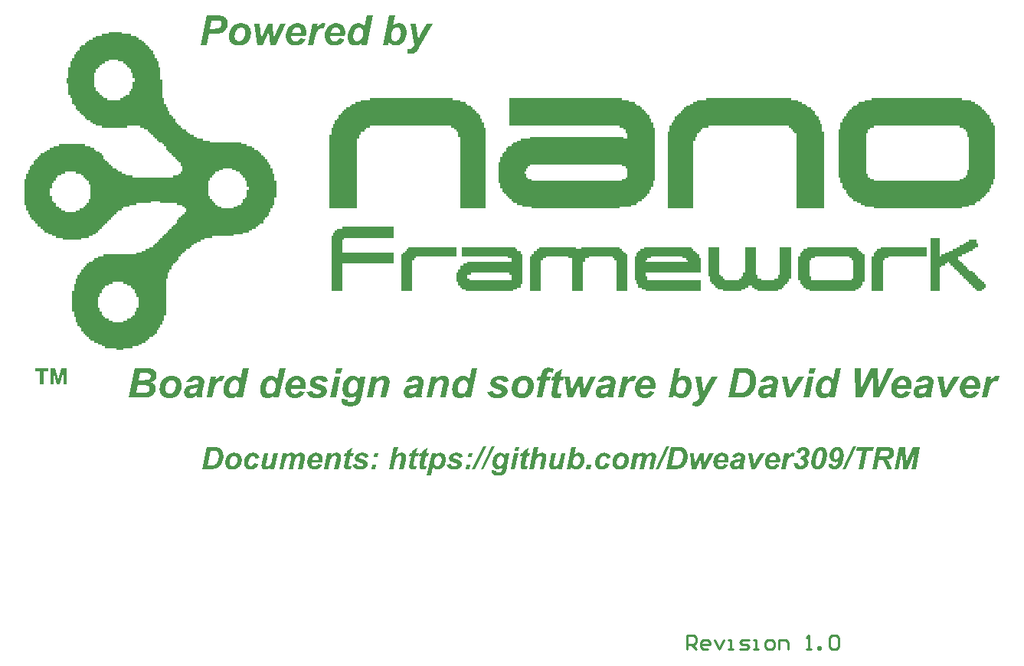
<source format=gbo>
G04*
G04 #@! TF.GenerationSoftware,Altium Limited,CircuitStudio,1.5.2 (30)*
G04*
G04 Layer_Color=13948096*
%FSLAX25Y25*%
%MOIN*%
G70*
G01*
G75*
%ADD21C,0.01000*%
G36*
X235223Y251969D02*
X233466D01*
X233656Y252861D01*
X233642Y252847D01*
X233612Y252818D01*
X233554Y252759D01*
X233466Y252700D01*
X233378Y252613D01*
X233261Y252525D01*
X233129Y252422D01*
X232968Y252334D01*
X232807Y252232D01*
X232631Y252130D01*
X232236Y251954D01*
X232031Y251895D01*
X231811Y251837D01*
X231577Y251807D01*
X231343Y251793D01*
X231270D01*
X231211Y251807D01*
X231065Y251822D01*
X230889Y251851D01*
X230699Y251910D01*
X230479Y251998D01*
X230289Y252115D01*
X230099Y252276D01*
X230084Y252305D01*
X230025Y252364D01*
X229967Y252481D01*
X229879Y252627D01*
X229806Y252818D01*
X229733Y253052D01*
X229674Y253315D01*
X229659Y253608D01*
Y253623D01*
Y253681D01*
X229674Y253784D01*
X229689Y253930D01*
X229718Y254120D01*
X229762Y254369D01*
X229791Y254516D01*
X229820Y254677D01*
X229850Y254853D01*
X229894Y255043D01*
X230772Y258937D01*
X232661D01*
X231738Y254794D01*
Y254779D01*
Y254765D01*
X231709Y254677D01*
X231680Y254545D01*
X231650Y254399D01*
X231621Y254238D01*
X231592Y254091D01*
X231577Y253959D01*
X231563Y253872D01*
Y253857D01*
Y253828D01*
X231577Y253769D01*
X231592Y253696D01*
X231650Y253520D01*
X231694Y253432D01*
X231768Y253345D01*
X231782Y253330D01*
X231811Y253315D01*
X231855Y253286D01*
X231914Y253242D01*
X232075Y253169D01*
X232163Y253154D01*
X232280Y253140D01*
X232368D01*
X232412Y253154D01*
X232558Y253184D01*
X232719Y253227D01*
X232734D01*
X232763Y253242D01*
X232807Y253271D01*
X232866Y253301D01*
X232997Y253389D01*
X233173Y253520D01*
X233188Y253535D01*
X233217Y253564D01*
X233261Y253593D01*
X233319Y253652D01*
X233451Y253799D01*
X233583Y253989D01*
X233598Y254003D01*
X233612Y254033D01*
X233656Y254091D01*
X233700Y254179D01*
X233759Y254267D01*
X233817Y254384D01*
X233876Y254516D01*
X233934Y254662D01*
Y254677D01*
X233949Y254721D01*
X233978Y254794D01*
X234008Y254896D01*
X234037Y255028D01*
X234081Y255189D01*
X234125Y255380D01*
X234169Y255599D01*
X234930Y258937D01*
X236789D01*
X235223Y251969D01*
D02*
G37*
G36*
X360468D02*
X358711D01*
X358901Y252861D01*
X358887Y252847D01*
X358857Y252818D01*
X358799Y252759D01*
X358711Y252700D01*
X358623Y252613D01*
X358506Y252525D01*
X358374Y252422D01*
X358213Y252334D01*
X358052Y252232D01*
X357877Y252130D01*
X357481Y251954D01*
X357276Y251895D01*
X357057Y251837D01*
X356822Y251807D01*
X356588Y251793D01*
X356515D01*
X356456Y251807D01*
X356310Y251822D01*
X356134Y251851D01*
X355944Y251910D01*
X355725Y251998D01*
X355534Y252115D01*
X355344Y252276D01*
X355329Y252305D01*
X355271Y252364D01*
X355212Y252481D01*
X355124Y252627D01*
X355051Y252818D01*
X354978Y253052D01*
X354919Y253315D01*
X354905Y253608D01*
Y253623D01*
Y253681D01*
X354919Y253784D01*
X354934Y253930D01*
X354963Y254120D01*
X355007Y254369D01*
X355036Y254516D01*
X355066Y254677D01*
X355095Y254853D01*
X355139Y255043D01*
X356017Y258937D01*
X357906D01*
X356983Y254794D01*
Y254779D01*
Y254765D01*
X356954Y254677D01*
X356925Y254545D01*
X356896Y254399D01*
X356866Y254238D01*
X356837Y254091D01*
X356822Y253959D01*
X356808Y253872D01*
Y253857D01*
Y253828D01*
X356822Y253769D01*
X356837Y253696D01*
X356896Y253520D01*
X356940Y253432D01*
X357013Y253345D01*
X357027Y253330D01*
X357057Y253315D01*
X357101Y253286D01*
X357159Y253242D01*
X357320Y253169D01*
X357408Y253154D01*
X357525Y253140D01*
X357613D01*
X357657Y253154D01*
X357803Y253184D01*
X357964Y253227D01*
X357979D01*
X358008Y253242D01*
X358052Y253271D01*
X358111Y253301D01*
X358243Y253389D01*
X358418Y253520D01*
X358433Y253535D01*
X358462Y253564D01*
X358506Y253593D01*
X358565Y253652D01*
X358696Y253799D01*
X358828Y253989D01*
X358843Y254003D01*
X358857Y254033D01*
X358901Y254091D01*
X358945Y254179D01*
X359004Y254267D01*
X359062Y254384D01*
X359121Y254516D01*
X359179Y254662D01*
Y254677D01*
X359194Y254721D01*
X359223Y254794D01*
X359253Y254896D01*
X359282Y255028D01*
X359326Y255189D01*
X359370Y255380D01*
X359414Y255599D01*
X360175Y258937D01*
X362034D01*
X360468Y251969D01*
D02*
G37*
G36*
X518988Y292582D02*
X519144D01*
X519300Y292562D01*
X519710Y292504D01*
X520140Y292426D01*
X520570Y292289D01*
X520999Y292113D01*
X521175Y291996D01*
X521351Y291859D01*
X521370D01*
X521390Y291820D01*
X521488Y291723D01*
X521624Y291586D01*
X521780Y291371D01*
X521937Y291117D01*
X522073Y290805D01*
X522171Y290473D01*
X522210Y290297D01*
Y290102D01*
Y290082D01*
Y290023D01*
Y289945D01*
Y289828D01*
X522191Y289691D01*
X522171Y289535D01*
X522132Y289203D01*
Y289184D01*
X522112Y289106D01*
X522093Y289028D01*
Y288949D01*
X522054Y288852D01*
X522034Y288715D01*
X522015Y288559D01*
X521976Y288383D01*
X521917Y288188D01*
X521878Y287953D01*
X521819Y287699D01*
X521761Y287406D01*
X521683Y287074D01*
X521605Y286723D01*
Y286703D01*
X521585Y286645D01*
X521566Y286567D01*
X521546Y286450D01*
X521526Y286313D01*
X521488Y286157D01*
X521429Y285805D01*
X521370Y285414D01*
X521312Y285024D01*
X521273Y284672D01*
X521253Y284516D01*
Y284379D01*
Y284360D01*
Y284282D01*
X521273Y284165D01*
Y283989D01*
X521292Y283793D01*
X521331Y283579D01*
X521390Y283344D01*
X521448Y283071D01*
X519007D01*
Y283090D01*
X518988Y283149D01*
X518949Y283247D01*
X518929Y283383D01*
X518890Y283540D01*
X518870Y283715D01*
X518831Y284106D01*
X518812Y284086D01*
X518734Y284008D01*
X518617Y283891D01*
X518460Y283754D01*
X518265Y283618D01*
X518050Y283461D01*
X517796Y283305D01*
X517542Y283169D01*
X517503Y283149D01*
X517425Y283110D01*
X517269Y283071D01*
X517093Y283012D01*
X516878Y282934D01*
X516624Y282895D01*
X516371Y282856D01*
X516097Y282837D01*
X515980D01*
X515902Y282856D01*
X515687Y282875D01*
X515433Y282934D01*
X515121Y283012D01*
X514808Y283149D01*
X514476Y283325D01*
X514183Y283579D01*
X514144Y283618D01*
X514066Y283715D01*
X513949Y283891D01*
X513812Y284106D01*
X513675Y284399D01*
X513558Y284731D01*
X513480Y285102D01*
X513441Y285532D01*
Y285551D01*
Y285590D01*
Y285668D01*
X513461Y285746D01*
Y285864D01*
X513480Y286000D01*
X513539Y286313D01*
X513636Y286645D01*
X513793Y287016D01*
X513988Y287367D01*
X514261Y287680D01*
X514281D01*
X514300Y287719D01*
X514359Y287758D01*
X514418Y287817D01*
X514515Y287875D01*
X514632Y287934D01*
X514769Y288012D01*
X514945Y288110D01*
X515121Y288188D01*
X515336Y288266D01*
X515589Y288344D01*
X515843Y288422D01*
X516156Y288500D01*
X516468Y288559D01*
X516820Y288598D01*
X517210Y288637D01*
X517288D01*
X517386Y288656D01*
X517503D01*
X517660Y288676D01*
X517816Y288696D01*
X518187Y288735D01*
X518597Y288793D01*
X518988Y288852D01*
X519183Y288891D01*
X519339Y288930D01*
X519495Y288969D01*
X519613Y289008D01*
Y289028D01*
X519632Y289106D01*
X519671Y289184D01*
X519710Y289320D01*
X519769Y289594D01*
X519788Y289731D01*
Y289848D01*
Y289867D01*
Y289926D01*
X519769Y289984D01*
X519749Y290082D01*
X519710Y290199D01*
X519652Y290316D01*
X519573Y290434D01*
X519456Y290531D01*
X519437Y290551D01*
X519398Y290570D01*
X519320Y290609D01*
X519203Y290668D01*
X519066Y290727D01*
X518910Y290766D01*
X518714Y290785D01*
X518480Y290805D01*
X518363D01*
X518246Y290785D01*
X518109Y290766D01*
X517757Y290687D01*
X517582Y290629D01*
X517425Y290531D01*
X517406Y290512D01*
X517367Y290473D01*
X517288Y290414D01*
X517210Y290336D01*
X517132Y290219D01*
X517035Y290102D01*
X516957Y289945D01*
X516898Y289770D01*
X514457Y289965D01*
Y289984D01*
X514476Y290023D01*
X514496Y290082D01*
X514535Y290160D01*
X514632Y290395D01*
X514789Y290668D01*
X514984Y290981D01*
X515238Y291293D01*
X515550Y291605D01*
X515902Y291898D01*
X515921D01*
X515961Y291937D01*
X516019Y291957D01*
X516097Y292016D01*
X516195Y292055D01*
X516332Y292113D01*
X516468Y292191D01*
X516644Y292250D01*
X516839Y292308D01*
X517054Y292387D01*
X517523Y292484D01*
X518070Y292562D01*
X518695Y292601D01*
X518870D01*
X518988Y292582D01*
D02*
G37*
G36*
X437782Y259098D02*
X437899D01*
X438016Y259084D01*
X438323Y259040D01*
X438645Y258981D01*
X438968Y258878D01*
X439290Y258747D01*
X439421Y258659D01*
X439553Y258557D01*
X439568D01*
X439582Y258527D01*
X439656Y258454D01*
X439758Y258351D01*
X439875Y258190D01*
X439992Y258000D01*
X440095Y257766D01*
X440168Y257517D01*
X440197Y257385D01*
Y257239D01*
Y257224D01*
Y257180D01*
Y257122D01*
Y257034D01*
X440183Y256931D01*
X440168Y256814D01*
X440139Y256565D01*
Y256551D01*
X440124Y256492D01*
X440109Y256434D01*
Y256375D01*
X440080Y256302D01*
X440065Y256199D01*
X440051Y256082D01*
X440022Y255950D01*
X439978Y255804D01*
X439948Y255628D01*
X439904Y255438D01*
X439861Y255219D01*
X439802Y254970D01*
X439743Y254706D01*
Y254692D01*
X439729Y254648D01*
X439714Y254589D01*
X439700Y254501D01*
X439685Y254399D01*
X439656Y254282D01*
X439612Y254018D01*
X439568Y253725D01*
X439524Y253432D01*
X439495Y253169D01*
X439480Y253052D01*
Y252949D01*
Y252935D01*
Y252876D01*
X439495Y252788D01*
Y252657D01*
X439509Y252510D01*
X439538Y252349D01*
X439582Y252173D01*
X439626Y251969D01*
X437796D01*
Y251983D01*
X437782Y252027D01*
X437752Y252100D01*
X437738Y252203D01*
X437709Y252320D01*
X437694Y252452D01*
X437665Y252744D01*
X437650Y252730D01*
X437591Y252671D01*
X437503Y252583D01*
X437386Y252481D01*
X437240Y252378D01*
X437079Y252261D01*
X436889Y252144D01*
X436698Y252042D01*
X436669Y252027D01*
X436611Y251998D01*
X436493Y251969D01*
X436362Y251924D01*
X436201Y251866D01*
X436010Y251837D01*
X435820Y251807D01*
X435615Y251793D01*
X435527D01*
X435469Y251807D01*
X435308Y251822D01*
X435117Y251866D01*
X434883Y251924D01*
X434649Y252027D01*
X434400Y252159D01*
X434180Y252349D01*
X434151Y252378D01*
X434092Y252452D01*
X434005Y252583D01*
X433902Y252744D01*
X433800Y252964D01*
X433712Y253213D01*
X433653Y253491D01*
X433624Y253813D01*
Y253828D01*
Y253857D01*
Y253916D01*
X433639Y253974D01*
Y254062D01*
X433653Y254165D01*
X433697Y254399D01*
X433770Y254648D01*
X433887Y254926D01*
X434034Y255189D01*
X434239Y255423D01*
X434253D01*
X434268Y255453D01*
X434312Y255482D01*
X434356Y255526D01*
X434429Y255570D01*
X434517Y255614D01*
X434619Y255672D01*
X434751Y255746D01*
X434883Y255804D01*
X435044Y255863D01*
X435234Y255921D01*
X435425Y255980D01*
X435659Y256038D01*
X435893Y256082D01*
X436157Y256112D01*
X436449Y256141D01*
X436508D01*
X436581Y256155D01*
X436669D01*
X436786Y256170D01*
X436903Y256185D01*
X437181Y256214D01*
X437489Y256258D01*
X437782Y256302D01*
X437928Y256331D01*
X438045Y256361D01*
X438162Y256390D01*
X438250Y256419D01*
Y256434D01*
X438265Y256492D01*
X438294Y256551D01*
X438323Y256653D01*
X438367Y256858D01*
X438382Y256961D01*
Y257049D01*
Y257063D01*
Y257107D01*
X438367Y257151D01*
X438353Y257224D01*
X438323Y257312D01*
X438279Y257400D01*
X438221Y257488D01*
X438133Y257561D01*
X438118Y257576D01*
X438089Y257590D01*
X438031Y257620D01*
X437943Y257663D01*
X437840Y257707D01*
X437723Y257737D01*
X437577Y257751D01*
X437401Y257766D01*
X437313D01*
X437225Y257751D01*
X437123Y257737D01*
X436859Y257678D01*
X436728Y257634D01*
X436611Y257561D01*
X436596Y257546D01*
X436567Y257517D01*
X436508Y257473D01*
X436449Y257415D01*
X436391Y257327D01*
X436318Y257239D01*
X436259Y257122D01*
X436215Y256990D01*
X434385Y257136D01*
Y257151D01*
X434400Y257180D01*
X434414Y257224D01*
X434444Y257283D01*
X434517Y257458D01*
X434634Y257663D01*
X434781Y257898D01*
X434971Y258132D01*
X435205Y258366D01*
X435469Y258586D01*
X435483D01*
X435512Y258615D01*
X435556Y258630D01*
X435615Y258674D01*
X435688Y258703D01*
X435791Y258747D01*
X435893Y258805D01*
X436025Y258849D01*
X436171Y258893D01*
X436332Y258952D01*
X436684Y259025D01*
X437094Y259084D01*
X437562Y259113D01*
X437694D01*
X437782Y259098D01*
D02*
G37*
G36*
X495961Y259977D02*
X493165D01*
X491496Y251969D01*
X489519D01*
X491203Y259977D01*
X488392D01*
X488714Y261587D01*
X496283D01*
X495961Y259977D01*
D02*
G37*
G36*
X502212Y261572D02*
X502461Y261558D01*
X502739Y261528D01*
X503018Y261485D01*
X503296Y261426D01*
X503545Y261353D01*
X503574Y261338D01*
X503647Y261309D01*
X503764Y261250D01*
X503896Y261162D01*
X504057Y261060D01*
X504218Y260913D01*
X504394Y260738D01*
X504540Y260518D01*
X504555Y260489D01*
X504599Y260416D01*
X504657Y260284D01*
X504730Y260108D01*
X504804Y259903D01*
X504862Y259654D01*
X504906Y259362D01*
X504921Y259054D01*
Y259040D01*
Y258996D01*
Y258937D01*
X504906Y258849D01*
Y258747D01*
X504877Y258630D01*
X504833Y258351D01*
X504745Y258029D01*
X504613Y257693D01*
X504525Y257517D01*
X504438Y257356D01*
X504320Y257195D01*
X504189Y257034D01*
X504174Y257019D01*
X504159Y257005D01*
X504115Y256961D01*
X504057Y256902D01*
X503969Y256844D01*
X503881Y256770D01*
X503764Y256697D01*
X503632Y256609D01*
X503486Y256536D01*
X503325Y256448D01*
X503135Y256361D01*
X502944Y256287D01*
X502725Y256214D01*
X502491Y256155D01*
X502242Y256097D01*
X501963Y256053D01*
X501978Y256038D01*
X502022Y255995D01*
X502095Y255907D01*
X502198Y255804D01*
X502300Y255672D01*
X502432Y255526D01*
X502549Y255350D01*
X502681Y255145D01*
X502695Y255131D01*
X502710Y255087D01*
X502754Y255028D01*
X502798Y254940D01*
X502856Y254823D01*
X502930Y254677D01*
X503018Y254516D01*
X503120Y254326D01*
X503223Y254106D01*
X503325Y253872D01*
X503457Y253608D01*
X503588Y253330D01*
X503720Y253023D01*
X503867Y252700D01*
X504013Y252349D01*
X504159Y251969D01*
X502037D01*
Y251983D01*
X502022Y252012D01*
X502007Y252056D01*
X501978Y252115D01*
X501949Y252203D01*
X501920Y252320D01*
X501861Y252437D01*
X501817Y252583D01*
X501744Y252759D01*
X501671Y252935D01*
X501597Y253154D01*
X501495Y253374D01*
X501393Y253623D01*
X501290Y253901D01*
X501158Y254194D01*
X501026Y254501D01*
Y254516D01*
X501012Y254545D01*
X500983Y254589D01*
X500953Y254648D01*
X500880Y254809D01*
X500763Y255014D01*
X500631Y255219D01*
X500485Y255423D01*
X500324Y255614D01*
X500163Y255760D01*
X500148Y255775D01*
X500104Y255789D01*
X500031Y255819D01*
X499929Y255863D01*
X499797Y255892D01*
X499621Y255921D01*
X499416Y255936D01*
X499167Y255950D01*
X498362D01*
X497528Y251969D01*
X495566D01*
X497557Y261587D01*
X502110D01*
X502212Y261572D01*
D02*
G37*
G36*
X468073Y283071D02*
X465593D01*
X467526Y292367D01*
X470006D01*
X468073Y283071D01*
D02*
G37*
G36*
X297068Y292582D02*
X297224D01*
X297381Y292562D01*
X297791Y292504D01*
X298220Y292426D01*
X298650Y292289D01*
X299080Y292113D01*
X299256Y291996D01*
X299431Y291859D01*
X299451D01*
X299470Y291820D01*
X299568Y291723D01*
X299705Y291586D01*
X299861Y291371D01*
X300017Y291117D01*
X300154Y290805D01*
X300252Y290473D01*
X300291Y290297D01*
Y290102D01*
Y290082D01*
Y290023D01*
Y289945D01*
Y289828D01*
X300271Y289691D01*
X300252Y289535D01*
X300213Y289203D01*
Y289184D01*
X300193Y289106D01*
X300173Y289028D01*
Y288949D01*
X300134Y288852D01*
X300115Y288715D01*
X300095Y288559D01*
X300056Y288383D01*
X299998Y288188D01*
X299959Y287953D01*
X299900Y287699D01*
X299841Y287406D01*
X299763Y287074D01*
X299685Y286723D01*
Y286703D01*
X299666Y286645D01*
X299646Y286567D01*
X299627Y286450D01*
X299607Y286313D01*
X299568Y286157D01*
X299510Y285805D01*
X299451Y285414D01*
X299392Y285024D01*
X299353Y284672D01*
X299334Y284516D01*
Y284379D01*
Y284360D01*
Y284282D01*
X299353Y284165D01*
Y283989D01*
X299373Y283793D01*
X299412Y283579D01*
X299470Y283344D01*
X299529Y283071D01*
X297088D01*
Y283090D01*
X297068Y283149D01*
X297029Y283247D01*
X297010Y283383D01*
X296971Y283540D01*
X296951Y283715D01*
X296912Y284106D01*
X296892Y284086D01*
X296814Y284008D01*
X296697Y283891D01*
X296541Y283754D01*
X296346Y283618D01*
X296131Y283461D01*
X295877Y283305D01*
X295623Y283169D01*
X295584Y283149D01*
X295506Y283110D01*
X295350Y283071D01*
X295174Y283012D01*
X294959Y282934D01*
X294705Y282895D01*
X294451Y282856D01*
X294178Y282837D01*
X294061D01*
X293983Y282856D01*
X293768Y282875D01*
X293514Y282934D01*
X293201Y283012D01*
X292889Y283149D01*
X292557Y283325D01*
X292264Y283579D01*
X292225Y283618D01*
X292147Y283715D01*
X292030Y283891D01*
X291893Y284106D01*
X291756Y284399D01*
X291639Y284731D01*
X291561Y285102D01*
X291522Y285532D01*
Y285551D01*
Y285590D01*
Y285668D01*
X291541Y285746D01*
Y285864D01*
X291561Y286000D01*
X291619Y286313D01*
X291717Y286645D01*
X291873Y287016D01*
X292069Y287367D01*
X292342Y287680D01*
X292361D01*
X292381Y287719D01*
X292440Y287758D01*
X292498Y287817D01*
X292596Y287875D01*
X292713Y287934D01*
X292850Y288012D01*
X293025Y288110D01*
X293201Y288188D01*
X293416Y288266D01*
X293670Y288344D01*
X293924Y288422D01*
X294236Y288500D01*
X294549Y288559D01*
X294900Y288598D01*
X295291Y288637D01*
X295369D01*
X295467Y288656D01*
X295584D01*
X295740Y288676D01*
X295897Y288696D01*
X296268Y288735D01*
X296678Y288793D01*
X297068Y288852D01*
X297264Y288891D01*
X297420Y288930D01*
X297576Y288969D01*
X297693Y289008D01*
Y289028D01*
X297713Y289106D01*
X297752Y289184D01*
X297791Y289320D01*
X297849Y289594D01*
X297869Y289731D01*
Y289848D01*
Y289867D01*
Y289926D01*
X297849Y289984D01*
X297830Y290082D01*
X297791Y290199D01*
X297732Y290316D01*
X297654Y290434D01*
X297537Y290531D01*
X297517Y290551D01*
X297478Y290570D01*
X297400Y290609D01*
X297283Y290668D01*
X297146Y290727D01*
X296990Y290766D01*
X296795Y290785D01*
X296561Y290805D01*
X296443D01*
X296326Y290785D01*
X296189Y290766D01*
X295838Y290687D01*
X295662Y290629D01*
X295506Y290531D01*
X295486Y290512D01*
X295447Y290473D01*
X295369Y290414D01*
X295291Y290336D01*
X295213Y290219D01*
X295115Y290102D01*
X295037Y289945D01*
X294978Y289770D01*
X292537Y289965D01*
Y289984D01*
X292557Y290023D01*
X292576Y290082D01*
X292615Y290160D01*
X292713Y290395D01*
X292869Y290668D01*
X293065Y290981D01*
X293319Y291293D01*
X293631Y291605D01*
X293983Y291898D01*
X294002D01*
X294041Y291937D01*
X294100Y291957D01*
X294178Y292016D01*
X294275Y292055D01*
X294412Y292113D01*
X294549Y292191D01*
X294725Y292250D01*
X294920Y292308D01*
X295135Y292387D01*
X295603Y292484D01*
X296150Y292562D01*
X296775Y292601D01*
X296951D01*
X297068Y292582D01*
D02*
G37*
G36*
X262090Y283071D02*
X259610D01*
X261543Y292367D01*
X264023D01*
X262090Y283071D01*
D02*
G37*
G36*
X201528Y292582D02*
X201684D01*
X201840Y292562D01*
X202250Y292504D01*
X202680Y292426D01*
X203109Y292289D01*
X203539Y292113D01*
X203715Y291996D01*
X203891Y291859D01*
X203910D01*
X203930Y291820D01*
X204027Y291723D01*
X204164Y291586D01*
X204320Y291371D01*
X204476Y291117D01*
X204613Y290805D01*
X204711Y290473D01*
X204750Y290297D01*
Y290102D01*
Y290082D01*
Y290023D01*
Y289945D01*
Y289828D01*
X204730Y289691D01*
X204711Y289535D01*
X204672Y289203D01*
Y289184D01*
X204652Y289106D01*
X204633Y289028D01*
Y288949D01*
X204594Y288852D01*
X204574Y288715D01*
X204555Y288559D01*
X204516Y288383D01*
X204457Y288188D01*
X204418Y287953D01*
X204359Y287699D01*
X204301Y287406D01*
X204223Y287074D01*
X204145Y286723D01*
Y286703D01*
X204125Y286645D01*
X204105Y286567D01*
X204086Y286450D01*
X204066Y286313D01*
X204027Y286157D01*
X203969Y285805D01*
X203910Y285414D01*
X203852Y285024D01*
X203813Y284672D01*
X203793Y284516D01*
Y284379D01*
Y284360D01*
Y284282D01*
X203813Y284165D01*
Y283989D01*
X203832Y283793D01*
X203871Y283579D01*
X203930Y283344D01*
X203988Y283071D01*
X201547D01*
Y283090D01*
X201528Y283149D01*
X201488Y283247D01*
X201469Y283383D01*
X201430Y283540D01*
X201410Y283715D01*
X201371Y284106D01*
X201352Y284086D01*
X201274Y284008D01*
X201156Y283891D01*
X201000Y283754D01*
X200805Y283618D01*
X200590Y283461D01*
X200336Y283305D01*
X200082Y283169D01*
X200043Y283149D01*
X199965Y283110D01*
X199809Y283071D01*
X199633Y283012D01*
X199418Y282934D01*
X199164Y282895D01*
X198910Y282856D01*
X198637Y282837D01*
X198520D01*
X198442Y282856D01*
X198227Y282875D01*
X197973Y282934D01*
X197661Y283012D01*
X197348Y283149D01*
X197016Y283325D01*
X196723Y283579D01*
X196684Y283618D01*
X196606Y283715D01*
X196489Y283891D01*
X196352Y284106D01*
X196215Y284399D01*
X196098Y284731D01*
X196020Y285102D01*
X195981Y285532D01*
Y285551D01*
Y285590D01*
Y285668D01*
X196001Y285746D01*
Y285864D01*
X196020Y286000D01*
X196079Y286313D01*
X196176Y286645D01*
X196333Y287016D01*
X196528Y287367D01*
X196801Y287680D01*
X196821D01*
X196840Y287719D01*
X196899Y287758D01*
X196958Y287817D01*
X197055Y287875D01*
X197172Y287934D01*
X197309Y288012D01*
X197485Y288110D01*
X197661Y288188D01*
X197875Y288266D01*
X198129Y288344D01*
X198383Y288422D01*
X198696Y288500D01*
X199008Y288559D01*
X199360Y288598D01*
X199750Y288637D01*
X199828D01*
X199926Y288656D01*
X200043D01*
X200200Y288676D01*
X200356Y288696D01*
X200727Y288735D01*
X201137Y288793D01*
X201528Y288852D01*
X201723Y288891D01*
X201879Y288930D01*
X202035Y288969D01*
X202152Y289008D01*
Y289028D01*
X202172Y289106D01*
X202211Y289184D01*
X202250Y289320D01*
X202309Y289594D01*
X202328Y289731D01*
Y289848D01*
Y289867D01*
Y289926D01*
X202309Y289984D01*
X202289Y290082D01*
X202250Y290199D01*
X202191Y290316D01*
X202113Y290434D01*
X201996Y290531D01*
X201977Y290551D01*
X201938Y290570D01*
X201859Y290609D01*
X201742Y290668D01*
X201606Y290727D01*
X201449Y290766D01*
X201254Y290785D01*
X201020Y290805D01*
X200903D01*
X200785Y290785D01*
X200649Y290766D01*
X200297Y290687D01*
X200121Y290629D01*
X199965Y290531D01*
X199946Y290512D01*
X199907Y290473D01*
X199828Y290414D01*
X199750Y290336D01*
X199672Y290219D01*
X199574Y290102D01*
X199496Y289945D01*
X199438Y289770D01*
X196996Y289965D01*
Y289984D01*
X197016Y290023D01*
X197036Y290082D01*
X197075Y290160D01*
X197172Y290395D01*
X197328Y290668D01*
X197524Y290981D01*
X197778Y291293D01*
X198090Y291605D01*
X198442Y291898D01*
X198461D01*
X198500Y291937D01*
X198559Y291957D01*
X198637Y292016D01*
X198735Y292055D01*
X198871Y292113D01*
X199008Y292191D01*
X199184Y292250D01*
X199379Y292308D01*
X199594Y292387D01*
X200063Y292484D01*
X200610Y292562D01*
X201235Y292601D01*
X201410D01*
X201528Y292582D01*
D02*
G37*
G36*
X451297D02*
X451453D01*
X451609Y292562D01*
X452019Y292504D01*
X452449Y292426D01*
X452879Y292289D01*
X453308Y292113D01*
X453484Y291996D01*
X453660Y291859D01*
X453679D01*
X453699Y291820D01*
X453796Y291723D01*
X453933Y291586D01*
X454089Y291371D01*
X454246Y291117D01*
X454382Y290805D01*
X454480Y290473D01*
X454519Y290297D01*
Y290102D01*
Y290082D01*
Y290023D01*
Y289945D01*
Y289828D01*
X454500Y289691D01*
X454480Y289535D01*
X454441Y289203D01*
Y289184D01*
X454422Y289106D01*
X454402Y289028D01*
Y288949D01*
X454363Y288852D01*
X454343Y288715D01*
X454324Y288559D01*
X454285Y288383D01*
X454226Y288188D01*
X454187Y287953D01*
X454129Y287699D01*
X454070Y287406D01*
X453992Y287074D01*
X453914Y286723D01*
Y286703D01*
X453894Y286645D01*
X453875Y286567D01*
X453855Y286450D01*
X453836Y286313D01*
X453796Y286157D01*
X453738Y285805D01*
X453679Y285414D01*
X453621Y285024D01*
X453582Y284672D01*
X453562Y284516D01*
Y284379D01*
Y284360D01*
Y284282D01*
X453582Y284165D01*
Y283989D01*
X453601Y283793D01*
X453640Y283579D01*
X453699Y283344D01*
X453757Y283071D01*
X451316D01*
Y283090D01*
X451297Y283149D01*
X451258Y283247D01*
X451238Y283383D01*
X451199Y283540D01*
X451180Y283715D01*
X451140Y284106D01*
X451121Y284086D01*
X451043Y284008D01*
X450926Y283891D01*
X450769Y283754D01*
X450574Y283618D01*
X450359Y283461D01*
X450105Y283305D01*
X449851Y283169D01*
X449812Y283149D01*
X449734Y283110D01*
X449578Y283071D01*
X449402Y283012D01*
X449187Y282934D01*
X448934Y282895D01*
X448680Y282856D01*
X448406Y282837D01*
X448289D01*
X448211Y282856D01*
X447996Y282875D01*
X447742Y282934D01*
X447430Y283012D01*
X447117Y283149D01*
X446785Y283325D01*
X446492Y283579D01*
X446453Y283618D01*
X446375Y283715D01*
X446258Y283891D01*
X446121Y284106D01*
X445985Y284399D01*
X445867Y284731D01*
X445789Y285102D01*
X445750Y285532D01*
Y285551D01*
Y285590D01*
Y285668D01*
X445770Y285746D01*
Y285864D01*
X445789Y286000D01*
X445848Y286313D01*
X445945Y286645D01*
X446102Y287016D01*
X446297Y287367D01*
X446570Y287680D01*
X446590D01*
X446609Y287719D01*
X446668Y287758D01*
X446727Y287817D01*
X446824Y287875D01*
X446942Y287934D01*
X447078Y288012D01*
X447254Y288110D01*
X447430Y288188D01*
X447645Y288266D01*
X447898Y288344D01*
X448152Y288422D01*
X448465Y288500D01*
X448777Y288559D01*
X449129Y288598D01*
X449519Y288637D01*
X449598D01*
X449695Y288656D01*
X449812D01*
X449969Y288676D01*
X450125Y288696D01*
X450496Y288735D01*
X450906Y288793D01*
X451297Y288852D01*
X451492Y288891D01*
X451648Y288930D01*
X451804Y288969D01*
X451922Y289008D01*
Y289028D01*
X451941Y289106D01*
X451980Y289184D01*
X452019Y289320D01*
X452078Y289594D01*
X452097Y289731D01*
Y289848D01*
Y289867D01*
Y289926D01*
X452078Y289984D01*
X452058Y290082D01*
X452019Y290199D01*
X451961Y290316D01*
X451883Y290434D01*
X451765Y290531D01*
X451746Y290551D01*
X451707Y290570D01*
X451629Y290609D01*
X451511Y290668D01*
X451375Y290727D01*
X451219Y290766D01*
X451023Y290785D01*
X450789Y290805D01*
X450672D01*
X450555Y290785D01*
X450418Y290766D01*
X450066Y290687D01*
X449891Y290629D01*
X449734Y290531D01*
X449715Y290512D01*
X449676Y290473D01*
X449598Y290414D01*
X449519Y290336D01*
X449441Y290219D01*
X449344Y290102D01*
X449265Y289945D01*
X449207Y289770D01*
X446766Y289965D01*
Y289984D01*
X446785Y290023D01*
X446805Y290082D01*
X446844Y290160D01*
X446942Y290395D01*
X447098Y290668D01*
X447293Y290981D01*
X447547Y291293D01*
X447859Y291605D01*
X448211Y291898D01*
X448231D01*
X448270Y291937D01*
X448328Y291957D01*
X448406Y292016D01*
X448504Y292055D01*
X448641Y292113D01*
X448777Y292191D01*
X448953Y292250D01*
X449148Y292308D01*
X449363Y292387D01*
X449832Y292484D01*
X450379Y292562D01*
X451004Y292601D01*
X451180D01*
X451297Y292582D01*
D02*
G37*
G36*
X440008Y295883D02*
X440301D01*
X440555Y295863D01*
X440672D01*
X440751Y295843D01*
X440790D01*
X440887Y295824D01*
X441043Y295804D01*
X441239Y295765D01*
X441454Y295726D01*
X441688Y295668D01*
X442176Y295511D01*
X442196Y295492D01*
X442274Y295472D01*
X442411Y295414D01*
X442547Y295336D01*
X442723Y295238D01*
X442918Y295121D01*
X443114Y294984D01*
X443309Y294828D01*
X443328Y294808D01*
X443406Y294750D01*
X443504Y294652D01*
X443621Y294535D01*
X443758Y294379D01*
X443914Y294203D01*
X444071Y294008D01*
X444207Y293773D01*
X444227Y293754D01*
X444266Y293656D01*
X444344Y293539D01*
X444422Y293363D01*
X444500Y293148D01*
X444598Y292894D01*
X444696Y292621D01*
X444774Y292328D01*
X444793Y292289D01*
X444813Y292191D01*
X444852Y292016D01*
X444891Y291801D01*
X444930Y291547D01*
X444949Y291254D01*
X444988Y290922D01*
Y290570D01*
Y290551D01*
Y290473D01*
Y290375D01*
X444969Y290219D01*
Y290043D01*
X444949Y289828D01*
X444930Y289594D01*
X444891Y289340D01*
X444793Y288754D01*
X444657Y288149D01*
X444461Y287504D01*
X444188Y286879D01*
Y286860D01*
X444149Y286801D01*
X444110Y286723D01*
X444051Y286606D01*
X443973Y286489D01*
X443875Y286332D01*
X443641Y285961D01*
X443348Y285551D01*
X443016Y285141D01*
X442625Y284711D01*
X442196Y284340D01*
X442176D01*
X442157Y284301D01*
X442098Y284262D01*
X442039Y284223D01*
X441825Y284086D01*
X441551Y283930D01*
X441219Y283754D01*
X440809Y283559D01*
X440340Y283403D01*
X439832Y283247D01*
X439793D01*
X439754Y283227D01*
X439676D01*
X439598Y283208D01*
X439481Y283188D01*
X439364Y283169D01*
X439208D01*
X439032Y283149D01*
X438856Y283129D01*
X438641Y283110D01*
X438407Y283090D01*
X438172D01*
X437899Y283071D01*
X432782D01*
X435438Y295902D01*
X439696D01*
X440008Y295883D01*
D02*
G37*
G36*
X380618Y292582D02*
X380774D01*
X380930Y292562D01*
X381340Y292504D01*
X381770Y292426D01*
X382200Y292289D01*
X382629Y292113D01*
X382805Y291996D01*
X382981Y291859D01*
X383000D01*
X383020Y291820D01*
X383117Y291723D01*
X383254Y291586D01*
X383410Y291371D01*
X383567Y291117D01*
X383703Y290805D01*
X383801Y290473D01*
X383840Y290297D01*
Y290102D01*
Y290082D01*
Y290023D01*
Y289945D01*
Y289828D01*
X383821Y289691D01*
X383801Y289535D01*
X383762Y289203D01*
Y289184D01*
X383742Y289106D01*
X383723Y289028D01*
Y288949D01*
X383684Y288852D01*
X383664Y288715D01*
X383645Y288559D01*
X383606Y288383D01*
X383547Y288188D01*
X383508Y287953D01*
X383449Y287699D01*
X383391Y287406D01*
X383313Y287074D01*
X383235Y286723D01*
Y286703D01*
X383215Y286645D01*
X383196Y286567D01*
X383176Y286450D01*
X383156Y286313D01*
X383117Y286157D01*
X383059Y285805D01*
X383000Y285414D01*
X382942Y285024D01*
X382903Y284672D01*
X382883Y284516D01*
Y284379D01*
Y284360D01*
Y284282D01*
X382903Y284165D01*
Y283989D01*
X382922Y283793D01*
X382961Y283579D01*
X383020Y283344D01*
X383078Y283071D01*
X380637D01*
Y283090D01*
X380618Y283149D01*
X380578Y283247D01*
X380559Y283383D01*
X380520Y283540D01*
X380500Y283715D01*
X380461Y284106D01*
X380442Y284086D01*
X380364Y284008D01*
X380246Y283891D01*
X380090Y283754D01*
X379895Y283618D01*
X379680Y283461D01*
X379426Y283305D01*
X379172Y283169D01*
X379133Y283149D01*
X379055Y283110D01*
X378899Y283071D01*
X378723Y283012D01*
X378508Y282934D01*
X378255Y282895D01*
X378001Y282856D01*
X377727Y282837D01*
X377610D01*
X377532Y282856D01*
X377317Y282875D01*
X377063Y282934D01*
X376751Y283012D01*
X376438Y283149D01*
X376106Y283325D01*
X375813Y283579D01*
X375774Y283618D01*
X375696Y283715D01*
X375579Y283891D01*
X375442Y284106D01*
X375305Y284399D01*
X375188Y284731D01*
X375110Y285102D01*
X375071Y285532D01*
Y285551D01*
Y285590D01*
Y285668D01*
X375091Y285746D01*
Y285864D01*
X375110Y286000D01*
X375169Y286313D01*
X375266Y286645D01*
X375423Y287016D01*
X375618Y287367D01*
X375891Y287680D01*
X375911D01*
X375930Y287719D01*
X375989Y287758D01*
X376048Y287817D01*
X376145Y287875D01*
X376262Y287934D01*
X376399Y288012D01*
X376575Y288110D01*
X376751Y288188D01*
X376965Y288266D01*
X377219Y288344D01*
X377473Y288422D01*
X377786Y288500D01*
X378098Y288559D01*
X378450Y288598D01*
X378840Y288637D01*
X378919D01*
X379016Y288656D01*
X379133D01*
X379290Y288676D01*
X379446Y288696D01*
X379817Y288735D01*
X380227Y288793D01*
X380618Y288852D01*
X380813Y288891D01*
X380969Y288930D01*
X381125Y288969D01*
X381242Y289008D01*
Y289028D01*
X381262Y289106D01*
X381301Y289184D01*
X381340Y289320D01*
X381399Y289594D01*
X381418Y289731D01*
Y289848D01*
Y289867D01*
Y289926D01*
X381399Y289984D01*
X381379Y290082D01*
X381340Y290199D01*
X381282Y290316D01*
X381204Y290434D01*
X381086Y290531D01*
X381067Y290551D01*
X381028Y290570D01*
X380950Y290609D01*
X380832Y290668D01*
X380696Y290727D01*
X380539Y290766D01*
X380344Y290785D01*
X380110Y290805D01*
X379993D01*
X379875Y290785D01*
X379739Y290766D01*
X379387Y290687D01*
X379211Y290629D01*
X379055Y290531D01*
X379036Y290512D01*
X378997Y290473D01*
X378919Y290414D01*
X378840Y290336D01*
X378762Y290219D01*
X378665Y290102D01*
X378587Y289945D01*
X378528Y289770D01*
X376087Y289965D01*
Y289984D01*
X376106Y290023D01*
X376126Y290082D01*
X376165Y290160D01*
X376262Y290395D01*
X376419Y290668D01*
X376614Y290981D01*
X376868Y291293D01*
X377180Y291605D01*
X377532Y291898D01*
X377551D01*
X377590Y291937D01*
X377649Y291957D01*
X377727Y292016D01*
X377825Y292055D01*
X377961Y292113D01*
X378098Y292191D01*
X378274Y292250D01*
X378469Y292308D01*
X378684Y292387D01*
X379153Y292484D01*
X379700Y292562D01*
X380325Y292601D01*
X380500D01*
X380618Y292582D01*
D02*
G37*
G36*
X411415Y261572D02*
X411635D01*
X411825Y261558D01*
X411913D01*
X411971Y261543D01*
X412001D01*
X412074Y261528D01*
X412191Y261514D01*
X412337Y261485D01*
X412498Y261455D01*
X412674Y261411D01*
X413040Y261294D01*
X413055Y261280D01*
X413113Y261265D01*
X413216Y261221D01*
X413318Y261162D01*
X413450Y261089D01*
X413596Y261001D01*
X413743Y260899D01*
X413889Y260782D01*
X413904Y260767D01*
X413962Y260723D01*
X414036Y260650D01*
X414123Y260562D01*
X414226Y260445D01*
X414343Y260313D01*
X414460Y260167D01*
X414563Y259991D01*
X414577Y259977D01*
X414607Y259903D01*
X414665Y259816D01*
X414724Y259684D01*
X414782Y259523D01*
X414855Y259332D01*
X414929Y259127D01*
X414987Y258908D01*
X415002Y258878D01*
X415017Y258805D01*
X415046Y258674D01*
X415075Y258512D01*
X415104Y258322D01*
X415119Y258103D01*
X415148Y257854D01*
Y257590D01*
Y257576D01*
Y257517D01*
Y257444D01*
X415134Y257327D01*
Y257195D01*
X415119Y257034D01*
X415104Y256858D01*
X415075Y256668D01*
X415002Y256229D01*
X414899Y255775D01*
X414753Y255292D01*
X414548Y254823D01*
Y254809D01*
X414519Y254765D01*
X414489Y254706D01*
X414445Y254618D01*
X414387Y254531D01*
X414314Y254413D01*
X414138Y254135D01*
X413918Y253828D01*
X413670Y253520D01*
X413377Y253198D01*
X413055Y252920D01*
X413040D01*
X413025Y252891D01*
X412982Y252861D01*
X412938Y252832D01*
X412777Y252730D01*
X412572Y252613D01*
X412323Y252481D01*
X412015Y252334D01*
X411664Y252217D01*
X411283Y252100D01*
X411254D01*
X411225Y252086D01*
X411166D01*
X411108Y252071D01*
X411020Y252056D01*
X410932Y252042D01*
X410815D01*
X410683Y252027D01*
X410551Y252012D01*
X410390Y251998D01*
X410215Y251983D01*
X410039D01*
X409834Y251969D01*
X405998D01*
X407989Y261587D01*
X411181D01*
X411415Y261572D01*
D02*
G37*
G36*
X288366Y258147D02*
X288381D01*
X288395Y258176D01*
X288483Y258234D01*
X288600Y258322D01*
X288761Y258425D01*
X288937Y258557D01*
X289142Y258674D01*
X289361Y258791D01*
X289566Y258878D01*
X289596Y258893D01*
X289669Y258923D01*
X289771Y258952D01*
X289918Y258996D01*
X290108Y259040D01*
X290298Y259084D01*
X290518Y259098D01*
X290752Y259113D01*
X290899D01*
X291045Y259084D01*
X291250Y259054D01*
X291455Y258996D01*
X291689Y258908D01*
X291909Y258776D01*
X292099Y258615D01*
X292114Y258586D01*
X292172Y258527D01*
X292260Y258410D01*
X292348Y258264D01*
X292436Y258088D01*
X292524Y257868D01*
X292582Y257605D01*
X292597Y257327D01*
Y257312D01*
Y257254D01*
X292582Y257151D01*
X292567Y257005D01*
X292553Y256829D01*
X292524Y256595D01*
X292465Y256331D01*
X292407Y256024D01*
X291528Y251969D01*
X289669D01*
X290562Y256112D01*
Y256126D01*
Y256141D01*
X290577Y256214D01*
X290606Y256331D01*
X290635Y256478D01*
X290650Y256624D01*
X290679Y256756D01*
X290694Y256888D01*
X290708Y256975D01*
Y256990D01*
Y257034D01*
X290694Y257092D01*
X290679Y257180D01*
X290650Y257268D01*
X290620Y257371D01*
X290562Y257458D01*
X290489Y257546D01*
X290474Y257561D01*
X290445Y257576D01*
X290401Y257620D01*
X290328Y257663D01*
X290240Y257693D01*
X290137Y257737D01*
X290020Y257751D01*
X289888Y257766D01*
X289801D01*
X289713Y257751D01*
X289596Y257722D01*
X289449Y257678D01*
X289303Y257620D01*
X289127Y257546D01*
X288966Y257429D01*
X288937Y257415D01*
X288864Y257356D01*
X288761Y257254D01*
X288644Y257136D01*
X288498Y256975D01*
X288351Y256800D01*
X288205Y256595D01*
X288088Y256361D01*
Y256346D01*
X288058Y256287D01*
X288029Y256185D01*
X288000Y256112D01*
X287971Y256024D01*
X287941Y255921D01*
X287912Y255804D01*
X287868Y255672D01*
X287839Y255526D01*
X287795Y255350D01*
X287751Y255160D01*
X287692Y254955D01*
X287649Y254721D01*
X287077Y251969D01*
X285218D01*
X287209Y261587D01*
X289083D01*
X288366Y258147D01*
D02*
G37*
G36*
X320237Y251969D02*
X318378D01*
X318744Y253784D01*
X320603D01*
X320237Y251969D01*
D02*
G37*
G36*
X498696Y283071D02*
X496020D01*
X495727Y292445D01*
X491060Y283071D01*
X488345D01*
X487857Y295902D01*
X490435D01*
X490552Y286918D01*
X494985Y295902D01*
X497817D01*
X498110Y287016D01*
X502328Y295902D01*
X504887D01*
X498696Y283071D01*
D02*
G37*
G36*
X136903Y294652D02*
X134754D01*
Y288735D01*
X133309D01*
Y294652D01*
X131102D01*
Y295902D01*
X136903D01*
Y294652D01*
D02*
G37*
G36*
X209354Y261572D02*
X209573D01*
X209764Y261558D01*
X209852D01*
X209910Y261543D01*
X209939D01*
X210013Y261528D01*
X210130Y261514D01*
X210276Y261485D01*
X210437Y261455D01*
X210613Y261411D01*
X210979Y261294D01*
X210993Y261280D01*
X211052Y261265D01*
X211155Y261221D01*
X211257Y261162D01*
X211389Y261089D01*
X211535Y261001D01*
X211682Y260899D01*
X211828Y260782D01*
X211843Y260767D01*
X211901Y260723D01*
X211974Y260650D01*
X212062Y260562D01*
X212165Y260445D01*
X212282Y260313D01*
X212399Y260167D01*
X212501Y259991D01*
X212516Y259977D01*
X212545Y259903D01*
X212604Y259816D01*
X212662Y259684D01*
X212721Y259523D01*
X212794Y259332D01*
X212867Y259127D01*
X212926Y258908D01*
X212941Y258878D01*
X212955Y258805D01*
X212984Y258674D01*
X213014Y258512D01*
X213043Y258322D01*
X213058Y258103D01*
X213087Y257854D01*
Y257590D01*
Y257576D01*
Y257517D01*
Y257444D01*
X213072Y257327D01*
Y257195D01*
X213058Y257034D01*
X213043Y256858D01*
X213014Y256668D01*
X212941Y256229D01*
X212838Y255775D01*
X212692Y255292D01*
X212487Y254823D01*
Y254809D01*
X212457Y254765D01*
X212428Y254706D01*
X212384Y254618D01*
X212326Y254531D01*
X212252Y254413D01*
X212077Y254135D01*
X211857Y253828D01*
X211608Y253520D01*
X211315Y253198D01*
X210993Y252920D01*
X210979D01*
X210964Y252891D01*
X210920Y252861D01*
X210876Y252832D01*
X210715Y252730D01*
X210510Y252613D01*
X210261Y252481D01*
X209954Y252334D01*
X209603Y252217D01*
X209222Y252100D01*
X209193D01*
X209163Y252086D01*
X209105D01*
X209046Y252071D01*
X208959Y252056D01*
X208871Y252042D01*
X208753D01*
X208622Y252027D01*
X208490Y252012D01*
X208329Y251998D01*
X208153Y251983D01*
X207978D01*
X207773Y251969D01*
X203937D01*
X205928Y261587D01*
X209120D01*
X209354Y261572D01*
D02*
G37*
G36*
X279245Y251969D02*
X277386D01*
X277752Y253784D01*
X279611D01*
X279245Y251969D01*
D02*
G37*
G36*
X370755Y283071D02*
X368411D01*
X367962Y288969D01*
X365130Y283071D01*
X362806D01*
X361654Y292367D01*
X363880D01*
X364525Y286137D01*
X367415Y292367D01*
X369700D01*
X369993Y286137D01*
X372864Y292367D01*
X375364D01*
X370755Y283071D01*
D02*
G37*
G36*
X339972Y251969D02*
X338113D01*
X339562Y258937D01*
X341421D01*
X339972Y251969D01*
D02*
G37*
G36*
X349488Y258147D02*
X349502D01*
X349517Y258176D01*
X349605Y258234D01*
X349722Y258322D01*
X349883Y258425D01*
X350059Y258557D01*
X350264Y258674D01*
X350483Y258791D01*
X350688Y258878D01*
X350718Y258893D01*
X350791Y258923D01*
X350893Y258952D01*
X351040Y258996D01*
X351230Y259040D01*
X351420Y259084D01*
X351640Y259098D01*
X351874Y259113D01*
X352021D01*
X352167Y259084D01*
X352372Y259054D01*
X352577Y258996D01*
X352811Y258908D01*
X353031Y258776D01*
X353221Y258615D01*
X353236Y258586D01*
X353294Y258527D01*
X353382Y258410D01*
X353470Y258264D01*
X353558Y258088D01*
X353646Y257868D01*
X353704Y257605D01*
X353719Y257327D01*
Y257312D01*
Y257254D01*
X353704Y257151D01*
X353690Y257005D01*
X353675Y256829D01*
X353646Y256595D01*
X353587Y256331D01*
X353528Y256024D01*
X352650Y251969D01*
X350791D01*
X351684Y256112D01*
Y256126D01*
Y256141D01*
X351698Y256214D01*
X351728Y256331D01*
X351757Y256478D01*
X351772Y256624D01*
X351801Y256756D01*
X351816Y256888D01*
X351830Y256975D01*
Y256990D01*
Y257034D01*
X351816Y257092D01*
X351801Y257180D01*
X351772Y257268D01*
X351742Y257371D01*
X351684Y257458D01*
X351611Y257546D01*
X351596Y257561D01*
X351567Y257576D01*
X351523Y257620D01*
X351450Y257663D01*
X351362Y257693D01*
X351259Y257737D01*
X351142Y257751D01*
X351010Y257766D01*
X350923D01*
X350835Y257751D01*
X350718Y257722D01*
X350571Y257678D01*
X350425Y257620D01*
X350249Y257546D01*
X350088Y257429D01*
X350059Y257415D01*
X349986Y257356D01*
X349883Y257254D01*
X349766Y257136D01*
X349620Y256975D01*
X349473Y256800D01*
X349327Y256595D01*
X349210Y256361D01*
Y256346D01*
X349180Y256287D01*
X349151Y256185D01*
X349122Y256112D01*
X349093Y256024D01*
X349063Y255921D01*
X349034Y255804D01*
X348990Y255672D01*
X348961Y255526D01*
X348917Y255350D01*
X348873Y255160D01*
X348814Y254955D01*
X348770Y254721D01*
X348200Y251969D01*
X346340D01*
X348331Y261587D01*
X350205D01*
X349488Y258147D01*
D02*
G37*
G36*
X372824Y251969D02*
X370965D01*
X371331Y253784D01*
X373190D01*
X372824Y251969D01*
D02*
G37*
G36*
X527952Y283071D02*
X525784D01*
X523929Y292367D01*
X526390D01*
X527014Y288285D01*
Y288266D01*
X527034Y288207D01*
Y288129D01*
X527053Y288012D01*
X527093Y287895D01*
X527112Y287738D01*
X527171Y287406D01*
X527229Y287035D01*
X527288Y286684D01*
X527327Y286371D01*
X527347Y286235D01*
X527366Y286118D01*
X527386Y286157D01*
X527425Y286215D01*
X527483Y286313D01*
X527561Y286450D01*
X527659Y286645D01*
X527815Y286899D01*
X527893Y287055D01*
X527991Y287231D01*
Y287250D01*
X528011Y287270D01*
X528089Y287387D01*
X528167Y287563D01*
X528284Y287758D01*
X528401Y287953D01*
X528499Y288149D01*
X528596Y288324D01*
X528655Y288422D01*
X530960Y292367D01*
X533674D01*
X527952Y283071D01*
D02*
G37*
G36*
X460261D02*
X458093D01*
X456238Y292367D01*
X458699D01*
X459324Y288285D01*
Y288266D01*
X459343Y288207D01*
Y288129D01*
X459363Y288012D01*
X459402Y287895D01*
X459421Y287738D01*
X459480Y287406D01*
X459538Y287035D01*
X459597Y286684D01*
X459636Y286371D01*
X459656Y286235D01*
X459675Y286118D01*
X459695Y286157D01*
X459734Y286215D01*
X459792Y286313D01*
X459870Y286450D01*
X459968Y286645D01*
X460124Y286899D01*
X460202Y287055D01*
X460300Y287231D01*
Y287250D01*
X460320Y287270D01*
X460398Y287387D01*
X460476Y287563D01*
X460593Y287758D01*
X460710Y287953D01*
X460808Y288149D01*
X460905Y288324D01*
X460964Y288422D01*
X463269Y292367D01*
X465983D01*
X460261Y283071D01*
D02*
G37*
G36*
X422451Y282153D02*
Y282133D01*
X422412Y282094D01*
X422373Y282036D01*
X422334Y281958D01*
X422197Y281723D01*
X422041Y281469D01*
X421865Y281176D01*
X421670Y280884D01*
X421494Y280610D01*
X421318Y280395D01*
X421299Y280376D01*
X421240Y280317D01*
X421162Y280219D01*
X421045Y280102D01*
X420908Y279985D01*
X420752Y279848D01*
X420556Y279712D01*
X420342Y279594D01*
X420322Y279575D01*
X420244Y279555D01*
X420127Y279497D01*
X419951Y279458D01*
X419756Y279399D01*
X419521Y279341D01*
X419268Y279321D01*
X418974Y279302D01*
X418838D01*
X418662Y279321D01*
X418447Y279341D01*
X418193Y279380D01*
X417881Y279419D01*
X417549Y279497D01*
X417197Y279594D01*
X417412Y281450D01*
X417432D01*
X417490Y281430D01*
X417568Y281411D01*
X417686Y281391D01*
X417822Y281352D01*
X417978Y281333D01*
X418291Y281313D01*
X418350D01*
X418408Y281333D01*
X418486D01*
X418701Y281411D01*
X418818Y281469D01*
X418955Y281528D01*
X419111Y281626D01*
X419268Y281743D01*
X419424Y281879D01*
X419580Y282055D01*
X419736Y282251D01*
X419892Y282485D01*
X420049Y282758D01*
X420185Y283071D01*
X418564Y292367D01*
X421064D01*
X421689Y287719D01*
Y287699D01*
X421709Y287641D01*
Y287543D01*
X421728Y287426D01*
X421748Y287289D01*
X421767Y287113D01*
X421806Y286742D01*
X421865Y286332D01*
X421904Y285922D01*
X421943Y285551D01*
X421963Y285375D01*
Y285258D01*
X421982Y285297D01*
X422021Y285375D01*
X422060Y285492D01*
X422099Y285610D01*
X422158Y285766D01*
X422236Y285942D01*
X422314Y286137D01*
X422509Y286586D01*
X422744Y287094D01*
X422998Y287641D01*
X423310Y288227D01*
X425537Y292367D01*
X428193D01*
X422451Y282153D01*
D02*
G37*
G36*
X321291Y257107D02*
X319432D01*
X319798Y258923D01*
X321657D01*
X321291Y257107D01*
D02*
G37*
G36*
X280299D02*
X278440D01*
X278806Y258923D01*
X280665D01*
X280299Y257107D01*
D02*
G37*
G36*
X314806Y259098D02*
X314937Y259084D01*
X315230Y259054D01*
X315552Y258996D01*
X315889Y258908D01*
X316226Y258776D01*
X316372Y258703D01*
X316504Y258615D01*
X316519D01*
X316533Y258586D01*
X316621Y258527D01*
X316738Y258410D01*
X316870Y258264D01*
X317016Y258073D01*
X317163Y257839D01*
X317295Y257576D01*
X317382Y257283D01*
X315640Y256990D01*
Y257005D01*
X315611Y257049D01*
X315582Y257122D01*
X315523Y257195D01*
X315464Y257283D01*
X315391Y257385D01*
X315289Y257473D01*
X315186Y257546D01*
X315172Y257561D01*
X315113Y257590D01*
X315025Y257634D01*
X314908Y257678D01*
X314747Y257722D01*
X314586Y257766D01*
X314381Y257795D01*
X314176Y257810D01*
X314088D01*
X313971Y257795D01*
X313854Y257781D01*
X313576Y257722D01*
X313444Y257678D01*
X313327Y257605D01*
X313312Y257590D01*
X313283Y257576D01*
X313254Y257532D01*
X313210Y257473D01*
X313122Y257327D01*
X313093Y257254D01*
X313078Y257151D01*
Y257136D01*
Y257107D01*
X313093Y257063D01*
X313107Y257005D01*
X313137Y256931D01*
X313181Y256858D01*
X313239Y256785D01*
X313327Y256712D01*
X313342D01*
X313371Y256697D01*
X313429Y256668D01*
X313532Y256624D01*
X313664Y256580D01*
X313854Y256522D01*
X313971Y256478D01*
X314088Y256434D01*
X314235Y256390D01*
X314396Y256346D01*
X314410D01*
X314454Y256331D01*
X314528Y256302D01*
X314615Y256273D01*
X314733Y256243D01*
X314850Y256199D01*
X315142Y256097D01*
X315450Y255980D01*
X315757Y255848D01*
X316021Y255702D01*
X316138Y255628D01*
X316240Y255555D01*
X316255D01*
X316270Y255526D01*
X316343Y255453D01*
X316445Y255350D01*
X316577Y255189D01*
X316694Y254999D01*
X316797Y254765D01*
X316870Y254516D01*
X316899Y254384D01*
Y254238D01*
Y254223D01*
Y254194D01*
Y254135D01*
X316885Y254077D01*
X316870Y253989D01*
X316855Y253886D01*
X316797Y253652D01*
X316694Y253374D01*
X316636Y253242D01*
X316548Y253096D01*
X316445Y252935D01*
X316343Y252788D01*
X316211Y252657D01*
X316065Y252510D01*
X316050Y252496D01*
X316021Y252481D01*
X315977Y252452D01*
X315918Y252393D01*
X315830Y252349D01*
X315728Y252291D01*
X315596Y252217D01*
X315464Y252159D01*
X315303Y252086D01*
X315128Y252027D01*
X314923Y251954D01*
X314718Y251910D01*
X314498Y251866D01*
X314249Y251822D01*
X313986Y251807D01*
X313708Y251793D01*
X313561D01*
X313459Y251807D01*
X313327D01*
X313181Y251822D01*
X313020Y251837D01*
X312859Y251866D01*
X312478Y251924D01*
X312097Y252027D01*
X311717Y252159D01*
X311541Y252247D01*
X311380Y252334D01*
X311365D01*
X311351Y252364D01*
X311307Y252393D01*
X311248Y252437D01*
X311102Y252569D01*
X310941Y252744D01*
X310750Y252964D01*
X310560Y253227D01*
X310399Y253550D01*
X310267Y253901D01*
X312083Y254194D01*
X312097Y254165D01*
X312127Y254106D01*
X312171Y254003D01*
X312244Y253872D01*
X312332Y253740D01*
X312434Y253608D01*
X312551Y253476D01*
X312683Y253374D01*
X312698Y253359D01*
X312756Y253345D01*
X312829Y253301D01*
X312946Y253257D01*
X313078Y253213D01*
X313254Y253184D01*
X313444Y253154D01*
X313664Y253140D01*
X313766D01*
X313898Y253154D01*
X314044Y253169D01*
X314205Y253213D01*
X314381Y253257D01*
X314557Y253330D01*
X314703Y253418D01*
X314718Y253432D01*
X314747Y253462D01*
X314791Y253491D01*
X314850Y253550D01*
X314937Y253711D01*
X314967Y253799D01*
X314981Y253901D01*
Y253916D01*
Y253930D01*
X314967Y254018D01*
X314923Y254135D01*
X314835Y254252D01*
X314806Y254282D01*
X314762Y254311D01*
X314689Y254355D01*
X314586Y254399D01*
X314440Y254457D01*
X314279Y254531D01*
X314059Y254604D01*
X314044D01*
X313986Y254633D01*
X313898Y254662D01*
X313781Y254692D01*
X313649Y254750D01*
X313503Y254809D01*
X313151Y254926D01*
X312785Y255072D01*
X312449Y255219D01*
X312288Y255292D01*
X312141Y255365D01*
X312024Y255438D01*
X311936Y255497D01*
X311907Y255526D01*
X311834Y255585D01*
X311731Y255702D01*
X311629Y255863D01*
X311512Y256053D01*
X311409Y256287D01*
X311336Y256551D01*
X311321Y256697D01*
X311307Y256844D01*
Y256858D01*
Y256888D01*
Y256917D01*
X311321Y256975D01*
X311336Y257136D01*
X311380Y257327D01*
X311453Y257546D01*
X311570Y257795D01*
X311717Y258029D01*
X311922Y258264D01*
X311936Y258278D01*
X311965Y258308D01*
X312009Y258337D01*
X312083Y258395D01*
X312171Y258454D01*
X312288Y258527D01*
X312405Y258615D01*
X312566Y258688D01*
X312727Y258761D01*
X312917Y258849D01*
X313122Y258923D01*
X313356Y258981D01*
X313605Y259040D01*
X313869Y259084D01*
X314161Y259098D01*
X314469Y259113D01*
X314689D01*
X314806Y259098D01*
D02*
G37*
G36*
X247125Y259084D02*
X247301Y259054D01*
X247520Y258996D01*
X247725Y258923D01*
X247930Y258805D01*
X248120Y258659D01*
X248135Y258644D01*
X248194Y258571D01*
X248267Y258483D01*
X248355Y258337D01*
X248443Y258161D01*
X248516Y257956D01*
X248574Y257722D01*
X248589Y257458D01*
Y257444D01*
Y257385D01*
X248574Y257297D01*
X248560Y257166D01*
X248545Y256990D01*
X248516Y256785D01*
X248457Y256522D01*
X248399Y256214D01*
X247491Y251969D01*
X245632D01*
X246525Y256214D01*
Y256229D01*
X246539Y256243D01*
X246554Y256346D01*
X246583Y256478D01*
X246613Y256624D01*
X246642Y256785D01*
X246671Y256931D01*
X246686Y257049D01*
X246700Y257092D01*
Y257122D01*
Y257136D01*
Y257166D01*
X246686Y257224D01*
Y257297D01*
X246627Y257444D01*
X246583Y257517D01*
X246525Y257590D01*
X246510Y257605D01*
X246495Y257620D01*
X246451Y257649D01*
X246393Y257678D01*
X246320Y257707D01*
X246232Y257737D01*
X246115Y257766D01*
X245968D01*
X245881Y257751D01*
X245749Y257722D01*
X245573Y257678D01*
X245368Y257590D01*
X245163Y257458D01*
X245046Y257371D01*
X244944Y257268D01*
X244827Y257151D01*
X244724Y257019D01*
X244709Y256990D01*
X244665Y256917D01*
X244621Y256858D01*
X244578Y256770D01*
X244534Y256682D01*
X244490Y256580D01*
X244431Y256463D01*
X244387Y256316D01*
X244329Y256155D01*
X244270Y255995D01*
X244212Y255804D01*
X244153Y255585D01*
X244094Y255365D01*
X244036Y255116D01*
X243377Y251969D01*
X241518D01*
X242382Y256185D01*
Y256199D01*
X242396Y256214D01*
X242411Y256302D01*
X242440Y256434D01*
X242469Y256580D01*
X242499Y256741D01*
X242513Y256888D01*
X242543Y257019D01*
Y257122D01*
Y257136D01*
Y257166D01*
X242528Y257224D01*
X242513Y257283D01*
X242469Y257429D01*
X242411Y257502D01*
X242352Y257576D01*
X242338Y257590D01*
X242323Y257605D01*
X242279Y257634D01*
X242221Y257678D01*
X242147Y257707D01*
X242059Y257737D01*
X241957Y257751D01*
X241840Y257766D01*
X241781D01*
X241723Y257751D01*
X241635Y257737D01*
X241532Y257722D01*
X241430Y257693D01*
X241313Y257634D01*
X241181Y257576D01*
X241166Y257561D01*
X241123Y257546D01*
X241064Y257502D01*
X240991Y257444D01*
X240903Y257371D01*
X240800Y257283D01*
X240610Y257063D01*
X240596Y257049D01*
X240566Y257005D01*
X240522Y256931D01*
X240464Y256844D01*
X240405Y256712D01*
X240332Y256580D01*
X240259Y256419D01*
X240186Y256229D01*
Y256214D01*
X240171Y256185D01*
X240156Y256112D01*
X240127Y256009D01*
X240083Y255863D01*
X240039Y255672D01*
X239995Y255453D01*
X239922Y255160D01*
X239263Y251969D01*
X237404D01*
X238853Y258937D01*
X240610D01*
X240449Y258088D01*
X240464Y258103D01*
X240493Y258132D01*
X240552Y258176D01*
X240625Y258249D01*
X240727Y258322D01*
X240844Y258410D01*
X240962Y258512D01*
X241108Y258600D01*
X241445Y258791D01*
X241811Y258952D01*
X242001Y259025D01*
X242206Y259069D01*
X242425Y259098D01*
X242631Y259113D01*
X242762D01*
X242909Y259098D01*
X243084Y259069D01*
X243275Y259025D01*
X243480Y258966D01*
X243670Y258893D01*
X243846Y258776D01*
X243860Y258761D01*
X243919Y258717D01*
X243992Y258644D01*
X244080Y258542D01*
X244168Y258410D01*
X244255Y258264D01*
X244329Y258073D01*
X244387Y257868D01*
X244402Y257898D01*
X244461Y257956D01*
X244534Y258059D01*
X244651Y258176D01*
X244797Y258322D01*
X244988Y258469D01*
X245193Y258615D01*
X245427Y258747D01*
X245441D01*
X245456Y258761D01*
X245544Y258805D01*
X245676Y258864D01*
X245851Y258937D01*
X246071Y258996D01*
X246305Y259054D01*
X246569Y259098D01*
X246832Y259113D01*
X246964D01*
X247125Y259084D01*
D02*
G37*
G36*
X461074Y259098D02*
X461176Y259084D01*
X461308Y259069D01*
X461455Y259025D01*
X461616Y258981D01*
X461791Y258908D01*
X461074Y257356D01*
X461059D01*
X461030Y257371D01*
X460971Y257385D01*
X460913Y257415D01*
X460723Y257444D01*
X460518Y257458D01*
X460430D01*
X460342Y257444D01*
X460210Y257415D01*
X460064Y257371D01*
X459888Y257297D01*
X459712Y257210D01*
X459522Y257078D01*
X459507Y257063D01*
X459434Y257005D01*
X459346Y256931D01*
X459244Y256814D01*
X459112Y256682D01*
X458980Y256507D01*
X458849Y256316D01*
X458732Y256097D01*
X458717Y256068D01*
X458702Y256038D01*
X458688Y255980D01*
X458658Y255921D01*
X458629Y255833D01*
X458600Y255731D01*
X458556Y255628D01*
X458512Y255497D01*
X458468Y255350D01*
X458424Y255189D01*
X458380Y255014D01*
X458336Y254823D01*
X458278Y254618D01*
X458234Y254399D01*
X458175Y254150D01*
X457721Y251969D01*
X455862D01*
X457311Y258937D01*
X459054D01*
X458790Y257620D01*
X458805Y257634D01*
X458834Y257678D01*
X458893Y257751D01*
X458966Y257854D01*
X459054Y257971D01*
X459156Y258088D01*
X459288Y258234D01*
X459420Y258366D01*
X459742Y258644D01*
X459917Y258761D01*
X460093Y258878D01*
X460298Y258981D01*
X460488Y259054D01*
X460708Y259098D01*
X460913Y259113D01*
X460986D01*
X461074Y259098D01*
D02*
G37*
G36*
X480501Y261616D02*
X480618Y261602D01*
X480750Y261572D01*
X481058Y261514D01*
X481394Y261382D01*
X481555Y261309D01*
X481731Y261206D01*
X481907Y261104D01*
X482068Y260957D01*
X482214Y260811D01*
X482361Y260635D01*
X482375Y260621D01*
X482390Y260591D01*
X482434Y260533D01*
X482478Y260460D01*
X482521Y260357D01*
X482595Y260240D01*
X482653Y260094D01*
X482726Y259933D01*
X482785Y259757D01*
X482858Y259552D01*
X482917Y259332D01*
X482961Y259098D01*
X483019Y258849D01*
X483049Y258571D01*
X483063Y258278D01*
X483078Y257971D01*
Y257942D01*
Y257854D01*
Y257722D01*
X483063Y257532D01*
X483049Y257312D01*
X483019Y257063D01*
X482975Y256770D01*
X482931Y256448D01*
X482873Y256112D01*
X482800Y255760D01*
X482697Y255394D01*
X482595Y255028D01*
X482463Y254648D01*
X482302Y254282D01*
X482126Y253930D01*
X481921Y253579D01*
X481907Y253564D01*
X481863Y253506D01*
X481804Y253418D01*
X481716Y253301D01*
X481599Y253169D01*
X481467Y253008D01*
X481306Y252847D01*
X481116Y252686D01*
X480911Y252525D01*
X480677Y252364D01*
X480443Y252203D01*
X480164Y252071D01*
X479886Y251954D01*
X479579Y251866D01*
X479242Y251807D01*
X478905Y251793D01*
X478803D01*
X478730Y251807D01*
X478627D01*
X478525Y251822D01*
X478276Y251866D01*
X477998Y251939D01*
X477720Y252056D01*
X477427Y252203D01*
X477163Y252408D01*
Y252422D01*
X477134Y252437D01*
X477061Y252525D01*
X476958Y252671D01*
X476827Y252861D01*
X476695Y253110D01*
X476578Y253418D01*
X476490Y253769D01*
X476431Y254179D01*
X478188Y254326D01*
Y254296D01*
X478203Y254238D01*
X478217Y254135D01*
X478232Y254018D01*
X478320Y253740D01*
X478378Y253623D01*
X478452Y253520D01*
X478466Y253506D01*
X478496Y253491D01*
X478539Y253447D01*
X478613Y253418D01*
X478700Y253374D01*
X478803Y253330D01*
X478920Y253315D01*
X479052Y253301D01*
X479140D01*
X479227Y253315D01*
X479345Y253345D01*
X479476Y253389D01*
X479608Y253462D01*
X479755Y253550D01*
X479901Y253667D01*
X479930Y253696D01*
X479989Y253769D01*
X480091Y253901D01*
X480208Y254091D01*
X480340Y254326D01*
X480413Y254472D01*
X480487Y254633D01*
X480560Y254809D01*
X480633Y254984D01*
X480691Y255189D01*
X480750Y255409D01*
X480721Y255394D01*
X480648Y255350D01*
X480516Y255292D01*
X480355Y255219D01*
X480164Y255145D01*
X479945Y255087D01*
X479711Y255043D01*
X479462Y255028D01*
X479359D01*
X479271Y255043D01*
X479184Y255058D01*
X479067Y255072D01*
X478818Y255116D01*
X478525Y255204D01*
X478217Y255350D01*
X478071Y255423D01*
X477910Y255526D01*
X477778Y255643D01*
X477632Y255775D01*
X477617Y255789D01*
X477602Y255804D01*
X477573Y255848D01*
X477515Y255921D01*
X477471Y255995D01*
X477412Y256082D01*
X477339Y256199D01*
X477280Y256316D01*
X477207Y256463D01*
X477149Y256624D01*
X477075Y256785D01*
X477032Y256975D01*
X476944Y257385D01*
X476929Y257620D01*
X476914Y257854D01*
Y257868D01*
Y257927D01*
Y258000D01*
X476929Y258103D01*
X476944Y258234D01*
X476958Y258381D01*
X476988Y258557D01*
X477032Y258732D01*
X477134Y259142D01*
X477222Y259362D01*
X477310Y259581D01*
X477412Y259816D01*
X477529Y260035D01*
X477676Y260255D01*
X477837Y260474D01*
X477851Y260489D01*
X477881Y260518D01*
X477939Y260577D01*
X478012Y260650D01*
X478100Y260738D01*
X478203Y260840D01*
X478335Y260943D01*
X478496Y261060D01*
X478657Y261162D01*
X478832Y261265D01*
X479037Y261367D01*
X479257Y261455D01*
X479491Y261528D01*
X479740Y261587D01*
X480003Y261616D01*
X480282Y261631D01*
X480413D01*
X480501Y261616D01*
D02*
G37*
G36*
X273814Y259098D02*
X273945Y259084D01*
X274238Y259054D01*
X274560Y258996D01*
X274897Y258908D01*
X275234Y258776D01*
X275380Y258703D01*
X275512Y258615D01*
X275527D01*
X275541Y258586D01*
X275629Y258527D01*
X275746Y258410D01*
X275878Y258264D01*
X276024Y258073D01*
X276171Y257839D01*
X276303Y257576D01*
X276390Y257283D01*
X274648Y256990D01*
Y257005D01*
X274619Y257049D01*
X274590Y257122D01*
X274531Y257195D01*
X274472Y257283D01*
X274399Y257385D01*
X274297Y257473D01*
X274194Y257546D01*
X274180Y257561D01*
X274121Y257590D01*
X274033Y257634D01*
X273916Y257678D01*
X273755Y257722D01*
X273594Y257766D01*
X273389Y257795D01*
X273184Y257810D01*
X273096D01*
X272979Y257795D01*
X272862Y257781D01*
X272584Y257722D01*
X272452Y257678D01*
X272335Y257605D01*
X272320Y257590D01*
X272291Y257576D01*
X272262Y257532D01*
X272218Y257473D01*
X272130Y257327D01*
X272101Y257254D01*
X272086Y257151D01*
Y257136D01*
Y257107D01*
X272101Y257063D01*
X272115Y257005D01*
X272145Y256931D01*
X272189Y256858D01*
X272247Y256785D01*
X272335Y256712D01*
X272350D01*
X272379Y256697D01*
X272438Y256668D01*
X272540Y256624D01*
X272672Y256580D01*
X272862Y256522D01*
X272979Y256478D01*
X273096Y256434D01*
X273243Y256390D01*
X273404Y256346D01*
X273418D01*
X273462Y256331D01*
X273535Y256302D01*
X273623Y256273D01*
X273741Y256243D01*
X273858Y256199D01*
X274150Y256097D01*
X274458Y255980D01*
X274765Y255848D01*
X275029Y255702D01*
X275146Y255628D01*
X275248Y255555D01*
X275263D01*
X275278Y255526D01*
X275351Y255453D01*
X275453Y255350D01*
X275585Y255189D01*
X275702Y254999D01*
X275805Y254765D01*
X275878Y254516D01*
X275907Y254384D01*
Y254238D01*
Y254223D01*
Y254194D01*
Y254135D01*
X275893Y254077D01*
X275878Y253989D01*
X275863Y253886D01*
X275805Y253652D01*
X275702Y253374D01*
X275644Y253242D01*
X275556Y253096D01*
X275453Y252935D01*
X275351Y252788D01*
X275219Y252657D01*
X275073Y252510D01*
X275058Y252496D01*
X275029Y252481D01*
X274985Y252452D01*
X274926Y252393D01*
X274838Y252349D01*
X274736Y252291D01*
X274604Y252217D01*
X274472Y252159D01*
X274311Y252086D01*
X274136Y252027D01*
X273931Y251954D01*
X273726Y251910D01*
X273506Y251866D01*
X273257Y251822D01*
X272994Y251807D01*
X272716Y251793D01*
X272569D01*
X272467Y251807D01*
X272335D01*
X272189Y251822D01*
X272028Y251837D01*
X271867Y251866D01*
X271486Y251924D01*
X271105Y252027D01*
X270725Y252159D01*
X270549Y252247D01*
X270388Y252334D01*
X270373D01*
X270359Y252364D01*
X270315Y252393D01*
X270256Y252437D01*
X270110Y252569D01*
X269949Y252744D01*
X269758Y252964D01*
X269568Y253227D01*
X269407Y253550D01*
X269275Y253901D01*
X271091Y254194D01*
X271105Y254165D01*
X271135Y254106D01*
X271179Y254003D01*
X271252Y253872D01*
X271340Y253740D01*
X271442Y253608D01*
X271559Y253476D01*
X271691Y253374D01*
X271706Y253359D01*
X271764Y253345D01*
X271837Y253301D01*
X271954Y253257D01*
X272086Y253213D01*
X272262Y253184D01*
X272452Y253154D01*
X272672Y253140D01*
X272774D01*
X272906Y253154D01*
X273052Y253169D01*
X273213Y253213D01*
X273389Y253257D01*
X273565Y253330D01*
X273711Y253418D01*
X273726Y253432D01*
X273755Y253462D01*
X273799Y253491D01*
X273858Y253550D01*
X273945Y253711D01*
X273975Y253799D01*
X273989Y253901D01*
Y253916D01*
Y253930D01*
X273975Y254018D01*
X273931Y254135D01*
X273843Y254252D01*
X273814Y254282D01*
X273770Y254311D01*
X273697Y254355D01*
X273594Y254399D01*
X273448Y254457D01*
X273287Y254531D01*
X273067Y254604D01*
X273052D01*
X272994Y254633D01*
X272906Y254662D01*
X272789Y254692D01*
X272657Y254750D01*
X272511Y254809D01*
X272159Y254926D01*
X271793Y255072D01*
X271457Y255219D01*
X271296Y255292D01*
X271149Y255365D01*
X271032Y255438D01*
X270944Y255497D01*
X270915Y255526D01*
X270842Y255585D01*
X270739Y255702D01*
X270637Y255863D01*
X270520Y256053D01*
X270417Y256287D01*
X270344Y256551D01*
X270329Y256697D01*
X270315Y256844D01*
Y256858D01*
Y256888D01*
Y256917D01*
X270329Y256975D01*
X270344Y257136D01*
X270388Y257327D01*
X270461Y257546D01*
X270578Y257795D01*
X270725Y258029D01*
X270930Y258264D01*
X270944Y258278D01*
X270973Y258308D01*
X271017Y258337D01*
X271091Y258395D01*
X271179Y258454D01*
X271296Y258527D01*
X271413Y258615D01*
X271574Y258688D01*
X271735Y258761D01*
X271925Y258849D01*
X272130Y258923D01*
X272364Y258981D01*
X272613Y259040D01*
X272877Y259084D01*
X273169Y259098D01*
X273477Y259113D01*
X273697D01*
X273814Y259098D01*
D02*
G37*
G36*
X514437Y251969D02*
X512651D01*
X514305Y259933D01*
X510747Y251969D01*
X508874D01*
X508522Y259991D01*
X507000Y251969D01*
X505213D01*
X507219Y261587D01*
X510030D01*
X510337Y254984D01*
X513339Y261587D01*
X516179D01*
X514437Y251969D01*
D02*
G37*
G36*
X422922D02*
X421165D01*
X420829Y256390D01*
X418706Y251969D01*
X416964D01*
X416100Y258937D01*
X417769D01*
X418252Y254267D01*
X420419Y258937D01*
X422131D01*
X422351Y254267D01*
X424503Y258937D01*
X426377D01*
X422922Y251969D01*
D02*
G37*
G36*
X444501D02*
X442876D01*
X441486Y258937D01*
X443330D01*
X443799Y255877D01*
Y255863D01*
X443813Y255819D01*
Y255760D01*
X443828Y255672D01*
X443857Y255585D01*
X443872Y255467D01*
X443916Y255219D01*
X443960Y254940D01*
X444004Y254677D01*
X444033Y254443D01*
X444048Y254340D01*
X444062Y254252D01*
X444077Y254282D01*
X444106Y254326D01*
X444150Y254399D01*
X444209Y254501D01*
X444282Y254648D01*
X444399Y254838D01*
X444457Y254955D01*
X444531Y255087D01*
Y255101D01*
X444545Y255116D01*
X444604Y255204D01*
X444663Y255336D01*
X444750Y255482D01*
X444838Y255628D01*
X444911Y255775D01*
X444985Y255907D01*
X445028Y255980D01*
X446756Y258937D01*
X448791D01*
X444501Y251969D01*
D02*
G37*
G36*
X379090Y259098D02*
X379192D01*
X379310Y259084D01*
X379588Y259025D01*
X379910Y258952D01*
X380232Y258835D01*
X380554Y258674D01*
X380700Y258571D01*
X380847Y258454D01*
X380861D01*
X380876Y258425D01*
X380964Y258337D01*
X381081Y258190D01*
X381227Y258000D01*
X381374Y257766D01*
X381505Y257473D01*
X381623Y257136D01*
X381652Y256961D01*
X381681Y256770D01*
X379895Y256580D01*
Y256609D01*
X379880Y256682D01*
X379851Y256785D01*
X379822Y256902D01*
X379778Y257049D01*
X379705Y257195D01*
X379632Y257327D01*
X379529Y257444D01*
X379515Y257458D01*
X379471Y257488D01*
X379412Y257532D01*
X379324Y257590D01*
X379222Y257634D01*
X379090Y257678D01*
X378929Y257707D01*
X378768Y257722D01*
X378680D01*
X378577Y257707D01*
X378431Y257678D01*
X378285Y257620D01*
X378109Y257546D01*
X377933Y257444D01*
X377743Y257312D01*
X377728Y257297D01*
X377670Y257239D01*
X377582Y257136D01*
X377480Y257005D01*
X377362Y256829D01*
X377245Y256624D01*
X377128Y256375D01*
X377026Y256082D01*
Y256068D01*
X377011Y256053D01*
X376996Y256009D01*
X376982Y255950D01*
X376953Y255789D01*
X376909Y255585D01*
X376850Y255350D01*
X376821Y255101D01*
X376791Y254823D01*
X376777Y254560D01*
Y254531D01*
Y254457D01*
X376791Y254340D01*
X376821Y254208D01*
X376850Y254047D01*
X376894Y253886D01*
X376967Y253725D01*
X377070Y253593D01*
X377084Y253579D01*
X377128Y253550D01*
X377187Y253491D01*
X377275Y253432D01*
X377392Y253374D01*
X377509Y253315D01*
X377655Y253286D01*
X377816Y253271D01*
X377889D01*
X377977Y253286D01*
X378094Y253315D01*
X378226Y253345D01*
X378373Y253403D01*
X378519Y253491D01*
X378680Y253593D01*
X378695Y253608D01*
X378753Y253652D01*
X378826Y253740D01*
X378929Y253842D01*
X379031Y253989D01*
X379149Y254150D01*
X379251Y254355D01*
X379353Y254589D01*
X381183Y254282D01*
Y254267D01*
X381169Y254223D01*
X381139Y254165D01*
X381096Y254077D01*
X381052Y253974D01*
X380993Y253857D01*
X380847Y253593D01*
X380656Y253301D01*
X380422Y252979D01*
X380144Y252686D01*
X379837Y252422D01*
X379822D01*
X379793Y252393D01*
X379749Y252364D01*
X379676Y252320D01*
X379602Y252276D01*
X379500Y252217D01*
X379383Y252173D01*
X379251Y252115D01*
X378943Y251998D01*
X378607Y251895D01*
X378211Y251822D01*
X378007Y251807D01*
X377787Y251793D01*
X377655D01*
X377567Y251807D01*
X377450Y251822D01*
X377319Y251837D01*
X377026Y251895D01*
X376689Y251983D01*
X376338Y252130D01*
X376162Y252217D01*
X375986Y252320D01*
X375825Y252452D01*
X375679Y252583D01*
X375664Y252598D01*
X375649Y252627D01*
X375606Y252671D01*
X375562Y252730D01*
X375503Y252803D01*
X375430Y252905D01*
X375357Y253023D01*
X375298Y253154D01*
X375225Y253301D01*
X375152Y253462D01*
X375079Y253652D01*
X375020Y253842D01*
X374976Y254062D01*
X374932Y254282D01*
X374918Y254531D01*
X374903Y254779D01*
Y254794D01*
Y254823D01*
Y254896D01*
X374918Y254970D01*
Y255072D01*
X374932Y255189D01*
X374947Y255321D01*
X374961Y255467D01*
X375020Y255804D01*
X375108Y256155D01*
X375210Y256536D01*
X375371Y256917D01*
Y256931D01*
X375401Y256961D01*
X375415Y257019D01*
X375459Y257092D01*
X375503Y257166D01*
X375576Y257268D01*
X375723Y257502D01*
X375928Y257766D01*
X376162Y258029D01*
X376455Y258293D01*
X376791Y258527D01*
X376806D01*
X376835Y258557D01*
X376894Y258586D01*
X376953Y258615D01*
X377040Y258659D01*
X377157Y258717D01*
X377275Y258761D01*
X377406Y258820D01*
X377728Y258923D01*
X378080Y259025D01*
X378460Y259084D01*
X378885Y259113D01*
X379002D01*
X379090Y259098D01*
D02*
G37*
G36*
X226248D02*
X226351D01*
X226468Y259084D01*
X226746Y259025D01*
X227068Y258952D01*
X227390Y258835D01*
X227712Y258674D01*
X227859Y258571D01*
X228005Y258454D01*
X228020D01*
X228034Y258425D01*
X228122Y258337D01*
X228239Y258190D01*
X228386Y258000D01*
X228532Y257766D01*
X228664Y257473D01*
X228781Y257136D01*
X228810Y256961D01*
X228840Y256770D01*
X227053Y256580D01*
Y256609D01*
X227039Y256682D01*
X227010Y256785D01*
X226980Y256902D01*
X226936Y257049D01*
X226863Y257195D01*
X226790Y257327D01*
X226688Y257444D01*
X226673Y257458D01*
X226629Y257488D01*
X226570Y257532D01*
X226483Y257590D01*
X226380Y257634D01*
X226248Y257678D01*
X226087Y257707D01*
X225926Y257722D01*
X225838D01*
X225736Y257707D01*
X225589Y257678D01*
X225443Y257620D01*
X225267Y257546D01*
X225092Y257444D01*
X224901Y257312D01*
X224887Y257297D01*
X224828Y257239D01*
X224740Y257136D01*
X224638Y257005D01*
X224521Y256829D01*
X224404Y256624D01*
X224287Y256375D01*
X224184Y256082D01*
Y256068D01*
X224169Y256053D01*
X224155Y256009D01*
X224140Y255950D01*
X224111Y255789D01*
X224067Y255585D01*
X224008Y255350D01*
X223979Y255101D01*
X223950Y254823D01*
X223935Y254560D01*
Y254531D01*
Y254457D01*
X223950Y254340D01*
X223979Y254208D01*
X224008Y254047D01*
X224052Y253886D01*
X224126Y253725D01*
X224228Y253593D01*
X224243Y253579D01*
X224287Y253550D01*
X224345Y253491D01*
X224433Y253432D01*
X224550Y253374D01*
X224667Y253315D01*
X224814Y253286D01*
X224975Y253271D01*
X225048D01*
X225136Y253286D01*
X225253Y253315D01*
X225385Y253345D01*
X225531Y253403D01*
X225677Y253491D01*
X225838Y253593D01*
X225853Y253608D01*
X225912Y253652D01*
X225985Y253740D01*
X226087Y253842D01*
X226190Y253989D01*
X226307Y254150D01*
X226409Y254355D01*
X226512Y254589D01*
X228342Y254282D01*
Y254267D01*
X228327Y254223D01*
X228298Y254165D01*
X228254Y254077D01*
X228210Y253974D01*
X228151Y253857D01*
X228005Y253593D01*
X227815Y253301D01*
X227581Y252979D01*
X227302Y252686D01*
X226995Y252422D01*
X226980D01*
X226951Y252393D01*
X226907Y252364D01*
X226834Y252320D01*
X226761Y252276D01*
X226658Y252217D01*
X226541Y252173D01*
X226409Y252115D01*
X226102Y251998D01*
X225765Y251895D01*
X225370Y251822D01*
X225165Y251807D01*
X224945Y251793D01*
X224814D01*
X224726Y251807D01*
X224609Y251822D01*
X224477Y251837D01*
X224184Y251895D01*
X223847Y251983D01*
X223496Y252130D01*
X223320Y252217D01*
X223145Y252320D01*
X222984Y252452D01*
X222837Y252583D01*
X222823Y252598D01*
X222808Y252627D01*
X222764Y252671D01*
X222720Y252730D01*
X222661Y252803D01*
X222588Y252905D01*
X222515Y253023D01*
X222457Y253154D01*
X222383Y253301D01*
X222310Y253462D01*
X222237Y253652D01*
X222178Y253842D01*
X222134Y254062D01*
X222091Y254282D01*
X222076Y254531D01*
X222061Y254779D01*
Y254794D01*
Y254823D01*
Y254896D01*
X222076Y254970D01*
Y255072D01*
X222091Y255189D01*
X222105Y255321D01*
X222120Y255467D01*
X222178Y255804D01*
X222266Y256155D01*
X222369Y256536D01*
X222530Y256917D01*
Y256931D01*
X222559Y256961D01*
X222574Y257019D01*
X222618Y257092D01*
X222661Y257166D01*
X222735Y257268D01*
X222881Y257502D01*
X223086Y257766D01*
X223320Y258029D01*
X223613Y258293D01*
X223950Y258527D01*
X223965D01*
X223994Y258557D01*
X224052Y258586D01*
X224111Y258615D01*
X224199Y258659D01*
X224316Y258717D01*
X224433Y258761D01*
X224565Y258820D01*
X224887Y258923D01*
X225238Y259025D01*
X225619Y259084D01*
X226043Y259113D01*
X226161D01*
X226248Y259098D01*
D02*
G37*
G36*
X465686Y261616D02*
X465803Y261602D01*
X465920Y261587D01*
X466213Y261543D01*
X466549Y261455D01*
X466886Y261323D01*
X467047Y261236D01*
X467208Y261133D01*
X467354Y261016D01*
X467486Y260884D01*
X467501Y260870D01*
X467516Y260855D01*
X467545Y260811D01*
X467589Y260753D01*
X467647Y260679D01*
X467706Y260591D01*
X467838Y260386D01*
X467955Y260138D01*
X468072Y259830D01*
X468145Y259493D01*
X468174Y259303D01*
Y259113D01*
Y259098D01*
Y259084D01*
Y259040D01*
Y258981D01*
X468145Y258849D01*
X468116Y258659D01*
X468057Y258454D01*
X467984Y258220D01*
X467867Y257985D01*
X467721Y257751D01*
X467706Y257722D01*
X467647Y257649D01*
X467545Y257546D01*
X467413Y257415D01*
X467237Y257268D01*
X467032Y257122D01*
X466784Y256990D01*
X466520Y256873D01*
X466549Y256858D01*
X466622Y256814D01*
X466725Y256741D01*
X466871Y256653D01*
X467018Y256522D01*
X467164Y256390D01*
X467311Y256229D01*
X467428Y256038D01*
X467442Y256009D01*
X467472Y255950D01*
X467516Y255848D01*
X467574Y255716D01*
X467633Y255555D01*
X467677Y255365D01*
X467706Y255175D01*
X467721Y254970D01*
Y254955D01*
Y254926D01*
Y254867D01*
X467706Y254794D01*
X467691Y254692D01*
X467677Y254589D01*
X467633Y254326D01*
X467530Y254018D01*
X467398Y253696D01*
X467311Y253520D01*
X467208Y253345D01*
X467091Y253184D01*
X466959Y253008D01*
X466945Y252993D01*
X466915Y252949D01*
X466857Y252891D01*
X466769Y252818D01*
X466666Y252730D01*
X466549Y252627D01*
X466403Y252510D01*
X466242Y252408D01*
X466066Y252291D01*
X465861Y252173D01*
X465642Y252071D01*
X465407Y251983D01*
X465144Y251910D01*
X464880Y251851D01*
X464602Y251807D01*
X464295Y251793D01*
X464178D01*
X464090Y251807D01*
X463987D01*
X463870Y251837D01*
X463592Y251881D01*
X463270Y251969D01*
X462933Y252086D01*
X462597Y252261D01*
X462435Y252364D01*
X462289Y252481D01*
X462274Y252496D01*
X462260Y252510D01*
X462216Y252554D01*
X462157Y252613D01*
X462099Y252686D01*
X462025Y252774D01*
X461952Y252876D01*
X461879Y252993D01*
X461791Y253125D01*
X461703Y253271D01*
X461630Y253432D01*
X461557Y253623D01*
X461425Y254018D01*
X461381Y254238D01*
X461337Y254472D01*
X463138Y254692D01*
Y254677D01*
Y254662D01*
X463153Y254560D01*
X463182Y254428D01*
X463226Y254267D01*
X463285Y254091D01*
X463343Y253916D01*
X463431Y253754D01*
X463533Y253623D01*
X463548Y253608D01*
X463592Y253579D01*
X463651Y253535D01*
X463738Y253476D01*
X463856Y253418D01*
X463987Y253374D01*
X464134Y253345D01*
X464309Y253330D01*
X464427D01*
X464544Y253359D01*
X464690Y253389D01*
X464866Y253432D01*
X465041Y253506D01*
X465232Y253608D01*
X465393Y253754D01*
X465407Y253769D01*
X465466Y253828D01*
X465524Y253930D01*
X465612Y254062D01*
X465686Y254223D01*
X465759Y254413D01*
X465803Y254633D01*
X465817Y254867D01*
Y254896D01*
Y254970D01*
X465803Y255072D01*
X465773Y255204D01*
X465729Y255350D01*
X465671Y255511D01*
X465583Y255658D01*
X465466Y255804D01*
X465451Y255819D01*
X465407Y255863D01*
X465334Y255921D01*
X465232Y255980D01*
X465100Y256038D01*
X464939Y256097D01*
X464749Y256141D01*
X464544Y256155D01*
X464456D01*
X464353Y256141D01*
X464251Y256126D01*
X464573Y257678D01*
X464880D01*
X465027Y257693D01*
X465188Y257722D01*
X465363Y257766D01*
X465554Y257839D01*
X465744Y257927D01*
X465905Y258059D01*
X465920Y258073D01*
X465964Y258132D01*
X466037Y258220D01*
X466110Y258337D01*
X466169Y258483D01*
X466242Y258659D01*
X466286Y258864D01*
X466300Y259098D01*
Y259113D01*
Y259171D01*
X466286Y259259D01*
X466271Y259362D01*
X466227Y259493D01*
X466183Y259611D01*
X466110Y259728D01*
X466022Y259845D01*
X466008Y259859D01*
X465978Y259889D01*
X465920Y259933D01*
X465832Y259991D01*
X465744Y260035D01*
X465627Y260079D01*
X465481Y260108D01*
X465334Y260123D01*
X465261D01*
X465188Y260108D01*
X465085Y260079D01*
X464983Y260050D01*
X464851Y259991D01*
X464719Y259918D01*
X464602Y259816D01*
X464587Y259801D01*
X464544Y259757D01*
X464485Y259684D01*
X464427Y259581D01*
X464339Y259435D01*
X464251Y259259D01*
X464178Y259054D01*
X464104Y258805D01*
X462392Y259142D01*
Y259157D01*
X462406Y259186D01*
X462421Y259244D01*
X462450Y259318D01*
X462479Y259406D01*
X462523Y259508D01*
X462626Y259742D01*
X462757Y260006D01*
X462904Y260269D01*
X463094Y260533D01*
X463299Y260767D01*
X463314Y260782D01*
X463343Y260811D01*
X463387Y260840D01*
X463460Y260899D01*
X463548Y260972D01*
X463651Y261045D01*
X463768Y261119D01*
X463899Y261206D01*
X464046Y261280D01*
X464221Y261353D01*
X464587Y261499D01*
X464792Y261558D01*
X464997Y261587D01*
X465232Y261616D01*
X465466Y261631D01*
X465598D01*
X465686Y261616D01*
D02*
G37*
G36*
X399967Y259084D02*
X400142Y259054D01*
X400362Y258996D01*
X400567Y258923D01*
X400772Y258805D01*
X400962Y258659D01*
X400977Y258644D01*
X401035Y258571D01*
X401109Y258483D01*
X401196Y258337D01*
X401284Y258161D01*
X401357Y257956D01*
X401416Y257722D01*
X401431Y257458D01*
Y257444D01*
Y257385D01*
X401416Y257297D01*
X401401Y257166D01*
X401387Y256990D01*
X401357Y256785D01*
X401299Y256522D01*
X401240Y256214D01*
X400333Y251969D01*
X398473D01*
X399366Y256214D01*
Y256229D01*
X399381Y256243D01*
X399396Y256346D01*
X399425Y256478D01*
X399454Y256624D01*
X399483Y256785D01*
X399513Y256931D01*
X399527Y257049D01*
X399542Y257092D01*
Y257122D01*
Y257136D01*
Y257166D01*
X399527Y257224D01*
Y257297D01*
X399469Y257444D01*
X399425Y257517D01*
X399366Y257590D01*
X399352Y257605D01*
X399337Y257620D01*
X399293Y257649D01*
X399235Y257678D01*
X399161Y257707D01*
X399074Y257737D01*
X398956Y257766D01*
X398810D01*
X398722Y257751D01*
X398590Y257722D01*
X398415Y257678D01*
X398210Y257590D01*
X398005Y257458D01*
X397888Y257371D01*
X397785Y257268D01*
X397668Y257151D01*
X397566Y257019D01*
X397551Y256990D01*
X397507Y256917D01*
X397463Y256858D01*
X397419Y256770D01*
X397375Y256682D01*
X397331Y256580D01*
X397273Y256463D01*
X397229Y256316D01*
X397170Y256155D01*
X397112Y255995D01*
X397053Y255804D01*
X396995Y255585D01*
X396936Y255365D01*
X396878Y255116D01*
X396219Y251969D01*
X394359D01*
X395223Y256185D01*
Y256199D01*
X395238Y256214D01*
X395252Y256302D01*
X395282Y256434D01*
X395311Y256580D01*
X395340Y256741D01*
X395355Y256888D01*
X395384Y257019D01*
Y257122D01*
Y257136D01*
Y257166D01*
X395370Y257224D01*
X395355Y257283D01*
X395311Y257429D01*
X395252Y257502D01*
X395194Y257576D01*
X395179Y257590D01*
X395165Y257605D01*
X395121Y257634D01*
X395062Y257678D01*
X394989Y257707D01*
X394901Y257737D01*
X394799Y257751D01*
X394682Y257766D01*
X394623D01*
X394564Y257751D01*
X394477Y257737D01*
X394374Y257722D01*
X394272Y257693D01*
X394155Y257634D01*
X394023Y257576D01*
X394008Y257561D01*
X393964Y257546D01*
X393906Y257502D01*
X393832Y257444D01*
X393745Y257371D01*
X393642Y257283D01*
X393452Y257063D01*
X393437Y257049D01*
X393408Y257005D01*
X393364Y256931D01*
X393305Y256844D01*
X393247Y256712D01*
X393174Y256580D01*
X393100Y256419D01*
X393027Y256229D01*
Y256214D01*
X393013Y256185D01*
X392998Y256112D01*
X392969Y256009D01*
X392925Y255863D01*
X392881Y255672D01*
X392837Y255453D01*
X392764Y255160D01*
X392105Y251969D01*
X390246D01*
X391695Y258937D01*
X393452D01*
X393291Y258088D01*
X393305Y258103D01*
X393335Y258132D01*
X393393Y258176D01*
X393466Y258249D01*
X393569Y258322D01*
X393686Y258410D01*
X393803Y258512D01*
X393950Y258600D01*
X394286Y258791D01*
X394652Y258952D01*
X394843Y259025D01*
X395047Y259069D01*
X395267Y259098D01*
X395472Y259113D01*
X395604D01*
X395750Y259098D01*
X395926Y259069D01*
X396116Y259025D01*
X396321Y258966D01*
X396512Y258893D01*
X396687Y258776D01*
X396702Y258761D01*
X396760Y258717D01*
X396834Y258644D01*
X396921Y258542D01*
X397009Y258410D01*
X397097Y258264D01*
X397170Y258073D01*
X397229Y257868D01*
X397243Y257898D01*
X397302Y257956D01*
X397375Y258059D01*
X397492Y258176D01*
X397639Y258322D01*
X397829Y258469D01*
X398034Y258615D01*
X398268Y258747D01*
X398283D01*
X398298Y258761D01*
X398385Y258805D01*
X398517Y258864D01*
X398693Y258937D01*
X398913Y258996D01*
X399147Y259054D01*
X399410Y259098D01*
X399674Y259113D01*
X399805D01*
X399967Y259084D01*
D02*
G37*
G36*
X411026Y291625D02*
X411065Y291645D01*
X411143Y291703D01*
X411280Y291801D01*
X411455Y291918D01*
X411651Y292035D01*
X411866Y292152D01*
X412100Y292269D01*
X412334Y292367D01*
X412354Y292387D01*
X412432Y292406D01*
X412569Y292445D01*
X412725Y292484D01*
X412920Y292523D01*
X413135Y292562D01*
X413389Y292601D01*
X413779D01*
X413897Y292582D01*
X414014Y292562D01*
X414151Y292543D01*
X414502Y292484D01*
X414873Y292367D01*
X415264Y292191D01*
X415459Y292074D01*
X415654Y291937D01*
X415830Y291781D01*
X416006Y291605D01*
X416025Y291586D01*
X416045Y291566D01*
X416084Y291508D01*
X416143Y291430D01*
X416221Y291313D01*
X416299Y291195D01*
X416377Y291039D01*
X416455Y290883D01*
X416533Y290687D01*
X416611Y290473D01*
X416689Y290238D01*
X416768Y289984D01*
X416826Y289691D01*
X416865Y289399D01*
X416904Y289086D01*
Y288735D01*
Y288715D01*
Y288676D01*
Y288617D01*
Y288520D01*
X416885Y288403D01*
Y288266D01*
X416846Y287934D01*
X416807Y287563D01*
X416729Y287153D01*
X416611Y286703D01*
X416475Y286254D01*
Y286235D01*
X416455Y286196D01*
X416436Y286137D01*
X416397Y286059D01*
X416299Y285844D01*
X416182Y285571D01*
X416025Y285258D01*
X415830Y284926D01*
X415615Y284614D01*
X415361Y284301D01*
X415322Y284262D01*
X415244Y284184D01*
X415108Y284047D01*
X414912Y283891D01*
X414697Y283696D01*
X414443Y283520D01*
X414170Y283344D01*
X413897Y283188D01*
X413858Y283169D01*
X413760Y283129D01*
X413604Y283071D01*
X413409Y283012D01*
X413174Y282954D01*
X412901Y282895D01*
X412608Y282856D01*
X412295Y282837D01*
X412217D01*
X412100Y282856D01*
X411963D01*
X411807Y282895D01*
X411612Y282934D01*
X411397Y282973D01*
X411182Y283051D01*
X410948Y283149D01*
X410694Y283266D01*
X410459Y283403D01*
X410206Y283579D01*
X409971Y283774D01*
X409756Y284008D01*
X409542Y284262D01*
X409346Y284575D01*
X409034Y283071D01*
X406788D01*
X409444Y295902D01*
X411944D01*
X411026Y291625D01*
D02*
G37*
G36*
X397687Y292582D02*
X397843Y292562D01*
X397999Y292543D01*
X398390Y292465D01*
X398819Y292348D01*
X399269Y292152D01*
X399503Y292035D01*
X399718Y291879D01*
X399933Y291723D01*
X400128Y291527D01*
X400148Y291508D01*
X400167Y291488D01*
X400226Y291410D01*
X400284Y291332D01*
X400362Y291234D01*
X400441Y291098D01*
X400538Y290941D01*
X400636Y290766D01*
X400734Y290570D01*
X400831Y290336D01*
X400909Y290102D01*
X400987Y289848D01*
X401046Y289555D01*
X401105Y289242D01*
X401124Y288930D01*
X401144Y288578D01*
Y288559D01*
Y288539D01*
Y288422D01*
Y288246D01*
X401124Y288031D01*
X401105Y287778D01*
X401065Y287504D01*
X400968Y286938D01*
X394660D01*
Y286918D01*
Y286860D01*
X394640Y286782D01*
Y286703D01*
Y286684D01*
Y286664D01*
Y286547D01*
X394660Y286371D01*
X394699Y286157D01*
X394777Y285922D01*
X394855Y285668D01*
X394992Y285434D01*
X395167Y285200D01*
X395187Y285180D01*
X395265Y285121D01*
X395382Y285024D01*
X395538Y284926D01*
X395734Y284809D01*
X395949Y284731D01*
X396202Y284653D01*
X396476Y284633D01*
X396593D01*
X396691Y284653D01*
X396906Y284711D01*
X397199Y284789D01*
X397511Y284946D01*
X397667Y285043D01*
X397843Y285180D01*
X397999Y285317D01*
X398155Y285492D01*
X398312Y285688D01*
X398448Y285922D01*
X400694Y285551D01*
Y285532D01*
X400655Y285492D01*
X400636Y285414D01*
X400577Y285336D01*
X400499Y285219D01*
X400421Y285082D01*
X400226Y284789D01*
X399972Y284457D01*
X399659Y284106D01*
X399308Y283793D01*
X398917Y283501D01*
X398898D01*
X398859Y283481D01*
X398800Y283442D01*
X398722Y283403D01*
X398624Y283344D01*
X398507Y283286D01*
X398195Y283169D01*
X397843Y283051D01*
X397413Y282934D01*
X396964Y282856D01*
X396456Y282837D01*
X396281D01*
X396144Y282856D01*
X395988Y282875D01*
X395792Y282895D01*
X395597Y282934D01*
X395382Y282993D01*
X394894Y283129D01*
X394640Y283227D01*
X394386Y283325D01*
X394132Y283461D01*
X393879Y283618D01*
X393644Y283793D01*
X393410Y284008D01*
X393390Y284028D01*
X393351Y284067D01*
X393293Y284125D01*
X393234Y284223D01*
X393136Y284340D01*
X393039Y284496D01*
X392941Y284653D01*
X392824Y284848D01*
X392707Y285063D01*
X392609Y285297D01*
X392511Y285571D01*
X392414Y285844D01*
X392355Y286157D01*
X392297Y286469D01*
X392257Y286821D01*
X392238Y287172D01*
Y287192D01*
Y287250D01*
Y287367D01*
X392257Y287504D01*
X392277Y287660D01*
X392297Y287856D01*
X392336Y288071D01*
X392375Y288324D01*
X392492Y288852D01*
X392687Y289418D01*
X392804Y289711D01*
X392941Y290004D01*
X393117Y290297D01*
X393293Y290570D01*
X393312Y290590D01*
X393351Y290668D01*
X393449Y290766D01*
X393566Y290883D01*
X393703Y291039D01*
X393898Y291215D01*
X394113Y291391D01*
X394347Y291586D01*
X394621Y291781D01*
X394933Y291957D01*
X395265Y292133D01*
X395636Y292289D01*
X396046Y292406D01*
X396476Y292523D01*
X396925Y292582D01*
X397413Y292601D01*
X397570D01*
X397687Y292582D01*
D02*
G37*
G36*
X359838Y292367D02*
X361381D01*
X360990Y290512D01*
X359467D01*
X358646Y286586D01*
Y286567D01*
Y286547D01*
X358607Y286410D01*
X358568Y286235D01*
X358529Y286039D01*
X358490Y285824D01*
X358451Y285629D01*
X358432Y285473D01*
X358412Y285414D01*
Y285375D01*
Y285356D01*
Y285336D01*
X358432Y285200D01*
X358490Y285063D01*
X358588Y284907D01*
X358607D01*
X358627Y284887D01*
X358685Y284868D01*
X358744Y284828D01*
X358842Y284809D01*
X358959Y284770D01*
X359096Y284750D01*
X359349D01*
X359427Y284770D01*
X359545D01*
X359701Y284789D01*
X359877Y284809D01*
X360111Y284828D01*
X359720Y282973D01*
X359701D01*
X359603Y282954D01*
X359467Y282934D01*
X359310Y282915D01*
X359096Y282875D01*
X358881Y282856D01*
X358373Y282837D01*
X358158D01*
X357924Y282856D01*
X357631Y282895D01*
X357318Y282954D01*
X357006Y283051D01*
X356693Y283169D01*
X356439Y283344D01*
X356420Y283364D01*
X356342Y283442D01*
X356264Y283559D01*
X356147Y283715D01*
X356049Y283911D01*
X355951Y284165D01*
X355873Y284438D01*
X355854Y284770D01*
Y284789D01*
Y284868D01*
X355873Y284985D01*
X355893Y285180D01*
X355912Y285297D01*
X355932Y285434D01*
X355971Y285610D01*
X355990Y285786D01*
X356029Y285981D01*
X356068Y286215D01*
X356127Y286469D01*
X356186Y286742D01*
X356986Y290512D01*
X355736D01*
X356127Y292367D01*
X357357D01*
X357650Y293832D01*
X360502Y295570D01*
X359838Y292367D01*
D02*
G37*
G36*
X179869Y295883D02*
X180201D01*
X180533Y295863D01*
X180826Y295843D01*
X180962Y295824D01*
X181080Y295804D01*
X181119D01*
X181236Y295785D01*
X181412Y295746D01*
X181626Y295687D01*
X181880Y295609D01*
X182154Y295531D01*
X182427Y295414D01*
X182681Y295277D01*
X182720Y295257D01*
X182798Y295199D01*
X182915Y295121D01*
X183052Y295004D01*
X183208Y294847D01*
X183384Y294672D01*
X183540Y294457D01*
X183677Y294222D01*
X183697Y294203D01*
X183736Y294105D01*
X183794Y293969D01*
X183853Y293793D01*
X183911Y293578D01*
X183970Y293344D01*
X184009Y293070D01*
X184029Y292777D01*
Y292758D01*
Y292738D01*
Y292680D01*
Y292601D01*
X183990Y292406D01*
X183950Y292152D01*
X183872Y291859D01*
X183775Y291547D01*
X183618Y291234D01*
X183423Y290922D01*
X183404Y290883D01*
X183306Y290785D01*
X183169Y290649D01*
X182974Y290473D01*
X182720Y290297D01*
X182408Y290082D01*
X182037Y289906D01*
X181607Y289731D01*
X181626D01*
X181646Y289711D01*
X181763Y289672D01*
X181939Y289613D01*
X182173Y289516D01*
X182408Y289379D01*
X182661Y289203D01*
X182915Y289008D01*
X183130Y288754D01*
X183150Y288715D01*
X183228Y288637D01*
X183306Y288500D01*
X183423Y288305D01*
X183521Y288071D01*
X183618Y287817D01*
X183677Y287504D01*
X183697Y287192D01*
Y287172D01*
Y287133D01*
Y287074D01*
Y286996D01*
X183677Y286899D01*
X183658Y286782D01*
X183618Y286489D01*
X183540Y286157D01*
X183423Y285786D01*
X183247Y285395D01*
X183033Y285004D01*
Y284985D01*
X182993Y284965D01*
X182915Y284828D01*
X182759Y284653D01*
X182564Y284438D01*
X182290Y284184D01*
X181978Y283950D01*
X181626Y283715D01*
X181216Y283520D01*
X181197D01*
X181158Y283501D01*
X181099Y283481D01*
X181001Y283442D01*
X180884Y283422D01*
X180748Y283383D01*
X180572Y283344D01*
X180396Y283305D01*
X180181Y283247D01*
X179947Y283208D01*
X179693Y283169D01*
X179400Y283149D01*
X179107Y283110D01*
X178775Y283090D01*
X178443Y283071D01*
X172037D01*
X174693Y295902D01*
X179576D01*
X179869Y295883D01*
D02*
G37*
G36*
X539045Y292582D02*
X539201Y292562D01*
X539357Y292543D01*
X539748Y292465D01*
X540178Y292348D01*
X540627Y292152D01*
X540861Y292035D01*
X541076Y291879D01*
X541291Y291723D01*
X541486Y291527D01*
X541506Y291508D01*
X541525Y291488D01*
X541584Y291410D01*
X541642Y291332D01*
X541721Y291234D01*
X541799Y291098D01*
X541896Y290941D01*
X541994Y290766D01*
X542092Y290570D01*
X542189Y290336D01*
X542267Y290102D01*
X542346Y289848D01*
X542404Y289555D01*
X542463Y289242D01*
X542482Y288930D01*
X542502Y288578D01*
Y288559D01*
Y288539D01*
Y288422D01*
Y288246D01*
X542482Y288031D01*
X542463Y287778D01*
X542424Y287504D01*
X542326Y286938D01*
X536018D01*
Y286918D01*
Y286860D01*
X535998Y286782D01*
Y286703D01*
Y286684D01*
Y286664D01*
Y286547D01*
X536018Y286371D01*
X536057Y286157D01*
X536135Y285922D01*
X536213Y285668D01*
X536350Y285434D01*
X536526Y285200D01*
X536545Y285180D01*
X536623Y285121D01*
X536740Y285024D01*
X536897Y284926D01*
X537092Y284809D01*
X537307Y284731D01*
X537561Y284653D01*
X537834Y284633D01*
X537951D01*
X538049Y284653D01*
X538264Y284711D01*
X538557Y284789D01*
X538869Y284946D01*
X539025Y285043D01*
X539201Y285180D01*
X539357Y285317D01*
X539514Y285492D01*
X539670Y285688D01*
X539807Y285922D01*
X542053Y285551D01*
Y285532D01*
X542014Y285492D01*
X541994Y285414D01*
X541935Y285336D01*
X541857Y285219D01*
X541779Y285082D01*
X541584Y284789D01*
X541330Y284457D01*
X541017Y284106D01*
X540666Y283793D01*
X540275Y283501D01*
X540256D01*
X540217Y283481D01*
X540158Y283442D01*
X540080Y283403D01*
X539982Y283344D01*
X539865Y283286D01*
X539553Y283169D01*
X539201Y283051D01*
X538771Y282934D01*
X538322Y282856D01*
X537815Y282837D01*
X537639D01*
X537502Y282856D01*
X537346Y282875D01*
X537150Y282895D01*
X536955Y282934D01*
X536740Y282993D01*
X536252Y283129D01*
X535998Y283227D01*
X535744Y283325D01*
X535491Y283461D01*
X535237Y283618D01*
X535002Y283793D01*
X534768Y284008D01*
X534748Y284028D01*
X534709Y284067D01*
X534651Y284125D01*
X534592Y284223D01*
X534494Y284340D01*
X534397Y284496D01*
X534299Y284653D01*
X534182Y284848D01*
X534065Y285063D01*
X533967Y285297D01*
X533870Y285571D01*
X533772Y285844D01*
X533713Y286157D01*
X533655Y286469D01*
X533616Y286821D01*
X533596Y287172D01*
Y287192D01*
Y287250D01*
Y287367D01*
X533616Y287504D01*
X533635Y287660D01*
X533655Y287856D01*
X533694Y288071D01*
X533733Y288324D01*
X533850Y288852D01*
X534045Y289418D01*
X534162Y289711D01*
X534299Y290004D01*
X534475Y290297D01*
X534651Y290570D01*
X534670Y290590D01*
X534709Y290668D01*
X534807Y290766D01*
X534924Y290883D01*
X535061Y291039D01*
X535256Y291215D01*
X535471Y291391D01*
X535705Y291586D01*
X535979Y291781D01*
X536291Y291957D01*
X536623Y292133D01*
X536994Y292289D01*
X537404Y292406D01*
X537834Y292523D01*
X538283Y292582D01*
X538771Y292601D01*
X538928D01*
X539045Y292582D01*
D02*
G37*
G36*
X509164D02*
X509320Y292562D01*
X509477Y292543D01*
X509867Y292465D01*
X510297Y292348D01*
X510746Y292152D01*
X510980Y292035D01*
X511195Y291879D01*
X511410Y291723D01*
X511605Y291527D01*
X511625Y291508D01*
X511644Y291488D01*
X511703Y291410D01*
X511762Y291332D01*
X511840Y291234D01*
X511918Y291098D01*
X512015Y290941D01*
X512113Y290766D01*
X512211Y290570D01*
X512308Y290336D01*
X512387Y290102D01*
X512465Y289848D01*
X512523Y289555D01*
X512582Y289242D01*
X512601Y288930D01*
X512621Y288578D01*
Y288559D01*
Y288539D01*
Y288422D01*
Y288246D01*
X512601Y288031D01*
X512582Y287778D01*
X512543Y287504D01*
X512445Y286938D01*
X506137D01*
Y286918D01*
Y286860D01*
X506117Y286782D01*
Y286703D01*
Y286684D01*
Y286664D01*
Y286547D01*
X506137Y286371D01*
X506176Y286157D01*
X506254Y285922D01*
X506332Y285668D01*
X506469Y285434D01*
X506645Y285200D01*
X506664Y285180D01*
X506742Y285121D01*
X506859Y285024D01*
X507016Y284926D01*
X507211Y284809D01*
X507426Y284731D01*
X507680Y284653D01*
X507953Y284633D01*
X508070D01*
X508168Y284653D01*
X508383Y284711D01*
X508676Y284789D01*
X508988Y284946D01*
X509144Y285043D01*
X509320Y285180D01*
X509477Y285317D01*
X509633Y285492D01*
X509789Y285688D01*
X509926Y285922D01*
X512172Y285551D01*
Y285532D01*
X512133Y285492D01*
X512113Y285414D01*
X512054Y285336D01*
X511976Y285219D01*
X511898Y285082D01*
X511703Y284789D01*
X511449Y284457D01*
X511137Y284106D01*
X510785Y283793D01*
X510394Y283501D01*
X510375D01*
X510336Y283481D01*
X510277Y283442D01*
X510199Y283403D01*
X510102Y283344D01*
X509984Y283286D01*
X509672Y283169D01*
X509320Y283051D01*
X508891Y282934D01*
X508441Y282856D01*
X507934Y282837D01*
X507758D01*
X507621Y282856D01*
X507465Y282875D01*
X507270Y282895D01*
X507074Y282934D01*
X506859Y282993D01*
X506371Y283129D01*
X506117Y283227D01*
X505864Y283325D01*
X505610Y283461D01*
X505356Y283618D01*
X505121Y283793D01*
X504887Y284008D01*
X504868Y284028D01*
X504828Y284067D01*
X504770Y284125D01*
X504711Y284223D01*
X504614Y284340D01*
X504516Y284496D01*
X504418Y284653D01*
X504301Y284848D01*
X504184Y285063D01*
X504086Y285297D01*
X503989Y285571D01*
X503891Y285844D01*
X503832Y286157D01*
X503774Y286469D01*
X503735Y286821D01*
X503715Y287172D01*
Y287192D01*
Y287250D01*
Y287367D01*
X503735Y287504D01*
X503754Y287660D01*
X503774Y287856D01*
X503813Y288071D01*
X503852Y288324D01*
X503969Y288852D01*
X504164Y289418D01*
X504282Y289711D01*
X504418Y290004D01*
X504594Y290297D01*
X504770Y290570D01*
X504789Y290590D01*
X504828Y290668D01*
X504926Y290766D01*
X505043Y290883D01*
X505180Y291039D01*
X505375Y291215D01*
X505590Y291391D01*
X505824Y291586D01*
X506098Y291781D01*
X506410Y291957D01*
X506742Y292133D01*
X507113Y292289D01*
X507523Y292406D01*
X507953Y292523D01*
X508402Y292582D01*
X508891Y292601D01*
X509047D01*
X509164Y292582D01*
D02*
G37*
G36*
X344194D02*
X344350Y292562D01*
X344565Y292543D01*
X344780Y292504D01*
X345014Y292465D01*
X345542Y292328D01*
X345815Y292230D01*
X346069Y292113D01*
X346342Y291976D01*
X346596Y291840D01*
X346831Y291645D01*
X347065Y291449D01*
X347085Y291430D01*
X347124Y291391D01*
X347163Y291332D01*
X347241Y291234D01*
X347339Y291137D01*
X347436Y291000D01*
X347534Y290824D01*
X347651Y290649D01*
X347749Y290434D01*
X347846Y290199D01*
X347944Y289965D01*
X348042Y289691D01*
X348120Y289399D01*
X348159Y289086D01*
X348198Y288754D01*
X348217Y288403D01*
Y288383D01*
Y288305D01*
Y288188D01*
X348198Y288031D01*
X348178Y287836D01*
X348139Y287602D01*
X348100Y287348D01*
X348042Y287055D01*
X347963Y286762D01*
X347866Y286450D01*
X347749Y286118D01*
X347612Y285786D01*
X347436Y285454D01*
X347241Y285121D01*
X347026Y284789D01*
X346772Y284477D01*
X346753Y284457D01*
X346713Y284399D01*
X346616Y284321D01*
X346518Y284223D01*
X346362Y284106D01*
X346186Y283950D01*
X345991Y283813D01*
X345757Y283657D01*
X345483Y283501D01*
X345190Y283364D01*
X344878Y283227D01*
X344526Y283090D01*
X344155Y282993D01*
X343764Y282915D01*
X343354Y282856D01*
X342905Y282837D01*
X342690D01*
X342573Y282856D01*
X342436D01*
X342124Y282895D01*
X341772Y282954D01*
X341382Y283051D01*
X340972Y283169D01*
X340581Y283344D01*
X340562D01*
X340542Y283364D01*
X340425Y283442D01*
X340230Y283559D01*
X340015Y283735D01*
X339761Y283930D01*
X339527Y284184D01*
X339292Y284496D01*
X339077Y284828D01*
Y284848D01*
X339058Y284868D01*
X339038Y284926D01*
X338999Y285004D01*
X338921Y285200D01*
X338843Y285454D01*
X338745Y285766D01*
X338667Y286118D01*
X338609Y286508D01*
X338589Y286918D01*
Y286957D01*
Y287035D01*
X338609Y287172D01*
Y287348D01*
X338628Y287563D01*
X338667Y287817D01*
X338706Y288110D01*
X338765Y288403D01*
X338843Y288735D01*
X338941Y289067D01*
X339058Y289418D01*
X339194Y289770D01*
X339370Y290102D01*
X339565Y290434D01*
X339780Y290766D01*
X340034Y291059D01*
X340054Y291078D01*
X340093Y291117D01*
X340191Y291195D01*
X340288Y291293D01*
X340444Y291410D01*
X340620Y291547D01*
X340815Y291684D01*
X341050Y291840D01*
X341304Y291976D01*
X341597Y292113D01*
X341909Y292250D01*
X342261Y292367D01*
X342612Y292465D01*
X343003Y292543D01*
X343413Y292582D01*
X343843Y292601D01*
X344038D01*
X344194Y292582D01*
D02*
G37*
G36*
X341626Y259874D02*
X339752D01*
X340104Y261587D01*
X341978D01*
X341626Y259874D01*
D02*
G37*
G36*
X307647Y259098D02*
X307749Y259084D01*
X307852Y259069D01*
X308101Y259025D01*
X308379Y258923D01*
X308671Y258791D01*
X308818Y258703D01*
X308964Y258600D01*
X309096Y258483D01*
X309228Y258351D01*
X309243Y258337D01*
X309257Y258322D01*
X309286Y258278D01*
X309330Y258205D01*
X309389Y258132D01*
X309447Y258029D01*
X309506Y257912D01*
X309565Y257781D01*
X309623Y257634D01*
X309682Y257473D01*
X309740Y257283D01*
X309799Y257078D01*
X309843Y256858D01*
X309872Y256624D01*
X309901Y256375D01*
Y256097D01*
Y256082D01*
Y256009D01*
Y255921D01*
X309887Y255775D01*
X309872Y255614D01*
X309843Y255423D01*
X309799Y255219D01*
X309755Y254984D01*
X309696Y254735D01*
X309623Y254486D01*
X309521Y254223D01*
X309418Y253945D01*
X309286Y253681D01*
X309125Y253403D01*
X308950Y253140D01*
X308745Y252891D01*
X308730Y252876D01*
X308701Y252847D01*
X308642Y252788D01*
X308569Y252715D01*
X308481Y252642D01*
X308364Y252539D01*
X308232Y252452D01*
X308086Y252349D01*
X307925Y252247D01*
X307749Y252144D01*
X307339Y251969D01*
X307120Y251895D01*
X306900Y251837D01*
X306651Y251807D01*
X306402Y251793D01*
X306344D01*
X306271Y251807D01*
X306183D01*
X306066Y251822D01*
X305934Y251851D01*
X305626Y251939D01*
X305465Y251998D01*
X305290Y252071D01*
X305114Y252159D01*
X304938Y252261D01*
X304763Y252393D01*
X304602Y252539D01*
X304455Y252715D01*
X304309Y252905D01*
X303562Y249319D01*
X301703D01*
X303709Y258937D01*
X305480D01*
X305334Y258220D01*
X305363Y258234D01*
X305436Y258293D01*
X305539Y258381D01*
X305685Y258483D01*
X305846Y258586D01*
X306022Y258703D01*
X306212Y258805D01*
X306402Y258893D01*
X306432Y258908D01*
X306490Y258923D01*
X306593Y258966D01*
X306724Y259010D01*
X306885Y259040D01*
X307061Y259084D01*
X307266Y259098D01*
X307471Y259113D01*
X307574D01*
X307647Y259098D01*
D02*
G37*
G36*
X262585D02*
X262731Y259084D01*
X262936Y259054D01*
X263156Y258981D01*
X263375Y258893D01*
X263595Y258776D01*
X263800Y258600D01*
X263829Y258571D01*
X263888Y258512D01*
X263961Y258395D01*
X264063Y258249D01*
X264151Y258059D01*
X264239Y257839D01*
X264298Y257576D01*
X264312Y257283D01*
Y257268D01*
Y257210D01*
X264298Y257107D01*
X264283Y256975D01*
X264254Y256785D01*
X264210Y256536D01*
X264151Y256243D01*
X264122Y256082D01*
X264078Y255892D01*
X263229Y251969D01*
X261370D01*
X262219Y255907D01*
Y255921D01*
X262233Y255950D01*
Y255995D01*
X262248Y256053D01*
X262277Y256199D01*
X262307Y256375D01*
X262336Y256551D01*
X262380Y256727D01*
X262394Y256858D01*
X262409Y256917D01*
Y256961D01*
Y256975D01*
Y257019D01*
X262394Y257092D01*
X262380Y257166D01*
X262351Y257268D01*
X262321Y257356D01*
X262263Y257458D01*
X262190Y257546D01*
X262175Y257561D01*
X262146Y257576D01*
X262102Y257620D01*
X262029Y257663D01*
X261941Y257693D01*
X261838Y257737D01*
X261721Y257751D01*
X261575Y257766D01*
X261501D01*
X261414Y257751D01*
X261297Y257722D01*
X261165Y257678D01*
X261004Y257620D01*
X260828Y257532D01*
X260638Y257415D01*
X260608Y257400D01*
X260550Y257356D01*
X260462Y257268D01*
X260345Y257166D01*
X260213Y257034D01*
X260081Y256873D01*
X259935Y256697D01*
X259818Y256492D01*
X259803Y256478D01*
X259789Y256404D01*
X259745Y256302D01*
X259715Y256214D01*
X259686Y256126D01*
X259642Y256024D01*
X259613Y255907D01*
X259569Y255775D01*
X259525Y255614D01*
X259481Y255438D01*
X259437Y255262D01*
X259393Y255043D01*
X259335Y254823D01*
X258749Y251969D01*
X256890D01*
X258339Y258937D01*
X260111D01*
X259935Y258015D01*
X259950D01*
X259964Y258044D01*
X260052Y258117D01*
X260184Y258220D01*
X260345Y258337D01*
X260535Y258483D01*
X260755Y258615D01*
X260974Y258747D01*
X261194Y258849D01*
X261223Y258864D01*
X261297Y258893D01*
X261414Y258937D01*
X261575Y258981D01*
X261765Y259025D01*
X261970Y259069D01*
X262204Y259098D01*
X262438Y259113D01*
X262526D01*
X262585Y259098D01*
D02*
G37*
G36*
X245450Y292582D02*
X245607Y292562D01*
X245763Y292543D01*
X246153Y292465D01*
X246583Y292348D01*
X247032Y292152D01*
X247267Y292035D01*
X247482Y291879D01*
X247696Y291723D01*
X247892Y291527D01*
X247911Y291508D01*
X247931Y291488D01*
X247989Y291410D01*
X248048Y291332D01*
X248126Y291234D01*
X248204Y291098D01*
X248302Y290941D01*
X248399Y290766D01*
X248497Y290570D01*
X248595Y290336D01*
X248673Y290102D01*
X248751Y289848D01*
X248810Y289555D01*
X248868Y289242D01*
X248888Y288930D01*
X248907Y288578D01*
Y288559D01*
Y288539D01*
Y288422D01*
Y288246D01*
X248888Y288031D01*
X248868Y287778D01*
X248829Y287504D01*
X248731Y286938D01*
X242423D01*
Y286918D01*
Y286860D01*
X242404Y286782D01*
Y286703D01*
Y286684D01*
Y286664D01*
Y286547D01*
X242423Y286371D01*
X242462Y286157D01*
X242541Y285922D01*
X242619Y285668D01*
X242755Y285434D01*
X242931Y285200D01*
X242951Y285180D01*
X243029Y285121D01*
X243146Y285024D01*
X243302Y284926D01*
X243497Y284809D01*
X243712Y284731D01*
X243966Y284653D01*
X244240Y284633D01*
X244357D01*
X244454Y284653D01*
X244669Y284711D01*
X244962Y284789D01*
X245275Y284946D01*
X245431Y285043D01*
X245607Y285180D01*
X245763Y285317D01*
X245919Y285492D01*
X246075Y285688D01*
X246212Y285922D01*
X248458Y285551D01*
Y285532D01*
X248419Y285492D01*
X248399Y285414D01*
X248341Y285336D01*
X248263Y285219D01*
X248185Y285082D01*
X247989Y284789D01*
X247736Y284457D01*
X247423Y284106D01*
X247072Y283793D01*
X246681Y283501D01*
X246661D01*
X246622Y283481D01*
X246564Y283442D01*
X246486Y283403D01*
X246388Y283344D01*
X246271Y283286D01*
X245958Y283169D01*
X245607Y283051D01*
X245177Y282934D01*
X244728Y282856D01*
X244220Y282837D01*
X244044D01*
X243908Y282856D01*
X243751Y282875D01*
X243556Y282895D01*
X243361Y282934D01*
X243146Y282993D01*
X242658Y283129D01*
X242404Y283227D01*
X242150Y283325D01*
X241896Y283461D01*
X241642Y283618D01*
X241408Y283793D01*
X241173Y284008D01*
X241154Y284028D01*
X241115Y284067D01*
X241056Y284125D01*
X240998Y284223D01*
X240900Y284340D01*
X240802Y284496D01*
X240705Y284653D01*
X240587Y284848D01*
X240470Y285063D01*
X240373Y285297D01*
X240275Y285571D01*
X240177Y285844D01*
X240119Y286157D01*
X240060Y286469D01*
X240021Y286821D01*
X240002Y287172D01*
Y287192D01*
Y287250D01*
Y287367D01*
X240021Y287504D01*
X240041Y287660D01*
X240060Y287856D01*
X240099Y288071D01*
X240138Y288324D01*
X240255Y288852D01*
X240451Y289418D01*
X240568Y289711D01*
X240705Y290004D01*
X240880Y290297D01*
X241056Y290570D01*
X241076Y290590D01*
X241115Y290668D01*
X241212Y290766D01*
X241330Y290883D01*
X241466Y291039D01*
X241662Y291215D01*
X241877Y291391D01*
X242111Y291586D01*
X242384Y291781D01*
X242697Y291957D01*
X243029Y292133D01*
X243400Y292289D01*
X243810Y292406D01*
X244240Y292523D01*
X244689Y292582D01*
X245177Y292601D01*
X245333D01*
X245450Y292582D01*
D02*
G37*
G36*
X190942D02*
X191098Y292562D01*
X191313Y292543D01*
X191528Y292504D01*
X191762Y292465D01*
X192290Y292328D01*
X192563Y292230D01*
X192817Y292113D01*
X193090Y291976D01*
X193344Y291840D01*
X193579Y291645D01*
X193813Y291449D01*
X193833Y291430D01*
X193872Y291391D01*
X193911Y291332D01*
X193989Y291234D01*
X194087Y291137D01*
X194184Y291000D01*
X194282Y290824D01*
X194399Y290649D01*
X194497Y290434D01*
X194594Y290199D01*
X194692Y289965D01*
X194790Y289691D01*
X194868Y289399D01*
X194907Y289086D01*
X194946Y288754D01*
X194965Y288403D01*
Y288383D01*
Y288305D01*
Y288188D01*
X194946Y288031D01*
X194926Y287836D01*
X194887Y287602D01*
X194848Y287348D01*
X194790Y287055D01*
X194711Y286762D01*
X194614Y286450D01*
X194497Y286118D01*
X194360Y285786D01*
X194184Y285454D01*
X193989Y285121D01*
X193774Y284789D01*
X193520Y284477D01*
X193501Y284457D01*
X193462Y284399D01*
X193364Y284321D01*
X193266Y284223D01*
X193110Y284106D01*
X192934Y283950D01*
X192739Y283813D01*
X192505Y283657D01*
X192231Y283501D01*
X191938Y283364D01*
X191626Y283227D01*
X191274Y283090D01*
X190903Y282993D01*
X190513Y282915D01*
X190102Y282856D01*
X189653Y282837D01*
X189438D01*
X189321Y282856D01*
X189184D01*
X188872Y282895D01*
X188521Y282954D01*
X188130Y283051D01*
X187720Y283169D01*
X187329Y283344D01*
X187310D01*
X187290Y283364D01*
X187173Y283442D01*
X186978Y283559D01*
X186763Y283735D01*
X186509Y283930D01*
X186275Y284184D01*
X186040Y284496D01*
X185825Y284828D01*
Y284848D01*
X185806Y284868D01*
X185786Y284926D01*
X185747Y285004D01*
X185669Y285200D01*
X185591Y285454D01*
X185493Y285766D01*
X185415Y286118D01*
X185357Y286508D01*
X185337Y286918D01*
Y286957D01*
Y287035D01*
X185357Y287172D01*
Y287348D01*
X185376Y287563D01*
X185415Y287817D01*
X185454Y288110D01*
X185513Y288403D01*
X185591Y288735D01*
X185689Y289067D01*
X185806Y289418D01*
X185943Y289770D01*
X186118Y290102D01*
X186314Y290434D01*
X186528Y290766D01*
X186782Y291059D01*
X186802Y291078D01*
X186841Y291117D01*
X186939Y291195D01*
X187036Y291293D01*
X187192Y291410D01*
X187368Y291547D01*
X187564Y291684D01*
X187798Y291840D01*
X188052Y291976D01*
X188345Y292113D01*
X188657Y292250D01*
X189009Y292367D01*
X189360Y292465D01*
X189751Y292543D01*
X190161Y292582D01*
X190591Y292601D01*
X190786D01*
X190942Y292582D01*
D02*
G37*
G36*
X269746D02*
X269961Y292543D01*
X270234Y292484D01*
X270508Y292387D01*
X270800Y292269D01*
X271093Y292094D01*
X271132Y292074D01*
X271211Y291996D01*
X271367Y291898D01*
X271523Y291742D01*
X271718Y291547D01*
X271914Y291313D01*
X272109Y291020D01*
X272285Y290707D01*
X272617Y292367D01*
X274941D01*
X273476Y284575D01*
Y284555D01*
X273457Y284496D01*
X273437Y284399D01*
X273417Y284282D01*
X273378Y284125D01*
X273339Y283950D01*
X273242Y283559D01*
X273144Y283129D01*
X273027Y282700D01*
X272929Y282290D01*
X272871Y282114D01*
X272812Y281958D01*
X272793Y281919D01*
X272773Y281821D01*
X272714Y281684D01*
X272636Y281508D01*
X272539Y281294D01*
X272421Y281079D01*
X272304Y280884D01*
X272167Y280688D01*
X272148Y280669D01*
X272109Y280610D01*
X272031Y280532D01*
X271933Y280415D01*
X271796Y280298D01*
X271640Y280161D01*
X271464Y280024D01*
X271269Y279907D01*
X271250Y279887D01*
X271171Y279848D01*
X271054Y279809D01*
X270918Y279731D01*
X270722Y279653D01*
X270508Y279594D01*
X270273Y279516D01*
X270000Y279458D01*
X269961D01*
X269863Y279438D01*
X269726Y279419D01*
X269531Y279380D01*
X269277Y279360D01*
X269004Y279321D01*
X268711Y279302D01*
X268203D01*
X268066Y279321D01*
X267910D01*
X267715Y279341D01*
X267519Y279360D01*
X267285Y279380D01*
X266797Y279477D01*
X266308Y279594D01*
X265840Y279751D01*
X265605Y279868D01*
X265410Y279985D01*
X265391D01*
X265371Y280024D01*
X265254Y280122D01*
X265098Y280278D01*
X264922Y280512D01*
X264727Y280825D01*
X264649Y281001D01*
X264570Y281216D01*
X264512Y281430D01*
X264453Y281684D01*
X264434Y281938D01*
X264414Y282231D01*
Y282251D01*
Y282329D01*
X264434Y282446D01*
X264453Y282583D01*
X267109Y282211D01*
Y282192D01*
Y282153D01*
Y282075D01*
X267129Y281977D01*
X267168Y281782D01*
X267187Y281684D01*
X267226Y281606D01*
X267246Y281567D01*
X267324Y281489D01*
X267461Y281372D01*
X267656Y281255D01*
X267676D01*
X267715Y281235D01*
X267773Y281216D01*
X267871Y281176D01*
X267988Y281157D01*
X268125Y281118D01*
X268281Y281098D01*
X268594D01*
X268750Y281118D01*
X268945Y281137D01*
X269160Y281176D01*
X269375Y281235D01*
X269609Y281313D01*
X269804Y281430D01*
X269824Y281450D01*
X269863Y281469D01*
X269941Y281528D01*
X270019Y281626D01*
X270117Y281723D01*
X270234Y281860D01*
X270332Y282016D01*
X270429Y282211D01*
Y282231D01*
X270449Y282290D01*
X270488Y282368D01*
X270527Y282524D01*
X270586Y282719D01*
X270644Y282973D01*
X270722Y283286D01*
X270800Y283676D01*
X270898Y284106D01*
X270879Y284086D01*
X270840Y284067D01*
X270761Y284008D01*
X270664Y283930D01*
X270547Y283852D01*
X270390Y283774D01*
X270215Y283676D01*
X270039Y283579D01*
X269609Y283364D01*
X269121Y283208D01*
X268613Y283071D01*
X268340Y283051D01*
X268066Y283032D01*
X267930D01*
X267832Y283051D01*
X267715Y283071D01*
X267598Y283090D01*
X267266Y283149D01*
X266914Y283266D01*
X266543Y283442D01*
X266348Y283540D01*
X266172Y283676D01*
X265996Y283813D01*
X265820Y283989D01*
Y284008D01*
X265781Y284028D01*
X265742Y284086D01*
X265684Y284165D01*
X265625Y284262D01*
X265547Y284399D01*
X265469Y284536D01*
X265391Y284711D01*
X265313Y284887D01*
X265234Y285102D01*
X265156Y285336D01*
X265098Y285590D01*
X265039Y285864D01*
X265000Y286157D01*
X264981Y286489D01*
X264961Y286821D01*
Y286840D01*
Y286899D01*
Y286977D01*
X264981Y287094D01*
Y287250D01*
X265000Y287406D01*
X265019Y287602D01*
X265039Y287817D01*
X265098Y288285D01*
X265215Y288774D01*
X265352Y289301D01*
X265547Y289828D01*
Y289848D01*
X265566Y289887D01*
X265605Y289965D01*
X265664Y290063D01*
X265723Y290160D01*
X265781Y290297D01*
X265977Y290609D01*
X266211Y290941D01*
X266504Y291273D01*
X266836Y291605D01*
X267207Y291898D01*
X267226D01*
X267266Y291937D01*
X267324Y291957D01*
X267402Y292016D01*
X267617Y292113D01*
X267890Y292250D01*
X268222Y292387D01*
X268594Y292484D01*
X269004Y292562D01*
X269414Y292601D01*
X269570D01*
X269746Y292582D01*
D02*
G37*
G36*
X340088Y347833D02*
X340888D01*
Y347033D01*
X342488D01*
Y346233D01*
Y345433D01*
X343288D01*
Y344633D01*
Y343833D01*
Y343033D01*
Y342233D01*
Y341433D01*
Y340633D01*
Y339833D01*
Y339033D01*
Y338233D01*
Y337433D01*
Y336633D01*
Y335833D01*
Y335033D01*
Y334233D01*
Y333433D01*
Y332633D01*
X342488D01*
Y331833D01*
Y331033D01*
X340888D01*
Y330233D01*
X339288D01*
Y329433D01*
X318488D01*
Y330233D01*
X316888D01*
Y331033D01*
X316088D01*
Y331833D01*
X315288D01*
Y332633D01*
Y333433D01*
X314488D01*
Y334233D01*
Y335033D01*
Y335833D01*
Y336633D01*
Y337433D01*
X315288D01*
Y338233D01*
Y339033D01*
X316088D01*
Y339833D01*
Y340633D01*
X317688D01*
Y341433D01*
X319288D01*
Y342233D01*
X338488D01*
Y343033D01*
Y343833D01*
X336888D01*
Y344633D01*
X316888D01*
Y345433D01*
Y346233D01*
Y347033D01*
Y347833D01*
Y348633D01*
X340088D01*
Y347833D01*
D02*
G37*
G36*
X314488D02*
Y347033D01*
Y346233D01*
Y345433D01*
Y344633D01*
X296888D01*
Y343833D01*
X296088D01*
Y343033D01*
X295288D01*
Y342233D01*
Y341433D01*
Y340633D01*
Y339833D01*
Y339033D01*
Y338233D01*
Y337433D01*
Y336633D01*
Y335833D01*
Y335033D01*
Y334233D01*
Y333433D01*
Y332633D01*
Y331833D01*
Y331033D01*
Y330233D01*
Y329433D01*
X290488D01*
Y330233D01*
Y331033D01*
Y331833D01*
Y332633D01*
Y333433D01*
Y334233D01*
Y335033D01*
Y335833D01*
Y336633D01*
Y337433D01*
Y338233D01*
Y339033D01*
Y339833D01*
Y340633D01*
Y341433D01*
Y342233D01*
Y343033D01*
Y343833D01*
Y344633D01*
Y345433D01*
X291288D01*
Y346233D01*
X292088D01*
Y347033D01*
X292888D01*
Y347833D01*
X293688D01*
Y348633D01*
X314488D01*
Y347833D01*
D02*
G37*
G36*
X287288Y356633D02*
Y355833D01*
Y355033D01*
Y354233D01*
Y353433D01*
Y352633D01*
X265688D01*
Y351833D01*
X264888D01*
Y351033D01*
Y350233D01*
Y349433D01*
Y348633D01*
Y347833D01*
Y347033D01*
Y346233D01*
X287288D01*
Y345433D01*
Y344633D01*
Y343833D01*
Y343033D01*
Y342233D01*
Y341433D01*
X264888D01*
Y340633D01*
Y339833D01*
Y339033D01*
Y338233D01*
Y337433D01*
Y336633D01*
Y335833D01*
Y335033D01*
Y334233D01*
Y333433D01*
Y332633D01*
Y331833D01*
Y331033D01*
Y330233D01*
Y329433D01*
X260088D01*
Y330233D01*
Y331033D01*
Y331833D01*
Y332633D01*
Y333433D01*
Y334233D01*
Y335033D01*
Y335833D01*
Y336633D01*
Y337433D01*
Y338233D01*
Y339033D01*
Y339833D01*
Y340633D01*
Y341433D01*
Y342233D01*
Y343033D01*
Y343833D01*
Y344633D01*
Y345433D01*
Y346233D01*
Y347033D01*
Y347833D01*
Y348633D01*
Y349433D01*
Y350233D01*
Y351033D01*
Y351833D01*
Y352633D01*
Y353433D01*
X260888D01*
Y354233D01*
Y355033D01*
X261688D01*
Y355833D01*
X262488D01*
Y356633D01*
X264888D01*
Y357433D01*
X287288D01*
Y356633D01*
D02*
G37*
G36*
X416888Y347833D02*
X417688D01*
Y347033D01*
X418488D01*
Y346233D01*
X419288D01*
Y345433D01*
X420088D01*
Y344633D01*
Y343833D01*
X420888D01*
Y343033D01*
Y342233D01*
Y341433D01*
Y340633D01*
Y339833D01*
Y339033D01*
Y338233D01*
Y337433D01*
X396888D01*
Y336633D01*
Y335833D01*
X397688D01*
Y335033D01*
Y334233D01*
X420888D01*
Y333433D01*
Y332633D01*
Y331833D01*
Y331033D01*
Y330233D01*
Y329433D01*
X396888D01*
Y330233D01*
X395288D01*
Y331033D01*
X393688D01*
Y331833D01*
Y332633D01*
X392888D01*
Y333433D01*
Y334233D01*
X392088D01*
Y335033D01*
Y335833D01*
Y336633D01*
Y337433D01*
Y338233D01*
Y339033D01*
Y339833D01*
Y340633D01*
Y341433D01*
Y342233D01*
Y343033D01*
Y343833D01*
Y344633D01*
X392888D01*
Y345433D01*
Y346233D01*
X393688D01*
Y347033D01*
X394488D01*
Y347833D01*
X396088D01*
Y348633D01*
X416888D01*
Y347833D01*
D02*
G37*
G36*
X524888Y351833D02*
Y351033D01*
Y350233D01*
Y349433D01*
Y348633D01*
Y347833D01*
Y347033D01*
Y346233D01*
Y345433D01*
Y344633D01*
X525688D01*
Y345433D01*
X527288D01*
Y346233D01*
X528888D01*
Y347033D01*
X530488D01*
Y347833D01*
X532088D01*
Y348633D01*
X533688D01*
Y349433D01*
X535288D01*
Y350233D01*
X536088D01*
Y351033D01*
X537688D01*
Y351833D01*
X540888D01*
Y351033D01*
Y350233D01*
X541688D01*
Y349433D01*
Y348633D01*
X540088D01*
Y347833D01*
X539288D01*
Y347033D01*
X537688D01*
Y346233D01*
X536088D01*
Y345433D01*
X534488D01*
Y344633D01*
X532888D01*
Y343833D01*
Y343033D01*
X533688D01*
Y342233D01*
X534488D01*
Y341433D01*
X535288D01*
Y340633D01*
X536088D01*
Y339833D01*
X536888D01*
Y339033D01*
X537688D01*
Y338233D01*
X539288D01*
Y337433D01*
X540088D01*
Y336633D01*
X540888D01*
Y335833D01*
X541688D01*
Y335033D01*
X542488D01*
Y334233D01*
X543288D01*
Y333433D01*
X544088D01*
Y332633D01*
X544888D01*
Y331833D01*
Y331033D01*
X544088D01*
Y330233D01*
X543288D01*
Y329433D01*
X540888D01*
Y330233D01*
X540088D01*
Y331033D01*
X539288D01*
Y331833D01*
X538488D01*
Y332633D01*
X537688D01*
Y333433D01*
X536888D01*
Y334233D01*
X536088D01*
Y335033D01*
X535288D01*
Y335833D01*
X534488D01*
Y336633D01*
X533688D01*
Y337433D01*
X532888D01*
Y338233D01*
X532088D01*
Y339033D01*
X531288D01*
Y339833D01*
X530488D01*
Y340633D01*
X529688D01*
Y341433D01*
X528888D01*
Y342233D01*
X528088D01*
Y341433D01*
X527288D01*
Y340633D01*
X525688D01*
Y339833D01*
X524888D01*
Y339033D01*
Y338233D01*
Y337433D01*
Y336633D01*
Y335833D01*
Y335033D01*
Y334233D01*
Y333433D01*
Y332633D01*
Y331833D01*
Y331033D01*
Y330233D01*
Y329433D01*
X520888D01*
Y330233D01*
Y331033D01*
Y331833D01*
Y332633D01*
Y333433D01*
Y334233D01*
Y335033D01*
Y335833D01*
Y336633D01*
Y337433D01*
Y338233D01*
Y339033D01*
Y339833D01*
Y340633D01*
Y341433D01*
Y342233D01*
Y343033D01*
Y343833D01*
Y344633D01*
Y345433D01*
Y346233D01*
Y347033D01*
Y347833D01*
Y348633D01*
Y349433D01*
Y350233D01*
Y351033D01*
Y351833D01*
Y352633D01*
X524888D01*
Y351833D01*
D02*
G37*
G36*
X519288Y347833D02*
Y347033D01*
Y346233D01*
Y345433D01*
Y344633D01*
X502488D01*
Y343833D01*
X500888D01*
Y343033D01*
X500088D01*
Y342233D01*
Y341433D01*
Y340633D01*
Y339833D01*
Y339033D01*
Y338233D01*
Y337433D01*
Y336633D01*
Y335833D01*
Y335033D01*
Y334233D01*
Y333433D01*
Y332633D01*
Y331833D01*
Y331033D01*
Y330233D01*
Y329433D01*
X495288D01*
Y330233D01*
Y331033D01*
Y331833D01*
Y332633D01*
Y333433D01*
Y334233D01*
Y335033D01*
Y335833D01*
Y336633D01*
Y337433D01*
Y338233D01*
Y339033D01*
Y339833D01*
Y340633D01*
Y341433D01*
Y342233D01*
Y343033D01*
Y343833D01*
Y344633D01*
X496088D01*
Y345433D01*
Y346233D01*
X496888D01*
Y347033D01*
X497688D01*
Y347833D01*
X499288D01*
Y348633D01*
X519288D01*
Y347833D01*
D02*
G37*
G36*
X488888D02*
X489688D01*
Y347033D01*
X490488D01*
Y346233D01*
X491288D01*
Y345433D01*
X492088D01*
Y344633D01*
Y343833D01*
Y343033D01*
Y342233D01*
Y341433D01*
Y340633D01*
Y339833D01*
Y339033D01*
Y338233D01*
Y337433D01*
Y336633D01*
Y335833D01*
Y335033D01*
Y334233D01*
Y333433D01*
X491288D01*
Y332633D01*
Y331833D01*
X490488D01*
Y331033D01*
X489688D01*
Y330233D01*
X488088D01*
Y329433D01*
X468088D01*
Y330233D01*
X466488D01*
Y331033D01*
X465688D01*
Y331833D01*
X464888D01*
Y332633D01*
X464088D01*
Y333433D01*
Y334233D01*
X463288D01*
Y335033D01*
Y335833D01*
Y336633D01*
Y337433D01*
Y338233D01*
Y339033D01*
Y339833D01*
Y340633D01*
Y341433D01*
Y342233D01*
Y343033D01*
Y343833D01*
Y344633D01*
X464088D01*
Y345433D01*
Y346233D01*
X464888D01*
Y347033D01*
X465688D01*
Y347833D01*
X467288D01*
Y348633D01*
X488888D01*
Y347833D01*
D02*
G37*
G36*
X386586Y259098D02*
X386703Y259084D01*
X386864Y259069D01*
X387025Y259040D01*
X387200Y259010D01*
X387596Y258908D01*
X387801Y258835D01*
X387991Y258747D01*
X388196Y258644D01*
X388386Y258542D01*
X388562Y258395D01*
X388738Y258249D01*
X388752Y258234D01*
X388782Y258205D01*
X388811Y258161D01*
X388869Y258088D01*
X388943Y258015D01*
X389016Y257912D01*
X389089Y257781D01*
X389177Y257649D01*
X389250Y257488D01*
X389323Y257312D01*
X389397Y257136D01*
X389470Y256931D01*
X389528Y256712D01*
X389558Y256478D01*
X389587Y256229D01*
X389601Y255965D01*
Y255950D01*
Y255892D01*
Y255804D01*
X389587Y255687D01*
X389572Y255541D01*
X389543Y255365D01*
X389514Y255175D01*
X389470Y254955D01*
X389411Y254735D01*
X389338Y254501D01*
X389250Y254252D01*
X389148Y254003D01*
X389016Y253754D01*
X388869Y253506D01*
X388708Y253257D01*
X388518Y253023D01*
X388503Y253008D01*
X388474Y252964D01*
X388401Y252905D01*
X388328Y252832D01*
X388211Y252744D01*
X388079Y252627D01*
X387932Y252525D01*
X387757Y252408D01*
X387552Y252291D01*
X387332Y252188D01*
X387098Y252086D01*
X386835Y251983D01*
X386556Y251910D01*
X386263Y251851D01*
X385956Y251807D01*
X385619Y251793D01*
X385458D01*
X385370Y251807D01*
X385268D01*
X385034Y251837D01*
X384770Y251881D01*
X384477Y251954D01*
X384170Y252042D01*
X383877Y252173D01*
X383863D01*
X383848Y252188D01*
X383760Y252247D01*
X383614Y252334D01*
X383453Y252466D01*
X383262Y252613D01*
X383087Y252803D01*
X382911Y253037D01*
X382750Y253286D01*
Y253301D01*
X382735Y253315D01*
X382721Y253359D01*
X382691Y253418D01*
X382633Y253564D01*
X382574Y253754D01*
X382501Y253989D01*
X382442Y254252D01*
X382399Y254545D01*
X382384Y254853D01*
Y254882D01*
Y254940D01*
X382399Y255043D01*
Y255175D01*
X382413Y255336D01*
X382442Y255526D01*
X382472Y255746D01*
X382516Y255965D01*
X382574Y256214D01*
X382647Y256463D01*
X382735Y256727D01*
X382838Y256990D01*
X382969Y257239D01*
X383116Y257488D01*
X383277Y257737D01*
X383467Y257956D01*
X383482Y257971D01*
X383511Y258000D01*
X383584Y258059D01*
X383658Y258132D01*
X383775Y258220D01*
X383907Y258322D01*
X384053Y258425D01*
X384229Y258542D01*
X384419Y258644D01*
X384639Y258747D01*
X384873Y258849D01*
X385136Y258937D01*
X385400Y259010D01*
X385693Y259069D01*
X386000Y259098D01*
X386322Y259113D01*
X386469D01*
X386586Y259098D01*
D02*
G37*
G36*
X473298Y261616D02*
X473401Y261602D01*
X473518Y261587D01*
X473781Y261528D01*
X474089Y261426D01*
X474250Y261353D01*
X474411Y261280D01*
X474572Y261177D01*
X474733Y261060D01*
X474879Y260928D01*
X475026Y260782D01*
X475040Y260767D01*
X475055Y260738D01*
X475099Y260694D01*
X475143Y260621D01*
X475202Y260533D01*
X475260Y260430D01*
X475333Y260299D01*
X475407Y260152D01*
X475480Y259991D01*
X475553Y259801D01*
X475611Y259596D01*
X475670Y259376D01*
X475714Y259142D01*
X475758Y258878D01*
X475772Y258600D01*
X475787Y258308D01*
Y258293D01*
Y258234D01*
Y258161D01*
X475772Y258044D01*
Y257912D01*
X475758Y257751D01*
X475743Y257561D01*
X475714Y257356D01*
X475685Y257136D01*
X475655Y256888D01*
X475611Y256639D01*
X475553Y256361D01*
X475421Y255789D01*
X475231Y255175D01*
Y255160D01*
X475202Y255101D01*
X475172Y255014D01*
X475128Y254911D01*
X475070Y254765D01*
X475011Y254604D01*
X474938Y254428D01*
X474850Y254252D01*
X474631Y253842D01*
X474382Y253418D01*
X474089Y253023D01*
X473928Y252832D01*
X473752Y252657D01*
X473737Y252642D01*
X473708Y252613D01*
X473664Y252583D01*
X473591Y252525D01*
X473503Y252452D01*
X473401Y252378D01*
X473269Y252305D01*
X473137Y252232D01*
X472830Y252071D01*
X472464Y251924D01*
X472273Y251866D01*
X472069Y251837D01*
X471864Y251807D01*
X471644Y251793D01*
X471527D01*
X471454Y251807D01*
X471351Y251822D01*
X471234Y251837D01*
X470971Y251895D01*
X470663Y251998D01*
X470502Y252071D01*
X470341Y252144D01*
X470180Y252247D01*
X470019Y252349D01*
X469858Y252481D01*
X469711Y252627D01*
X469697Y252642D01*
X469682Y252671D01*
X469638Y252715D01*
X469594Y252788D01*
X469536Y252876D01*
X469477Y252979D01*
X469404Y253110D01*
X469346Y253257D01*
X469272Y253418D01*
X469199Y253608D01*
X469141Y253799D01*
X469082Y254018D01*
X469038Y254267D01*
X468994Y254516D01*
X468980Y254794D01*
X468965Y255087D01*
Y255101D01*
Y255145D01*
Y255233D01*
X468980Y255336D01*
Y255467D01*
X468994Y255628D01*
X469009Y255804D01*
X469023Y255995D01*
X469053Y256214D01*
X469082Y256448D01*
X469170Y256946D01*
X469287Y257473D01*
X469448Y258029D01*
X469463Y258044D01*
X469477Y258103D01*
X469507Y258205D01*
X469551Y258322D01*
X469624Y258483D01*
X469682Y258644D01*
X469770Y258849D01*
X469873Y259054D01*
X470092Y259493D01*
X470356Y259933D01*
X470663Y260372D01*
X470824Y260562D01*
X471000Y260738D01*
X471014Y260753D01*
X471044Y260782D01*
X471102Y260826D01*
X471161Y260884D01*
X471263Y260943D01*
X471366Y261016D01*
X471483Y261104D01*
X471615Y261192D01*
X471937Y261353D01*
X472288Y261499D01*
X472478Y261543D01*
X472683Y261587D01*
X472888Y261616D01*
X473108Y261631D01*
X473225D01*
X473298Y261616D01*
D02*
G37*
G36*
X235726Y436614D02*
X233382D01*
X232933Y442512D01*
X230101Y436614D01*
X227777D01*
X226625Y445910D01*
X228851D01*
X229496Y439680D01*
X232386Y445910D01*
X234671D01*
X234964Y439680D01*
X237835Y445910D01*
X240335D01*
X235726Y436614D01*
D02*
G37*
G36*
X298358Y435696D02*
Y435677D01*
X298319Y435638D01*
X298280Y435579D01*
X298241Y435501D01*
X298104Y435267D01*
X297948Y435013D01*
X297772Y434720D01*
X297577Y434427D01*
X297401Y434153D01*
X297226Y433939D01*
X297206Y433919D01*
X297147Y433860D01*
X297069Y433763D01*
X296952Y433646D01*
X296815Y433528D01*
X296659Y433392D01*
X296464Y433255D01*
X296249Y433138D01*
X296230Y433118D01*
X296151Y433099D01*
X296034Y433040D01*
X295859Y433001D01*
X295663Y432942D01*
X295429Y432884D01*
X295175Y432864D01*
X294882Y432845D01*
X294745D01*
X294569Y432864D01*
X294355Y432884D01*
X294101Y432923D01*
X293788Y432962D01*
X293456Y433040D01*
X293105Y433138D01*
X293320Y434993D01*
X293339D01*
X293398Y434974D01*
X293476Y434954D01*
X293593Y434935D01*
X293730Y434896D01*
X293886Y434876D01*
X294198Y434856D01*
X294257D01*
X294316Y434876D01*
X294394D01*
X294609Y434954D01*
X294726Y435013D01*
X294862Y435071D01*
X295019Y435169D01*
X295175Y435286D01*
X295331Y435423D01*
X295487Y435599D01*
X295644Y435794D01*
X295800Y436028D01*
X295956Y436302D01*
X296093Y436614D01*
X294472Y445910D01*
X296972D01*
X297597Y441262D01*
Y441243D01*
X297616Y441184D01*
Y441086D01*
X297636Y440969D01*
X297655Y440833D01*
X297675Y440657D01*
X297714Y440286D01*
X297772Y439876D01*
X297812Y439466D01*
X297850Y439094D01*
X297870Y438919D01*
Y438801D01*
X297890Y438840D01*
X297929Y438919D01*
X297968Y439036D01*
X298007Y439153D01*
X298065Y439309D01*
X298144Y439485D01*
X298222Y439680D01*
X298417Y440130D01*
X298651Y440637D01*
X298905Y441184D01*
X299218Y441770D01*
X301444Y445910D01*
X304100D01*
X298358Y435696D01*
D02*
G37*
G36*
X452817Y259098D02*
X452934Y259084D01*
X453051Y259069D01*
X453344Y259010D01*
X453666Y258923D01*
X454003Y258776D01*
X454178Y258688D01*
X454340Y258571D01*
X454501Y258454D01*
X454647Y258308D01*
X454662Y258293D01*
X454676Y258278D01*
X454720Y258220D01*
X454764Y258161D01*
X454823Y258088D01*
X454881Y257985D01*
X454954Y257868D01*
X455028Y257737D01*
X455101Y257590D01*
X455174Y257415D01*
X455233Y257239D01*
X455291Y257049D01*
X455335Y256829D01*
X455379Y256595D01*
X455394Y256361D01*
X455408Y256097D01*
Y256082D01*
Y256068D01*
Y255980D01*
Y255848D01*
X455394Y255687D01*
X455379Y255497D01*
X455350Y255292D01*
X455276Y254867D01*
X450548D01*
Y254853D01*
Y254809D01*
X450533Y254750D01*
Y254692D01*
Y254677D01*
Y254662D01*
Y254574D01*
X450548Y254443D01*
X450577Y254282D01*
X450636Y254106D01*
X450694Y253916D01*
X450797Y253740D01*
X450928Y253564D01*
X450943Y253550D01*
X451002Y253506D01*
X451089Y253432D01*
X451207Y253359D01*
X451353Y253271D01*
X451514Y253213D01*
X451704Y253154D01*
X451909Y253140D01*
X451997D01*
X452070Y253154D01*
X452231Y253198D01*
X452451Y253257D01*
X452685Y253374D01*
X452802Y253447D01*
X452934Y253550D01*
X453051Y253652D01*
X453168Y253784D01*
X453285Y253930D01*
X453388Y254106D01*
X455071Y253828D01*
Y253813D01*
X455042Y253784D01*
X455028Y253725D01*
X454984Y253667D01*
X454925Y253579D01*
X454867Y253476D01*
X454720Y253257D01*
X454530Y253008D01*
X454296Y252744D01*
X454032Y252510D01*
X453739Y252291D01*
X453725D01*
X453695Y252276D01*
X453651Y252247D01*
X453593Y252217D01*
X453520Y252173D01*
X453432Y252130D01*
X453198Y252042D01*
X452934Y251954D01*
X452612Y251866D01*
X452275Y251807D01*
X451895Y251793D01*
X451763D01*
X451660Y251807D01*
X451543Y251822D01*
X451397Y251837D01*
X451251Y251866D01*
X451089Y251910D01*
X450723Y252012D01*
X450533Y252086D01*
X450343Y252159D01*
X450152Y252261D01*
X449962Y252378D01*
X449787Y252510D01*
X449611Y252671D01*
X449596Y252686D01*
X449567Y252715D01*
X449523Y252759D01*
X449479Y252832D01*
X449406Y252920D01*
X449333Y253037D01*
X449259Y253154D01*
X449172Y253301D01*
X449084Y253462D01*
X449011Y253637D01*
X448937Y253842D01*
X448864Y254047D01*
X448820Y254282D01*
X448776Y254516D01*
X448747Y254779D01*
X448732Y255043D01*
Y255058D01*
Y255101D01*
Y255189D01*
X448747Y255292D01*
X448762Y255409D01*
X448776Y255555D01*
X448806Y255716D01*
X448835Y255907D01*
X448923Y256302D01*
X449069Y256727D01*
X449157Y256946D01*
X449259Y257166D01*
X449391Y257385D01*
X449523Y257590D01*
X449538Y257605D01*
X449567Y257663D01*
X449640Y257737D01*
X449728Y257824D01*
X449830Y257942D01*
X449977Y258073D01*
X450138Y258205D01*
X450314Y258351D01*
X450519Y258498D01*
X450753Y258630D01*
X451002Y258761D01*
X451280Y258878D01*
X451587Y258966D01*
X451909Y259054D01*
X452246Y259098D01*
X452612Y259113D01*
X452729D01*
X452817Y259098D01*
D02*
G37*
G36*
X275411Y436614D02*
X273047D01*
X273243Y437610D01*
X273204Y437591D01*
X273126Y437493D01*
X272989Y437376D01*
X272813Y437239D01*
X272618Y437083D01*
X272383Y436927D01*
X272149Y436770D01*
X271895Y436653D01*
X271876Y436634D01*
X271778Y436614D01*
X271641Y436575D01*
X271465Y436517D01*
X271251Y436458D01*
X270997Y436419D01*
X270723Y436399D01*
X270411Y436380D01*
X270274D01*
X270177Y436399D01*
X270040Y436419D01*
X269903Y436438D01*
X269571Y436497D01*
X269200Y436614D01*
X268809Y436790D01*
X268614Y436907D01*
X268419Y437044D01*
X268243Y437181D01*
X268067Y437356D01*
Y437376D01*
X268028Y437395D01*
X267989Y437454D01*
X267931Y437552D01*
X267872Y437649D01*
X267794Y437766D01*
X267716Y437923D01*
X267638Y438098D01*
X267540Y438294D01*
X267462Y438509D01*
X267384Y438743D01*
X267325Y439016D01*
X267267Y439290D01*
X267228Y439602D01*
X267208Y439934D01*
X267188Y440286D01*
Y440305D01*
Y440383D01*
Y440501D01*
X267208Y440657D01*
X267228Y440852D01*
X267247Y441086D01*
X267286Y441340D01*
X267345Y441633D01*
X267423Y441926D01*
X267501Y442258D01*
X267599Y442590D01*
X267716Y442922D01*
X267872Y443274D01*
X268048Y443625D01*
X268243Y443977D01*
X268458Y444328D01*
X268477Y444348D01*
X268516Y444407D01*
X268595Y444504D01*
X268692Y444621D01*
X268809Y444758D01*
X268966Y444895D01*
X269161Y445071D01*
X269356Y445246D01*
X269591Y445403D01*
X269845Y445578D01*
X270118Y445715D01*
X270411Y445871D01*
X270743Y445969D01*
X271094Y446067D01*
X271446Y446125D01*
X271837Y446145D01*
X272012D01*
X272149Y446125D01*
X272305Y446106D01*
X272481Y446067D01*
X272911Y445950D01*
X273126Y445871D01*
X273360Y445774D01*
X273594Y445656D01*
X273829Y445520D01*
X274063Y445344D01*
X274278Y445129D01*
X274473Y444914D01*
X274668Y444641D01*
X275704Y449445D01*
X278203D01*
X275411Y436614D01*
D02*
G37*
G36*
X256740Y446125D02*
X256877Y446106D01*
X257052Y446086D01*
X257248Y446028D01*
X257463Y445969D01*
X257697Y445871D01*
X256740Y443801D01*
X256720D01*
X256681Y443821D01*
X256603Y443840D01*
X256525Y443879D01*
X256271Y443918D01*
X255998Y443938D01*
X255881D01*
X255763Y443918D01*
X255588Y443879D01*
X255392Y443821D01*
X255158Y443723D01*
X254924Y443606D01*
X254670Y443430D01*
X254650Y443411D01*
X254553Y443332D01*
X254435Y443235D01*
X254299Y443079D01*
X254123Y442903D01*
X253947Y442668D01*
X253771Y442415D01*
X253615Y442122D01*
X253596Y442083D01*
X253576Y442043D01*
X253556Y441965D01*
X253517Y441887D01*
X253478Y441770D01*
X253439Y441633D01*
X253381Y441497D01*
X253322Y441321D01*
X253263Y441126D01*
X253205Y440911D01*
X253146Y440676D01*
X253088Y440422D01*
X253010Y440149D01*
X252951Y439856D01*
X252873Y439524D01*
X252268Y436614D01*
X249787D01*
X251721Y445910D01*
X254045D01*
X253693Y444153D01*
X253713Y444172D01*
X253752Y444231D01*
X253830Y444328D01*
X253928Y444465D01*
X254045Y444621D01*
X254181Y444778D01*
X254357Y444973D01*
X254533Y445149D01*
X254963Y445520D01*
X255197Y445676D01*
X255431Y445832D01*
X255705Y445969D01*
X255959Y446067D01*
X256252Y446125D01*
X256525Y446145D01*
X256623D01*
X256740Y446125D01*
D02*
G37*
G36*
X430418Y259098D02*
X430535Y259084D01*
X430652Y259069D01*
X430945Y259010D01*
X431267Y258923D01*
X431604Y258776D01*
X431779Y258688D01*
X431940Y258571D01*
X432101Y258454D01*
X432248Y258308D01*
X432262Y258293D01*
X432277Y258278D01*
X432321Y258220D01*
X432365Y258161D01*
X432423Y258088D01*
X432482Y257985D01*
X432555Y257868D01*
X432628Y257737D01*
X432702Y257590D01*
X432775Y257415D01*
X432833Y257239D01*
X432892Y257049D01*
X432936Y256829D01*
X432980Y256595D01*
X432994Y256361D01*
X433009Y256097D01*
Y256082D01*
Y256068D01*
Y255980D01*
Y255848D01*
X432994Y255687D01*
X432980Y255497D01*
X432950Y255292D01*
X432877Y254867D01*
X428149D01*
Y254853D01*
Y254809D01*
X428134Y254750D01*
Y254692D01*
Y254677D01*
Y254662D01*
Y254574D01*
X428149Y254443D01*
X428178Y254282D01*
X428236Y254106D01*
X428295Y253916D01*
X428397Y253740D01*
X428529Y253564D01*
X428544Y253550D01*
X428602Y253506D01*
X428690Y253432D01*
X428807Y253359D01*
X428954Y253271D01*
X429115Y253213D01*
X429305Y253154D01*
X429510Y253140D01*
X429598D01*
X429671Y253154D01*
X429832Y253198D01*
X430052Y253257D01*
X430286Y253374D01*
X430403Y253447D01*
X430535Y253550D01*
X430652Y253652D01*
X430769Y253784D01*
X430886Y253930D01*
X430989Y254106D01*
X432672Y253828D01*
Y253813D01*
X432643Y253784D01*
X432628Y253725D01*
X432584Y253667D01*
X432526Y253579D01*
X432467Y253476D01*
X432321Y253257D01*
X432131Y253008D01*
X431896Y252744D01*
X431633Y252510D01*
X431340Y252291D01*
X431325D01*
X431296Y252276D01*
X431252Y252247D01*
X431194Y252217D01*
X431120Y252173D01*
X431033Y252130D01*
X430798Y252042D01*
X430535Y251954D01*
X430213Y251866D01*
X429876Y251807D01*
X429495Y251793D01*
X429364D01*
X429261Y251807D01*
X429144Y251822D01*
X428998Y251837D01*
X428851Y251866D01*
X428690Y251910D01*
X428324Y252012D01*
X428134Y252086D01*
X427944Y252159D01*
X427753Y252261D01*
X427563Y252378D01*
X427387Y252510D01*
X427212Y252671D01*
X427197Y252686D01*
X427168Y252715D01*
X427124Y252759D01*
X427080Y252832D01*
X427007Y252920D01*
X426933Y253037D01*
X426860Y253154D01*
X426772Y253301D01*
X426685Y253462D01*
X426611Y253637D01*
X426538Y253842D01*
X426465Y254047D01*
X426421Y254282D01*
X426377Y254516D01*
X426348Y254779D01*
X426333Y255043D01*
Y255058D01*
Y255101D01*
Y255189D01*
X426348Y255292D01*
X426363Y255409D01*
X426377Y255555D01*
X426406Y255716D01*
X426436Y255907D01*
X426523Y256302D01*
X426670Y256727D01*
X426758Y256946D01*
X426860Y257166D01*
X426992Y257385D01*
X427124Y257590D01*
X427138Y257605D01*
X427168Y257663D01*
X427241Y257737D01*
X427329Y257824D01*
X427431Y257942D01*
X427578Y258073D01*
X427739Y258205D01*
X427914Y258351D01*
X428119Y258498D01*
X428354Y258630D01*
X428602Y258761D01*
X428881Y258878D01*
X429188Y258966D01*
X429510Y259054D01*
X429847Y259098D01*
X430213Y259113D01*
X430330D01*
X430418Y259098D01*
D02*
G37*
G36*
X253713D02*
X253830Y259084D01*
X253947Y259069D01*
X254240Y259010D01*
X254562Y258923D01*
X254899Y258776D01*
X255075Y258688D01*
X255236Y258571D01*
X255397Y258454D01*
X255543Y258308D01*
X255558Y258293D01*
X255572Y258278D01*
X255616Y258220D01*
X255660Y258161D01*
X255719Y258088D01*
X255777Y257985D01*
X255850Y257868D01*
X255924Y257737D01*
X255997Y257590D01*
X256070Y257415D01*
X256129Y257239D01*
X256187Y257049D01*
X256231Y256829D01*
X256275Y256595D01*
X256290Y256361D01*
X256304Y256097D01*
Y256082D01*
Y256068D01*
Y255980D01*
Y255848D01*
X256290Y255687D01*
X256275Y255497D01*
X256246Y255292D01*
X256172Y254867D01*
X251444D01*
Y254853D01*
Y254809D01*
X251429Y254750D01*
Y254692D01*
Y254677D01*
Y254662D01*
Y254574D01*
X251444Y254443D01*
X251473Y254282D01*
X251532Y254106D01*
X251590Y253916D01*
X251693Y253740D01*
X251824Y253564D01*
X251839Y253550D01*
X251898Y253506D01*
X251985Y253432D01*
X252103Y253359D01*
X252249Y253271D01*
X252410Y253213D01*
X252600Y253154D01*
X252805Y253140D01*
X252893D01*
X252966Y253154D01*
X253127Y253198D01*
X253347Y253257D01*
X253581Y253374D01*
X253698Y253447D01*
X253830Y253550D01*
X253947Y253652D01*
X254064Y253784D01*
X254181Y253930D01*
X254284Y254106D01*
X255967Y253828D01*
Y253813D01*
X255938Y253784D01*
X255924Y253725D01*
X255880Y253667D01*
X255821Y253579D01*
X255763Y253476D01*
X255616Y253257D01*
X255426Y253008D01*
X255192Y252744D01*
X254928Y252510D01*
X254635Y252291D01*
X254621D01*
X254591Y252276D01*
X254547Y252247D01*
X254489Y252217D01*
X254416Y252173D01*
X254328Y252130D01*
X254094Y252042D01*
X253830Y251954D01*
X253508Y251866D01*
X253171Y251807D01*
X252791Y251793D01*
X252659D01*
X252556Y251807D01*
X252439Y251822D01*
X252293Y251837D01*
X252147Y251866D01*
X251985Y251910D01*
X251619Y252012D01*
X251429Y252086D01*
X251239Y252159D01*
X251048Y252261D01*
X250858Y252378D01*
X250682Y252510D01*
X250507Y252671D01*
X250492Y252686D01*
X250463Y252715D01*
X250419Y252759D01*
X250375Y252832D01*
X250302Y252920D01*
X250229Y253037D01*
X250155Y253154D01*
X250068Y253301D01*
X249980Y253462D01*
X249907Y253637D01*
X249833Y253842D01*
X249760Y254047D01*
X249716Y254282D01*
X249672Y254516D01*
X249643Y254779D01*
X249628Y255043D01*
Y255058D01*
Y255101D01*
Y255189D01*
X249643Y255292D01*
X249658Y255409D01*
X249672Y255555D01*
X249702Y255716D01*
X249731Y255907D01*
X249819Y256302D01*
X249965Y256727D01*
X250053Y256946D01*
X250155Y257166D01*
X250287Y257385D01*
X250419Y257590D01*
X250434Y257605D01*
X250463Y257663D01*
X250536Y257737D01*
X250624Y257824D01*
X250726Y257942D01*
X250873Y258073D01*
X251034Y258205D01*
X251209Y258351D01*
X251414Y258498D01*
X251649Y258630D01*
X251898Y258761D01*
X252176Y258878D01*
X252483Y258966D01*
X252805Y259054D01*
X253142Y259098D01*
X253508Y259113D01*
X253625D01*
X253713Y259098D01*
D02*
G37*
G36*
X534488Y412633D02*
X538488D01*
Y411833D01*
X540088D01*
Y411033D01*
X541688D01*
Y410233D01*
X542488D01*
Y409433D01*
X543288D01*
Y408633D01*
X544088D01*
Y407833D01*
X544888D01*
Y407033D01*
X545688D01*
Y406233D01*
X546488D01*
Y405433D01*
Y404633D01*
X547288D01*
Y403833D01*
Y403033D01*
X548088D01*
Y402233D01*
Y401433D01*
X548888D01*
Y400633D01*
Y399833D01*
Y399033D01*
Y398233D01*
Y397433D01*
Y396633D01*
Y395833D01*
Y395033D01*
Y394233D01*
Y393433D01*
Y392633D01*
Y391833D01*
Y391033D01*
Y390233D01*
Y389433D01*
Y388633D01*
Y387833D01*
Y387033D01*
Y386233D01*
Y385433D01*
Y384633D01*
Y383833D01*
Y383033D01*
Y382233D01*
Y381433D01*
Y380633D01*
Y379833D01*
Y379033D01*
Y378233D01*
X548088D01*
Y377433D01*
Y376633D01*
Y375833D01*
X547288D01*
Y375033D01*
Y374233D01*
X546488D01*
Y373433D01*
Y372633D01*
X545688D01*
Y371833D01*
X544888D01*
Y371033D01*
X544088D01*
Y370233D01*
X543288D01*
Y369433D01*
X542488D01*
Y368633D01*
X540888D01*
Y367833D01*
X540088D01*
Y367033D01*
X537688D01*
Y366233D01*
X534488D01*
Y365433D01*
X496088D01*
Y366233D01*
X492088D01*
Y367033D01*
X490488D01*
Y367833D01*
X488888D01*
Y368633D01*
X487288D01*
Y369433D01*
X486488D01*
Y370233D01*
X485688D01*
Y371033D01*
X484888D01*
Y371833D01*
X484088D01*
Y372633D01*
Y373433D01*
X483288D01*
Y374233D01*
X482488D01*
Y375033D01*
Y375833D01*
Y376633D01*
X481688D01*
Y377433D01*
Y378233D01*
Y379033D01*
X480888D01*
Y379833D01*
Y380633D01*
Y381433D01*
Y382233D01*
Y383033D01*
Y383833D01*
Y384633D01*
Y385433D01*
Y386233D01*
Y387033D01*
Y387833D01*
Y388633D01*
Y389433D01*
Y390233D01*
Y391033D01*
Y391833D01*
Y392633D01*
Y393433D01*
Y394233D01*
Y395033D01*
Y395833D01*
Y396633D01*
Y397433D01*
Y398233D01*
Y399033D01*
Y399833D01*
X481688D01*
Y400633D01*
Y401433D01*
Y402233D01*
Y403033D01*
X482488D01*
Y403833D01*
Y404633D01*
X483288D01*
Y405433D01*
X484088D01*
Y406233D01*
Y407033D01*
X484888D01*
Y407833D01*
X485688D01*
Y408633D01*
X486488D01*
Y409433D01*
X487288D01*
Y410233D01*
X488888D01*
Y411033D01*
X489688D01*
Y411833D01*
X492088D01*
Y412633D01*
X495288D01*
Y413433D01*
X534488D01*
Y412633D01*
D02*
G37*
G36*
X460088D02*
X463288D01*
Y411833D01*
X464888D01*
Y411033D01*
X466488D01*
Y410233D01*
X467288D01*
Y409433D01*
X468888D01*
Y408633D01*
X469688D01*
Y407833D01*
X470488D01*
Y407033D01*
Y406233D01*
X471288D01*
Y405433D01*
X472088D01*
Y404633D01*
Y403833D01*
X472888D01*
Y403033D01*
Y402233D01*
X473688D01*
Y401433D01*
Y400633D01*
Y399833D01*
Y399033D01*
X474488D01*
Y398233D01*
Y397433D01*
Y396633D01*
Y395833D01*
Y395033D01*
Y394233D01*
Y393433D01*
Y392633D01*
Y391833D01*
Y391033D01*
Y390233D01*
Y389433D01*
Y388633D01*
Y387833D01*
Y387033D01*
Y386233D01*
Y385433D01*
Y384633D01*
Y383833D01*
Y383033D01*
Y382233D01*
Y381433D01*
Y380633D01*
Y379833D01*
Y379033D01*
Y378233D01*
Y377433D01*
Y376633D01*
Y375833D01*
Y375033D01*
Y374233D01*
Y373433D01*
Y372633D01*
Y371833D01*
Y371033D01*
Y370233D01*
Y369433D01*
Y368633D01*
Y367833D01*
Y367033D01*
Y366233D01*
Y365433D01*
X462488D01*
Y366233D01*
Y367033D01*
Y367833D01*
Y368633D01*
Y369433D01*
Y370233D01*
Y371033D01*
Y371833D01*
Y372633D01*
Y373433D01*
Y374233D01*
Y375033D01*
Y375833D01*
Y376633D01*
Y377433D01*
Y378233D01*
Y379033D01*
Y379833D01*
Y380633D01*
Y381433D01*
Y382233D01*
Y383033D01*
Y383833D01*
Y384633D01*
Y385433D01*
Y386233D01*
Y387033D01*
Y387833D01*
Y388633D01*
Y389433D01*
Y390233D01*
Y391033D01*
Y391833D01*
Y392633D01*
Y393433D01*
Y394233D01*
Y395033D01*
Y395833D01*
Y396633D01*
Y397433D01*
Y398233D01*
X461688D01*
Y399033D01*
X460888D01*
Y399833D01*
X460088D01*
Y400633D01*
X459288D01*
Y401433D01*
X424088D01*
Y400633D01*
X421688D01*
Y399833D01*
X420888D01*
Y399033D01*
X420088D01*
Y398233D01*
X419288D01*
Y397433D01*
Y396633D01*
X418488D01*
Y395833D01*
Y395033D01*
X417688D01*
Y394233D01*
Y393433D01*
Y392633D01*
Y391833D01*
Y391033D01*
Y390233D01*
Y389433D01*
Y388633D01*
Y387833D01*
Y387033D01*
Y386233D01*
Y385433D01*
Y384633D01*
Y383833D01*
Y383033D01*
Y382233D01*
Y381433D01*
Y380633D01*
Y379833D01*
Y379033D01*
Y378233D01*
Y377433D01*
Y376633D01*
Y375833D01*
Y375033D01*
Y374233D01*
Y373433D01*
Y372633D01*
Y371833D01*
Y371033D01*
Y370233D01*
Y369433D01*
Y368633D01*
Y367833D01*
Y367033D01*
Y366233D01*
Y365433D01*
X406488D01*
Y366233D01*
Y367033D01*
Y367833D01*
Y368633D01*
Y369433D01*
Y370233D01*
Y371033D01*
Y371833D01*
Y372633D01*
Y373433D01*
Y374233D01*
Y375033D01*
Y375833D01*
Y376633D01*
Y377433D01*
Y378233D01*
Y379033D01*
Y379833D01*
Y380633D01*
Y381433D01*
Y382233D01*
Y383033D01*
Y383833D01*
Y384633D01*
Y385433D01*
Y386233D01*
Y387033D01*
Y387833D01*
Y388633D01*
Y389433D01*
Y390233D01*
Y391033D01*
Y391833D01*
Y392633D01*
Y393433D01*
Y394233D01*
Y395033D01*
Y395833D01*
Y396633D01*
Y397433D01*
Y398233D01*
Y399033D01*
X407288D01*
Y399833D01*
Y400633D01*
Y401433D01*
X408088D01*
Y402233D01*
Y403033D01*
X408888D01*
Y403833D01*
X409688D01*
Y404633D01*
Y405433D01*
X410488D01*
Y406233D01*
X411288D01*
Y407033D01*
X412088D01*
Y407833D01*
X412888D01*
Y408633D01*
X413688D01*
Y409433D01*
X414488D01*
Y410233D01*
X416088D01*
Y411033D01*
X417688D01*
Y411833D01*
X419288D01*
Y412633D01*
X423288D01*
Y413433D01*
X460088D01*
Y412633D01*
D02*
G37*
G36*
X218079Y259098D02*
X218196Y259084D01*
X218357Y259069D01*
X218518Y259040D01*
X218694Y259010D01*
X219089Y258908D01*
X219294Y258835D01*
X219485Y258747D01*
X219690Y258644D01*
X219880Y258542D01*
X220056Y258395D01*
X220231Y258249D01*
X220246Y258234D01*
X220275Y258205D01*
X220304Y258161D01*
X220363Y258088D01*
X220436Y258015D01*
X220509Y257912D01*
X220583Y257781D01*
X220671Y257649D01*
X220744Y257488D01*
X220817Y257312D01*
X220890Y257136D01*
X220963Y256931D01*
X221022Y256712D01*
X221051Y256478D01*
X221080Y256229D01*
X221095Y255965D01*
Y255950D01*
Y255892D01*
Y255804D01*
X221080Y255687D01*
X221066Y255541D01*
X221037Y255365D01*
X221007Y255175D01*
X220963Y254955D01*
X220905Y254735D01*
X220831Y254501D01*
X220744Y254252D01*
X220641Y254003D01*
X220509Y253754D01*
X220363Y253506D01*
X220202Y253257D01*
X220012Y253023D01*
X219997Y253008D01*
X219968Y252964D01*
X219895Y252905D01*
X219821Y252832D01*
X219704Y252744D01*
X219572Y252627D01*
X219426Y252525D01*
X219250Y252408D01*
X219045Y252291D01*
X218826Y252188D01*
X218592Y252086D01*
X218328Y251983D01*
X218050Y251910D01*
X217757Y251851D01*
X217450Y251807D01*
X217113Y251793D01*
X216952D01*
X216864Y251807D01*
X216762D01*
X216527Y251837D01*
X216264Y251881D01*
X215971Y251954D01*
X215664Y252042D01*
X215371Y252173D01*
X215356D01*
X215341Y252188D01*
X215254Y252247D01*
X215107Y252334D01*
X214946Y252466D01*
X214756Y252613D01*
X214580Y252803D01*
X214405Y253037D01*
X214244Y253286D01*
Y253301D01*
X214229Y253315D01*
X214214Y253359D01*
X214185Y253418D01*
X214126Y253564D01*
X214068Y253754D01*
X213995Y253989D01*
X213936Y254252D01*
X213892Y254545D01*
X213878Y254853D01*
Y254882D01*
Y254940D01*
X213892Y255043D01*
Y255175D01*
X213907Y255336D01*
X213936Y255526D01*
X213965Y255746D01*
X214009Y255965D01*
X214068Y256214D01*
X214141Y256463D01*
X214229Y256727D01*
X214331Y256990D01*
X214463Y257239D01*
X214610Y257488D01*
X214771Y257737D01*
X214961Y257956D01*
X214976Y257971D01*
X215005Y258000D01*
X215078Y258059D01*
X215151Y258132D01*
X215268Y258220D01*
X215400Y258322D01*
X215546Y258425D01*
X215722Y258542D01*
X215913Y258644D01*
X216132Y258747D01*
X216366Y258849D01*
X216630Y258937D01*
X216893Y259010D01*
X217186Y259069D01*
X217494Y259098D01*
X217816Y259113D01*
X217962D01*
X218079Y259098D01*
D02*
G37*
G36*
X333779D02*
X333940Y259069D01*
X334145Y259025D01*
X334350Y258952D01*
X334570Y258864D01*
X334789Y258732D01*
X334819Y258717D01*
X334877Y258659D01*
X334994Y258586D01*
X335111Y258469D01*
X335258Y258322D01*
X335404Y258147D01*
X335551Y257927D01*
X335682Y257693D01*
X335931Y258937D01*
X337673D01*
X336575Y253096D01*
Y253081D01*
X336561Y253037D01*
X336546Y252964D01*
X336531Y252876D01*
X336502Y252759D01*
X336473Y252627D01*
X336400Y252334D01*
X336327Y252012D01*
X336239Y251690D01*
X336165Y251383D01*
X336122Y251251D01*
X336078Y251134D01*
X336063Y251105D01*
X336048Y251031D01*
X336004Y250929D01*
X335946Y250797D01*
X335873Y250636D01*
X335785Y250475D01*
X335697Y250329D01*
X335595Y250182D01*
X335580Y250168D01*
X335551Y250124D01*
X335492Y250065D01*
X335419Y249977D01*
X335316Y249890D01*
X335199Y249787D01*
X335067Y249685D01*
X334921Y249597D01*
X334906Y249582D01*
X334848Y249553D01*
X334760Y249524D01*
X334658Y249465D01*
X334511Y249407D01*
X334350Y249362D01*
X334174Y249304D01*
X333969Y249260D01*
X333940D01*
X333867Y249245D01*
X333765Y249231D01*
X333618Y249201D01*
X333428Y249187D01*
X333223Y249158D01*
X333003Y249143D01*
X332623D01*
X332520Y249158D01*
X332403D01*
X332257Y249172D01*
X332110Y249187D01*
X331934Y249201D01*
X331569Y249275D01*
X331203Y249362D01*
X330851Y249480D01*
X330675Y249568D01*
X330529Y249655D01*
X330514D01*
X330500Y249685D01*
X330412Y249758D01*
X330295Y249875D01*
X330163Y250051D01*
X330017Y250285D01*
X329958Y250417D01*
X329900Y250578D01*
X329856Y250739D01*
X329812Y250929D01*
X329797Y251119D01*
X329782Y251339D01*
Y251354D01*
Y251412D01*
X329797Y251500D01*
X329812Y251603D01*
X331803Y251324D01*
Y251310D01*
Y251280D01*
Y251222D01*
X331817Y251149D01*
X331847Y251002D01*
X331861Y250929D01*
X331891Y250870D01*
X331905Y250841D01*
X331964Y250783D01*
X332066Y250695D01*
X332213Y250607D01*
X332227D01*
X332257Y250592D01*
X332300Y250578D01*
X332374Y250548D01*
X332462Y250534D01*
X332564Y250504D01*
X332681Y250490D01*
X332915D01*
X333032Y250504D01*
X333179Y250519D01*
X333340Y250548D01*
X333501Y250592D01*
X333677Y250651D01*
X333823Y250739D01*
X333838Y250753D01*
X333867Y250768D01*
X333926Y250812D01*
X333984Y250885D01*
X334057Y250958D01*
X334145Y251061D01*
X334218Y251178D01*
X334292Y251324D01*
Y251339D01*
X334306Y251383D01*
X334335Y251441D01*
X334365Y251558D01*
X334409Y251705D01*
X334453Y251895D01*
X334511Y252130D01*
X334570Y252422D01*
X334643Y252744D01*
X334628Y252730D01*
X334599Y252715D01*
X334540Y252671D01*
X334467Y252613D01*
X334379Y252554D01*
X334262Y252496D01*
X334131Y252422D01*
X333999Y252349D01*
X333677Y252188D01*
X333311Y252071D01*
X332930Y251969D01*
X332725Y251954D01*
X332520Y251939D01*
X332418D01*
X332344Y251954D01*
X332257Y251969D01*
X332169Y251983D01*
X331920Y252027D01*
X331656Y252115D01*
X331378Y252247D01*
X331232Y252320D01*
X331100Y252422D01*
X330968Y252525D01*
X330837Y252657D01*
Y252671D01*
X330807Y252686D01*
X330778Y252730D01*
X330734Y252788D01*
X330690Y252861D01*
X330631Y252964D01*
X330573Y253066D01*
X330514Y253198D01*
X330456Y253330D01*
X330397Y253491D01*
X330339Y253667D01*
X330295Y253857D01*
X330251Y254062D01*
X330222Y254282D01*
X330207Y254531D01*
X330192Y254779D01*
Y254794D01*
Y254838D01*
Y254896D01*
X330207Y254984D01*
Y255101D01*
X330222Y255219D01*
X330236Y255365D01*
X330251Y255526D01*
X330295Y255877D01*
X330383Y256243D01*
X330485Y256639D01*
X330631Y257034D01*
Y257049D01*
X330646Y257078D01*
X330675Y257136D01*
X330719Y257210D01*
X330763Y257283D01*
X330807Y257385D01*
X330954Y257620D01*
X331129Y257868D01*
X331349Y258117D01*
X331598Y258366D01*
X331876Y258586D01*
X331891D01*
X331920Y258615D01*
X331964Y258630D01*
X332022Y258674D01*
X332183Y258747D01*
X332388Y258849D01*
X332637Y258952D01*
X332915Y259025D01*
X333223Y259084D01*
X333530Y259113D01*
X333647D01*
X333779Y259098D01*
D02*
G37*
G36*
X386488Y412633D02*
X389688D01*
Y411833D01*
X392088D01*
Y411033D01*
X392888D01*
Y410233D01*
X394488D01*
Y409433D01*
X395288D01*
Y408633D01*
X396088D01*
Y407833D01*
X396888D01*
Y407033D01*
X397688D01*
Y406233D01*
X398488D01*
Y405433D01*
Y404633D01*
X399288D01*
Y403833D01*
Y403033D01*
X400088D01*
Y402233D01*
Y401433D01*
Y400633D01*
X400888D01*
Y399833D01*
Y399033D01*
Y398233D01*
Y397433D01*
Y396633D01*
Y395833D01*
Y395033D01*
Y394233D01*
Y393433D01*
Y392633D01*
Y391833D01*
Y391033D01*
Y390233D01*
Y389433D01*
Y388633D01*
Y387833D01*
Y387033D01*
Y386233D01*
Y385433D01*
Y384633D01*
Y383833D01*
Y383033D01*
Y382233D01*
Y381433D01*
Y380633D01*
Y379833D01*
Y379033D01*
Y378233D01*
Y377433D01*
X400088D01*
Y376633D01*
Y375833D01*
Y375033D01*
X399288D01*
Y374233D01*
Y373433D01*
X398488D01*
Y372633D01*
Y371833D01*
X397688D01*
Y371033D01*
X396888D01*
Y370233D01*
X396088D01*
Y369433D01*
X395288D01*
Y368633D01*
X393688D01*
Y367833D01*
X392888D01*
Y367033D01*
X390488D01*
Y366233D01*
X385688D01*
Y365433D01*
X347288D01*
Y366233D01*
X343288D01*
Y367033D01*
X340888D01*
Y367833D01*
X339288D01*
Y368633D01*
X338488D01*
Y369433D01*
X337688D01*
Y370233D01*
X336888D01*
Y371033D01*
X336088D01*
Y371833D01*
X335288D01*
Y372633D01*
X334488D01*
Y373433D01*
Y374233D01*
X333688D01*
Y375033D01*
Y375833D01*
Y376633D01*
X332888D01*
Y377433D01*
Y378233D01*
Y379033D01*
Y379833D01*
Y380633D01*
Y381433D01*
Y382233D01*
Y383033D01*
Y383833D01*
Y384633D01*
Y385433D01*
X333688D01*
Y386233D01*
Y387033D01*
Y387833D01*
X334488D01*
Y388633D01*
Y389433D01*
X335288D01*
Y390233D01*
X336088D01*
Y391033D01*
Y391833D01*
X336888D01*
Y392633D01*
X338488D01*
Y393433D01*
X339288D01*
Y394233D01*
X340888D01*
Y395033D01*
X342488D01*
Y395833D01*
X346488D01*
Y396633D01*
X387288D01*
Y395833D01*
X388888D01*
Y396633D01*
Y397433D01*
Y398233D01*
X388088D01*
Y399033D01*
Y399833D01*
X387288D01*
Y400633D01*
X385688D01*
Y401433D01*
X337688D01*
Y402233D01*
Y403033D01*
Y403833D01*
Y404633D01*
Y405433D01*
Y406233D01*
Y407033D01*
Y407833D01*
Y408633D01*
Y409433D01*
Y410233D01*
Y411033D01*
Y411833D01*
Y412633D01*
Y413433D01*
X386488D01*
Y412633D01*
D02*
G37*
G36*
X168888Y441433D02*
X172888D01*
Y440633D01*
X175288D01*
Y439833D01*
X176088D01*
Y439033D01*
X177688D01*
Y438233D01*
X178488D01*
Y437433D01*
X179288D01*
Y436633D01*
X180088D01*
Y435833D01*
X180888D01*
Y435033D01*
X181688D01*
Y434233D01*
X182488D01*
Y433433D01*
Y432633D01*
X183288D01*
Y431833D01*
Y431033D01*
X184088D01*
Y430233D01*
Y429433D01*
X184888D01*
Y428633D01*
Y427833D01*
Y427033D01*
X185688D01*
Y426233D01*
Y425433D01*
Y424633D01*
Y423833D01*
Y423033D01*
Y422233D01*
Y421433D01*
X186488D01*
Y420633D01*
Y419833D01*
Y419033D01*
Y418233D01*
Y417433D01*
Y416633D01*
Y415833D01*
Y415033D01*
Y414233D01*
Y413433D01*
X187288D01*
Y412633D01*
Y411833D01*
Y411033D01*
X188088D01*
Y410233D01*
Y409433D01*
X188888D01*
Y408633D01*
Y407833D01*
X189688D01*
Y407033D01*
Y406233D01*
X190488D01*
Y405433D01*
X191288D01*
Y404633D01*
X192088D01*
Y403833D01*
Y403033D01*
X192888D01*
Y402233D01*
X193688D01*
Y401433D01*
X194488D01*
Y400633D01*
X195288D01*
Y399833D01*
X196888D01*
Y399033D01*
X197688D01*
Y398233D01*
X198488D01*
Y397433D01*
X200088D01*
Y396633D01*
X201688D01*
Y395833D01*
X204088D01*
Y395033D01*
X207288D01*
Y394233D01*
X220888D01*
Y393433D01*
X223288D01*
Y392633D01*
X225688D01*
Y391833D01*
X226488D01*
Y391033D01*
X228088D01*
Y390233D01*
X228888D01*
Y389433D01*
X229688D01*
Y388633D01*
X230488D01*
Y387833D01*
X231288D01*
Y387033D01*
X232088D01*
Y386233D01*
Y385433D01*
X232888D01*
Y384633D01*
X233688D01*
Y383833D01*
Y383033D01*
X234488D01*
Y382233D01*
Y381433D01*
Y380633D01*
X235288D01*
Y379833D01*
Y379033D01*
Y378233D01*
Y377433D01*
X236088D01*
Y376633D01*
Y375833D01*
Y375033D01*
Y374233D01*
Y373433D01*
Y372633D01*
Y371833D01*
Y371033D01*
Y370233D01*
X235288D01*
Y369433D01*
Y368633D01*
Y367833D01*
Y367033D01*
X234488D01*
Y366233D01*
Y365433D01*
X233688D01*
Y364633D01*
Y363833D01*
X232888D01*
Y363033D01*
Y362233D01*
X232088D01*
Y361433D01*
X231288D01*
Y360633D01*
X230488D01*
Y359833D01*
Y359033D01*
X228888D01*
Y358233D01*
X228088D01*
Y357433D01*
X227288D01*
Y356633D01*
X225688D01*
Y355833D01*
X224088D01*
Y355033D01*
X221688D01*
Y354233D01*
X217688D01*
Y353433D01*
X208088D01*
Y352633D01*
X204888D01*
Y351833D01*
X203288D01*
Y351033D01*
X201688D01*
Y350233D01*
X200088D01*
Y349433D01*
X199288D01*
Y348633D01*
X198488D01*
Y347833D01*
X196888D01*
Y347033D01*
X196088D01*
Y346233D01*
X195288D01*
Y345433D01*
X194488D01*
Y344633D01*
X193688D01*
Y343833D01*
Y343033D01*
X192888D01*
Y342233D01*
X192088D01*
Y341433D01*
X191288D01*
Y340633D01*
X190488D01*
Y339833D01*
Y339033D01*
X189688D01*
Y338233D01*
Y337433D01*
X188888D01*
Y336633D01*
Y335833D01*
Y335033D01*
X188088D01*
Y334233D01*
Y333433D01*
Y332633D01*
Y331833D01*
Y331033D01*
Y330233D01*
Y329433D01*
Y328633D01*
Y327833D01*
Y327033D01*
Y326233D01*
Y325433D01*
Y324633D01*
Y323833D01*
Y323033D01*
Y322233D01*
Y321433D01*
Y320633D01*
Y319833D01*
Y319033D01*
X187288D01*
Y318233D01*
Y317433D01*
Y316633D01*
X186488D01*
Y315833D01*
Y315033D01*
X185688D01*
Y314233D01*
Y313433D01*
X184888D01*
Y312633D01*
X184088D01*
Y311833D01*
Y311033D01*
X183288D01*
Y310233D01*
X182488D01*
Y309433D01*
X180888D01*
Y308633D01*
X180088D01*
Y307833D01*
X179288D01*
Y307033D01*
X177688D01*
Y306233D01*
X176088D01*
Y305433D01*
X173688D01*
Y304633D01*
X169688D01*
Y303833D01*
X166488D01*
Y304633D01*
X161688D01*
Y305433D01*
X160088D01*
Y306233D01*
X158488D01*
Y307033D01*
X156888D01*
Y307833D01*
X155288D01*
Y308633D01*
X154488D01*
Y309433D01*
X153688D01*
Y310233D01*
X152888D01*
Y311033D01*
X152088D01*
Y311833D01*
X151288D01*
Y312633D01*
Y313433D01*
X150488D01*
Y314233D01*
X149688D01*
Y315033D01*
Y315833D01*
X148888D01*
Y316633D01*
Y317433D01*
Y318233D01*
X148088D01*
Y319033D01*
Y319833D01*
Y320633D01*
X147288D01*
Y321433D01*
Y322233D01*
Y323033D01*
Y323833D01*
Y324633D01*
Y325433D01*
Y326233D01*
Y327033D01*
Y327833D01*
Y328633D01*
Y329433D01*
X148088D01*
Y330233D01*
Y331033D01*
Y331833D01*
Y332633D01*
X148888D01*
Y333433D01*
Y334233D01*
Y335033D01*
X149688D01*
Y335833D01*
Y336633D01*
X150488D01*
Y337433D01*
X151288D01*
Y338233D01*
Y339033D01*
X152088D01*
Y339833D01*
X152888D01*
Y340633D01*
X153688D01*
Y341433D01*
X154488D01*
Y342233D01*
X156088D01*
Y343033D01*
X156888D01*
Y343833D01*
X158488D01*
Y344633D01*
X160888D01*
Y345433D01*
X175288D01*
Y346233D01*
X177688D01*
Y347033D01*
X179288D01*
Y347833D01*
X180888D01*
Y348633D01*
X182488D01*
Y349433D01*
X183288D01*
Y350233D01*
X184088D01*
Y351033D01*
X184888D01*
Y351833D01*
X185688D01*
Y352633D01*
X186488D01*
Y353433D01*
X187288D01*
Y354233D01*
X188088D01*
Y355033D01*
X188888D01*
Y355833D01*
X189688D01*
Y356633D01*
X190488D01*
Y357433D01*
X191288D01*
Y358233D01*
X192088D01*
Y359033D01*
X192888D01*
Y359833D01*
Y360633D01*
X193688D01*
Y361433D01*
X194488D01*
Y362233D01*
X195288D01*
Y363033D01*
X196088D01*
Y363833D01*
X196888D01*
Y364633D01*
Y365433D01*
X196088D01*
Y366233D01*
X195288D01*
Y367033D01*
X192888D01*
Y367833D01*
X185688D01*
Y368633D01*
X181688D01*
Y367833D01*
X175288D01*
Y367033D01*
X172088D01*
Y366233D01*
X169688D01*
Y365433D01*
X168888D01*
Y364633D01*
X167288D01*
Y363833D01*
X166488D01*
Y363033D01*
X165688D01*
Y362233D01*
X164888D01*
Y361433D01*
X164088D01*
Y360633D01*
X163288D01*
Y359833D01*
X162488D01*
Y359033D01*
X161688D01*
Y358233D01*
X160888D01*
Y357433D01*
X160088D01*
Y356633D01*
X159288D01*
Y355833D01*
X158488D01*
Y355033D01*
X157688D01*
Y354233D01*
X156088D01*
Y353433D01*
X154488D01*
Y352633D01*
X151288D01*
Y351833D01*
X143288D01*
Y352633D01*
X140088D01*
Y353433D01*
X138488D01*
Y354233D01*
X136888D01*
Y355033D01*
X135288D01*
Y355833D01*
X134488D01*
Y356633D01*
X133688D01*
Y357433D01*
X132088D01*
Y358233D01*
Y359033D01*
X131288D01*
Y359833D01*
X130488D01*
Y360633D01*
X129688D01*
Y361433D01*
X128888D01*
Y362233D01*
Y363033D01*
X128088D01*
Y363833D01*
Y364633D01*
X127288D01*
Y365433D01*
Y366233D01*
Y367033D01*
X126488D01*
Y367833D01*
Y368633D01*
Y369433D01*
Y370233D01*
Y371033D01*
Y371833D01*
Y372633D01*
Y373433D01*
Y374233D01*
Y375033D01*
Y375833D01*
Y376633D01*
Y377433D01*
Y378233D01*
X127288D01*
Y379033D01*
Y379833D01*
Y380633D01*
X128088D01*
Y381433D01*
Y382233D01*
X128888D01*
Y383033D01*
Y383833D01*
X129688D01*
Y384633D01*
X130488D01*
Y385433D01*
Y386233D01*
X131288D01*
Y387033D01*
X132088D01*
Y387833D01*
X132888D01*
Y388633D01*
X133688D01*
Y389433D01*
X135288D01*
Y390233D01*
X136088D01*
Y391033D01*
X137688D01*
Y391833D01*
X139288D01*
Y392633D01*
X141688D01*
Y393433D01*
X152888D01*
Y392633D01*
X155288D01*
Y391833D01*
X156888D01*
Y391033D01*
X157688D01*
Y390233D01*
X159288D01*
Y389433D01*
X160088D01*
Y388633D01*
X160888D01*
Y387833D01*
Y387033D01*
X161688D01*
Y386233D01*
X162488D01*
Y385433D01*
X163288D01*
Y384633D01*
X164088D01*
Y383833D01*
X164888D01*
Y383033D01*
X166488D01*
Y382233D01*
X167288D01*
Y381433D01*
X168888D01*
Y380633D01*
X170488D01*
Y379833D01*
X173688D01*
Y379033D01*
X191288D01*
Y379833D01*
X193688D01*
Y380633D01*
X194488D01*
Y381433D01*
X195288D01*
Y382233D01*
Y383033D01*
Y383833D01*
X194488D01*
Y384633D01*
Y385433D01*
X193688D01*
Y386233D01*
X192888D01*
Y387033D01*
X192088D01*
Y387833D01*
X191288D01*
Y388633D01*
X190488D01*
Y389433D01*
X189688D01*
Y390233D01*
X188888D01*
Y391033D01*
X188088D01*
Y391833D01*
Y392633D01*
X187288D01*
Y393433D01*
X186488D01*
Y394233D01*
X184888D01*
Y395033D01*
X184088D01*
Y395833D01*
X183288D01*
Y396633D01*
X182488D01*
Y397433D01*
X181688D01*
Y398233D01*
X180888D01*
Y399033D01*
X180088D01*
Y399833D01*
X178488D01*
Y400633D01*
X176888D01*
Y401433D01*
X171288D01*
Y400633D01*
X160088D01*
Y401433D01*
X157688D01*
Y402233D01*
X156088D01*
Y403033D01*
X155288D01*
Y403833D01*
X153688D01*
Y404633D01*
X152888D01*
Y405433D01*
X152088D01*
Y406233D01*
X151288D01*
Y407033D01*
X150488D01*
Y407833D01*
X149688D01*
Y408633D01*
X148888D01*
Y409433D01*
Y410233D01*
X148088D01*
Y411033D01*
X147288D01*
Y411833D01*
Y412633D01*
Y413433D01*
X146488D01*
Y414233D01*
Y415033D01*
X145688D01*
Y415833D01*
Y416633D01*
Y417433D01*
Y418233D01*
Y419033D01*
Y419833D01*
X144888D01*
Y420633D01*
Y421433D01*
Y422233D01*
X145688D01*
Y423033D01*
Y423833D01*
Y424633D01*
Y425433D01*
Y426233D01*
Y427033D01*
X146488D01*
Y427833D01*
Y428633D01*
Y429433D01*
X147288D01*
Y430233D01*
Y431033D01*
X148088D01*
Y431833D01*
Y432633D01*
X148888D01*
Y433433D01*
X149688D01*
Y434233D01*
X150488D01*
Y435033D01*
Y435833D01*
X151288D01*
Y436633D01*
X152888D01*
Y437433D01*
X153688D01*
Y438233D01*
X154488D01*
Y439033D01*
X156088D01*
Y439833D01*
X157688D01*
Y440633D01*
X160088D01*
Y441433D01*
X163288D01*
Y442233D01*
X168888D01*
Y441433D01*
D02*
G37*
G36*
X312888Y412633D02*
X316088D01*
Y411833D01*
X318488D01*
Y411033D01*
X319288D01*
Y410233D01*
X320888D01*
Y409433D01*
X321688D01*
Y408633D01*
X322488D01*
Y407833D01*
X323288D01*
Y407033D01*
X324088D01*
Y406233D01*
X324888D01*
Y405433D01*
Y404633D01*
X325688D01*
Y403833D01*
Y403033D01*
X326488D01*
Y402233D01*
Y401433D01*
Y400633D01*
X327288D01*
Y399833D01*
Y399033D01*
Y398233D01*
Y397433D01*
Y396633D01*
Y395833D01*
Y395033D01*
Y394233D01*
Y393433D01*
Y392633D01*
Y391833D01*
Y391033D01*
Y390233D01*
Y389433D01*
Y388633D01*
Y387833D01*
Y387033D01*
Y386233D01*
Y385433D01*
Y384633D01*
Y383833D01*
Y383033D01*
Y382233D01*
Y381433D01*
Y380633D01*
Y379833D01*
Y379033D01*
Y378233D01*
Y377433D01*
Y376633D01*
Y375833D01*
Y375033D01*
Y374233D01*
Y373433D01*
Y372633D01*
Y371833D01*
Y371033D01*
Y370233D01*
Y369433D01*
Y368633D01*
Y367833D01*
Y367033D01*
Y366233D01*
Y365433D01*
X316088D01*
Y366233D01*
Y367033D01*
Y367833D01*
Y368633D01*
Y369433D01*
Y370233D01*
Y371033D01*
Y371833D01*
Y372633D01*
Y373433D01*
Y374233D01*
Y375033D01*
Y375833D01*
Y376633D01*
Y377433D01*
Y378233D01*
Y379033D01*
Y379833D01*
Y380633D01*
Y381433D01*
Y382233D01*
Y383033D01*
Y383833D01*
Y384633D01*
Y385433D01*
Y386233D01*
Y387033D01*
Y387833D01*
Y388633D01*
Y389433D01*
Y390233D01*
Y391033D01*
Y391833D01*
Y392633D01*
Y393433D01*
Y394233D01*
Y395033D01*
Y395833D01*
Y396633D01*
X315288D01*
Y397433D01*
Y398233D01*
Y399033D01*
X314488D01*
Y399833D01*
X313688D01*
Y400633D01*
X312088D01*
Y401433D01*
X276888D01*
Y400633D01*
X275288D01*
Y399833D01*
X274488D01*
Y399033D01*
X272888D01*
Y398233D01*
Y397433D01*
X272088D01*
Y396633D01*
Y395833D01*
X271288D01*
Y395033D01*
Y394233D01*
Y393433D01*
Y392633D01*
Y391833D01*
Y391033D01*
Y390233D01*
Y389433D01*
Y388633D01*
Y387833D01*
Y387033D01*
Y386233D01*
Y385433D01*
Y384633D01*
Y383833D01*
Y383033D01*
Y382233D01*
Y381433D01*
Y380633D01*
Y379833D01*
Y379033D01*
Y378233D01*
Y377433D01*
Y376633D01*
Y375833D01*
Y375033D01*
Y374233D01*
Y373433D01*
Y372633D01*
Y371833D01*
Y371033D01*
Y370233D01*
Y369433D01*
Y368633D01*
Y367833D01*
Y367033D01*
Y366233D01*
Y365433D01*
X259288D01*
Y366233D01*
Y367033D01*
Y367833D01*
Y368633D01*
Y369433D01*
Y370233D01*
Y371033D01*
Y371833D01*
Y372633D01*
Y373433D01*
Y374233D01*
Y375033D01*
Y375833D01*
Y376633D01*
Y377433D01*
Y378233D01*
Y379033D01*
Y379833D01*
Y380633D01*
Y381433D01*
Y382233D01*
Y383033D01*
Y383833D01*
Y384633D01*
Y385433D01*
Y386233D01*
Y387033D01*
Y387833D01*
Y388633D01*
Y389433D01*
Y390233D01*
Y391033D01*
Y391833D01*
Y392633D01*
Y393433D01*
Y394233D01*
Y395033D01*
Y395833D01*
Y396633D01*
Y397433D01*
X260088D01*
Y398233D01*
Y399033D01*
Y399833D01*
Y400633D01*
X260888D01*
Y401433D01*
Y402233D01*
X261688D01*
Y403033D01*
Y403833D01*
X262488D01*
Y404633D01*
X263288D01*
Y405433D01*
Y406233D01*
X264088D01*
Y407033D01*
X264888D01*
Y407833D01*
X265688D01*
Y408633D01*
X266488D01*
Y409433D01*
X268088D01*
Y410233D01*
X268888D01*
Y411033D01*
X270488D01*
Y411833D01*
X272888D01*
Y412633D01*
X276888D01*
Y413433D01*
X312888D01*
Y412633D01*
D02*
G37*
G36*
X345389Y258937D02*
X346545D01*
X346252Y257546D01*
X345111D01*
X344496Y254604D01*
Y254589D01*
Y254574D01*
X344466Y254472D01*
X344437Y254340D01*
X344408Y254194D01*
X344378Y254033D01*
X344349Y253886D01*
X344335Y253769D01*
X344320Y253725D01*
Y253696D01*
Y253681D01*
Y253667D01*
X344335Y253564D01*
X344378Y253462D01*
X344452Y253345D01*
X344466D01*
X344481Y253330D01*
X344525Y253315D01*
X344569Y253286D01*
X344642Y253271D01*
X344730Y253242D01*
X344832Y253227D01*
X345023D01*
X345081Y253242D01*
X345169D01*
X345286Y253257D01*
X345418Y253271D01*
X345594Y253286D01*
X345301Y251895D01*
X345286D01*
X345213Y251881D01*
X345111Y251866D01*
X344993Y251851D01*
X344832Y251822D01*
X344671Y251807D01*
X344291Y251793D01*
X344130D01*
X343954Y251807D01*
X343734Y251837D01*
X343500Y251881D01*
X343266Y251954D01*
X343032Y252042D01*
X342841Y252173D01*
X342827Y252188D01*
X342768Y252247D01*
X342709Y252334D01*
X342622Y252452D01*
X342548Y252598D01*
X342475Y252788D01*
X342417Y252993D01*
X342402Y253242D01*
Y253257D01*
Y253315D01*
X342417Y253403D01*
X342431Y253550D01*
X342446Y253637D01*
X342461Y253740D01*
X342490Y253872D01*
X342505Y254003D01*
X342534Y254150D01*
X342563Y254326D01*
X342607Y254516D01*
X342651Y254721D01*
X343251Y257546D01*
X342314D01*
X342607Y258937D01*
X343529D01*
X343749Y260035D01*
X345886Y261338D01*
X345389Y258937D01*
D02*
G37*
G36*
X460088Y347833D02*
Y347033D01*
Y346233D01*
Y345433D01*
Y344633D01*
Y343833D01*
Y343033D01*
Y342233D01*
Y341433D01*
Y340633D01*
Y339833D01*
Y339033D01*
Y338233D01*
Y337433D01*
Y336633D01*
Y335833D01*
Y335033D01*
X459288D01*
Y334233D01*
Y333433D01*
X458488D01*
Y332633D01*
X457688D01*
Y331833D01*
X456888D01*
Y331033D01*
X456088D01*
Y330233D01*
X454488D01*
Y329433D01*
X445688D01*
Y330233D01*
X444088D01*
Y331033D01*
X443288D01*
Y331833D01*
X441688D01*
Y331033D01*
X440088D01*
Y330233D01*
X438488D01*
Y329433D01*
X430488D01*
Y330233D01*
X428088D01*
Y331033D01*
X427288D01*
Y331833D01*
X426488D01*
Y332633D01*
X425688D01*
Y333433D01*
X424888D01*
Y334233D01*
Y335033D01*
Y335833D01*
X424088D01*
Y336633D01*
Y337433D01*
Y338233D01*
Y339033D01*
Y339833D01*
Y340633D01*
Y341433D01*
Y342233D01*
Y343033D01*
Y343833D01*
Y344633D01*
Y345433D01*
Y346233D01*
Y347033D01*
Y347833D01*
Y348633D01*
X428888D01*
Y347833D01*
Y347033D01*
Y346233D01*
Y345433D01*
Y344633D01*
Y343833D01*
Y343033D01*
Y342233D01*
Y341433D01*
Y340633D01*
Y339833D01*
Y339033D01*
Y338233D01*
Y337433D01*
Y336633D01*
X429688D01*
Y335833D01*
X430488D01*
Y335033D01*
X431288D01*
Y334233D01*
X437688D01*
Y335033D01*
X438488D01*
Y335833D01*
X439288D01*
Y336633D01*
Y337433D01*
X440088D01*
Y338233D01*
Y339033D01*
Y339833D01*
Y340633D01*
Y341433D01*
Y342233D01*
Y343033D01*
Y343833D01*
Y344633D01*
Y345433D01*
Y346233D01*
Y347033D01*
Y347833D01*
Y348633D01*
X444888D01*
Y347833D01*
Y347033D01*
Y346233D01*
Y345433D01*
Y344633D01*
Y343833D01*
Y343033D01*
Y342233D01*
Y341433D01*
Y340633D01*
Y339833D01*
Y339033D01*
Y338233D01*
Y337433D01*
Y336633D01*
X445688D01*
Y335833D01*
Y335033D01*
X447288D01*
Y334233D01*
X452888D01*
Y335033D01*
X454488D01*
Y335833D01*
Y336633D01*
X455288D01*
Y337433D01*
Y338233D01*
Y339033D01*
Y339833D01*
Y340633D01*
Y341433D01*
Y342233D01*
Y343033D01*
Y343833D01*
Y344633D01*
Y345433D01*
Y346233D01*
Y347033D01*
Y347833D01*
Y348633D01*
X460088D01*
Y347833D01*
D02*
G37*
G36*
X365826Y258381D02*
X365855Y258395D01*
X365914Y258439D01*
X366016Y258512D01*
X366148Y258600D01*
X366295Y258688D01*
X366456Y258776D01*
X366631Y258864D01*
X366807Y258937D01*
X366822Y258952D01*
X366880Y258966D01*
X366983Y258996D01*
X367100Y259025D01*
X367246Y259054D01*
X367407Y259084D01*
X367598Y259113D01*
X367890D01*
X367978Y259098D01*
X368066Y259084D01*
X368168Y259069D01*
X368432Y259025D01*
X368710Y258937D01*
X369003Y258805D01*
X369149Y258717D01*
X369296Y258615D01*
X369427Y258498D01*
X369559Y258366D01*
X369574Y258351D01*
X369589Y258337D01*
X369618Y258293D01*
X369662Y258234D01*
X369720Y258147D01*
X369779Y258059D01*
X369837Y257942D01*
X369896Y257824D01*
X369955Y257678D01*
X370013Y257517D01*
X370072Y257341D01*
X370130Y257151D01*
X370174Y256931D01*
X370203Y256712D01*
X370233Y256478D01*
Y256214D01*
Y256199D01*
Y256170D01*
Y256126D01*
Y256053D01*
X370218Y255965D01*
Y255863D01*
X370189Y255614D01*
X370160Y255336D01*
X370101Y255028D01*
X370013Y254692D01*
X369911Y254355D01*
Y254340D01*
X369896Y254311D01*
X369881Y254267D01*
X369852Y254208D01*
X369779Y254047D01*
X369691Y253842D01*
X369574Y253608D01*
X369427Y253359D01*
X369267Y253125D01*
X369076Y252891D01*
X369047Y252861D01*
X368988Y252803D01*
X368886Y252700D01*
X368739Y252583D01*
X368578Y252437D01*
X368388Y252305D01*
X368183Y252173D01*
X367978Y252056D01*
X367949Y252042D01*
X367876Y252012D01*
X367759Y251969D01*
X367612Y251924D01*
X367437Y251881D01*
X367231Y251837D01*
X367012Y251807D01*
X366778Y251793D01*
X366719D01*
X366631Y251807D01*
X366529D01*
X366412Y251837D01*
X366265Y251866D01*
X366104Y251895D01*
X365943Y251954D01*
X365768Y252027D01*
X365577Y252115D01*
X365402Y252217D01*
X365211Y252349D01*
X365036Y252496D01*
X364875Y252671D01*
X364713Y252861D01*
X364567Y253096D01*
X364333Y251969D01*
X362649D01*
X364640Y261587D01*
X366514D01*
X365826Y258381D01*
D02*
G37*
G36*
X301395Y258937D02*
X302552D01*
X302259Y257546D01*
X301117D01*
X300502Y254604D01*
Y254589D01*
Y254574D01*
X300473Y254472D01*
X300444Y254340D01*
X300415Y254194D01*
X300385Y254033D01*
X300356Y253886D01*
X300341Y253769D01*
X300327Y253725D01*
Y253696D01*
Y253681D01*
Y253667D01*
X300341Y253564D01*
X300385Y253462D01*
X300459Y253345D01*
X300473D01*
X300488Y253330D01*
X300532Y253315D01*
X300576Y253286D01*
X300649Y253271D01*
X300737Y253242D01*
X300839Y253227D01*
X301029D01*
X301088Y253242D01*
X301176D01*
X301293Y253257D01*
X301425Y253271D01*
X301600Y253286D01*
X301308Y251895D01*
X301293D01*
X301220Y251881D01*
X301117Y251866D01*
X301000Y251851D01*
X300839Y251822D01*
X300678Y251807D01*
X300297Y251793D01*
X300136D01*
X299961Y251807D01*
X299741Y251837D01*
X299507Y251881D01*
X299273Y251954D01*
X299038Y252042D01*
X298848Y252173D01*
X298833Y252188D01*
X298775Y252247D01*
X298716Y252334D01*
X298628Y252452D01*
X298555Y252598D01*
X298482Y252788D01*
X298424Y252993D01*
X298409Y253242D01*
Y253257D01*
Y253315D01*
X298424Y253403D01*
X298438Y253550D01*
X298453Y253637D01*
X298467Y253740D01*
X298497Y253872D01*
X298511Y254003D01*
X298541Y254150D01*
X298570Y254326D01*
X298614Y254516D01*
X298658Y254721D01*
X299258Y257546D01*
X298321D01*
X298614Y258937D01*
X299536D01*
X299756Y260035D01*
X301893Y261338D01*
X301395Y258937D01*
D02*
G37*
G36*
X268602D02*
X269758D01*
X269466Y257546D01*
X268324D01*
X267709Y254604D01*
Y254589D01*
Y254574D01*
X267680Y254472D01*
X267650Y254340D01*
X267621Y254194D01*
X267592Y254033D01*
X267562Y253886D01*
X267548Y253769D01*
X267533Y253725D01*
Y253696D01*
Y253681D01*
Y253667D01*
X267548Y253564D01*
X267592Y253462D01*
X267665Y253345D01*
X267680D01*
X267694Y253330D01*
X267738Y253315D01*
X267782Y253286D01*
X267855Y253271D01*
X267943Y253242D01*
X268045Y253227D01*
X268236D01*
X268294Y253242D01*
X268382D01*
X268499Y253257D01*
X268631Y253271D01*
X268807Y253286D01*
X268514Y251895D01*
X268499D01*
X268426Y251881D01*
X268324Y251866D01*
X268207Y251851D01*
X268045Y251822D01*
X267884Y251807D01*
X267504Y251793D01*
X267343D01*
X267167Y251807D01*
X266948Y251837D01*
X266713Y251881D01*
X266479Y251954D01*
X266245Y252042D01*
X266055Y252173D01*
X266040Y252188D01*
X265981Y252247D01*
X265923Y252334D01*
X265835Y252452D01*
X265762Y252598D01*
X265688Y252788D01*
X265630Y252993D01*
X265615Y253242D01*
Y253257D01*
Y253315D01*
X265630Y253403D01*
X265645Y253550D01*
X265659Y253637D01*
X265674Y253740D01*
X265703Y253872D01*
X265718Y254003D01*
X265747Y254150D01*
X265776Y254326D01*
X265820Y254516D01*
X265864Y254721D01*
X266464Y257546D01*
X265527D01*
X265820Y258937D01*
X266743D01*
X266962Y260035D01*
X269100Y261338D01*
X268602Y258937D01*
D02*
G37*
G36*
X296930D02*
X298087D01*
X297794Y257546D01*
X296652D01*
X296037Y254604D01*
Y254589D01*
Y254574D01*
X296008Y254472D01*
X295979Y254340D01*
X295949Y254194D01*
X295920Y254033D01*
X295891Y253886D01*
X295876Y253769D01*
X295862Y253725D01*
Y253696D01*
Y253681D01*
Y253667D01*
X295876Y253564D01*
X295920Y253462D01*
X295993Y253345D01*
X296008D01*
X296023Y253330D01*
X296066Y253315D01*
X296110Y253286D01*
X296184Y253271D01*
X296271Y253242D01*
X296374Y253227D01*
X296564D01*
X296623Y253242D01*
X296711D01*
X296828Y253257D01*
X296959Y253271D01*
X297135Y253286D01*
X296842Y251895D01*
X296828D01*
X296755Y251881D01*
X296652Y251866D01*
X296535Y251851D01*
X296374Y251822D01*
X296213Y251807D01*
X295832Y251793D01*
X295671D01*
X295496Y251807D01*
X295276Y251837D01*
X295042Y251881D01*
X294807Y251954D01*
X294573Y252042D01*
X294383Y252173D01*
X294368Y252188D01*
X294310Y252247D01*
X294251Y252334D01*
X294163Y252452D01*
X294090Y252598D01*
X294017Y252788D01*
X293958Y252993D01*
X293944Y253242D01*
Y253257D01*
Y253315D01*
X293958Y253403D01*
X293973Y253550D01*
X293988Y253637D01*
X294002Y253740D01*
X294032Y253872D01*
X294046Y254003D01*
X294075Y254150D01*
X294105Y254326D01*
X294149Y254516D01*
X294193Y254721D01*
X294793Y257546D01*
X293856D01*
X294149Y258937D01*
X295071D01*
X295291Y260035D01*
X297428Y261338D01*
X296930Y258937D01*
D02*
G37*
G36*
X385688Y347833D02*
X386488D01*
Y347033D01*
X387288D01*
Y346233D01*
X388088D01*
Y345433D01*
X388888D01*
Y344633D01*
Y343833D01*
Y343033D01*
Y342233D01*
Y341433D01*
Y340633D01*
Y339833D01*
Y339033D01*
Y338233D01*
Y337433D01*
Y336633D01*
Y335833D01*
Y335033D01*
Y334233D01*
Y333433D01*
Y332633D01*
Y331833D01*
Y331033D01*
Y330233D01*
Y329433D01*
X384088D01*
Y330233D01*
Y331033D01*
Y331833D01*
Y332633D01*
Y333433D01*
Y334233D01*
Y335033D01*
Y335833D01*
Y336633D01*
Y337433D01*
Y338233D01*
Y339033D01*
Y339833D01*
Y340633D01*
Y341433D01*
Y342233D01*
Y343033D01*
X383288D01*
Y343833D01*
X382488D01*
Y344633D01*
X372088D01*
Y343833D01*
X370488D01*
Y343033D01*
Y342233D01*
X369688D01*
Y341433D01*
Y340633D01*
Y339833D01*
Y339033D01*
Y338233D01*
Y337433D01*
Y336633D01*
Y335833D01*
Y335033D01*
Y334233D01*
Y333433D01*
Y332633D01*
Y331833D01*
Y331033D01*
Y330233D01*
Y329433D01*
X364888D01*
Y330233D01*
Y331033D01*
Y331833D01*
Y332633D01*
Y333433D01*
Y334233D01*
Y335033D01*
Y335833D01*
Y336633D01*
Y337433D01*
Y338233D01*
Y339033D01*
Y339833D01*
Y340633D01*
Y341433D01*
Y342233D01*
Y343033D01*
Y343833D01*
X363288D01*
Y344633D01*
X353688D01*
Y343833D01*
X352088D01*
Y343033D01*
X351288D01*
Y342233D01*
Y341433D01*
Y340633D01*
Y339833D01*
Y339033D01*
Y338233D01*
Y337433D01*
Y336633D01*
Y335833D01*
Y335033D01*
Y334233D01*
Y333433D01*
Y332633D01*
Y331833D01*
Y331033D01*
Y330233D01*
Y329433D01*
X346488D01*
Y330233D01*
Y331033D01*
Y331833D01*
Y332633D01*
Y333433D01*
Y334233D01*
Y335033D01*
Y335833D01*
Y336633D01*
Y337433D01*
Y338233D01*
Y339033D01*
Y339833D01*
Y340633D01*
Y341433D01*
Y342233D01*
Y343033D01*
Y343833D01*
Y344633D01*
X347288D01*
Y345433D01*
X348088D01*
Y346233D01*
Y347033D01*
X349688D01*
Y347833D01*
X350488D01*
Y348633D01*
X366488D01*
Y347833D01*
X368888D01*
Y348633D01*
X385688D01*
Y347833D01*
D02*
G37*
G36*
X479127Y283071D02*
X476764D01*
X476959Y284067D01*
X476920Y284047D01*
X476842Y283950D01*
X476705Y283833D01*
X476529Y283696D01*
X476334Y283540D01*
X476100Y283383D01*
X475865Y283227D01*
X475611Y283110D01*
X475592Y283090D01*
X475494Y283071D01*
X475358Y283032D01*
X475182Y282973D01*
X474967Y282915D01*
X474713Y282875D01*
X474440Y282856D01*
X474127Y282837D01*
X473990D01*
X473893Y282856D01*
X473756Y282875D01*
X473619Y282895D01*
X473287Y282954D01*
X472916Y283071D01*
X472526Y283247D01*
X472331Y283364D01*
X472135Y283501D01*
X471959Y283637D01*
X471784Y283813D01*
Y283833D01*
X471745Y283852D01*
X471705Y283911D01*
X471647Y284008D01*
X471588Y284106D01*
X471510Y284223D01*
X471432Y284379D01*
X471354Y284555D01*
X471256Y284750D01*
X471178Y284965D01*
X471100Y285200D01*
X471041Y285473D01*
X470983Y285746D01*
X470944Y286059D01*
X470924Y286391D01*
X470905Y286742D01*
Y286762D01*
Y286840D01*
Y286957D01*
X470924Y287113D01*
X470944Y287309D01*
X470963Y287543D01*
X471002Y287797D01*
X471061Y288090D01*
X471139Y288383D01*
X471217Y288715D01*
X471315Y289047D01*
X471432Y289379D01*
X471588Y289731D01*
X471764Y290082D01*
X471959Y290434D01*
X472174Y290785D01*
X472194Y290805D01*
X472233Y290863D01*
X472311Y290961D01*
X472409Y291078D01*
X472526Y291215D01*
X472682Y291352D01*
X472877Y291527D01*
X473073Y291703D01*
X473307Y291859D01*
X473561Y292035D01*
X473834Y292172D01*
X474127Y292328D01*
X474459Y292426D01*
X474811Y292523D01*
X475162Y292582D01*
X475553Y292601D01*
X475729D01*
X475865Y292582D01*
X476022Y292562D01*
X476197Y292523D01*
X476627Y292406D01*
X476842Y292328D01*
X477076Y292230D01*
X477311Y292113D01*
X477545Y291976D01*
X477779Y291801D01*
X477994Y291586D01*
X478190Y291371D01*
X478385Y291098D01*
X479420Y295902D01*
X481920D01*
X479127Y283071D01*
D02*
G37*
G36*
X320895D02*
X318532D01*
X318727Y284067D01*
X318688Y284047D01*
X318610Y283950D01*
X318473Y283833D01*
X318297Y283696D01*
X318102Y283540D01*
X317868Y283383D01*
X317633Y283227D01*
X317379Y283110D01*
X317360Y283090D01*
X317262Y283071D01*
X317126Y283032D01*
X316950Y282973D01*
X316735Y282915D01*
X316481Y282875D01*
X316208Y282856D01*
X315895Y282837D01*
X315758D01*
X315661Y282856D01*
X315524Y282875D01*
X315387Y282895D01*
X315055Y282954D01*
X314684Y283071D01*
X314294Y283247D01*
X314098Y283364D01*
X313903Y283501D01*
X313727Y283637D01*
X313552Y283813D01*
Y283833D01*
X313512Y283852D01*
X313474Y283911D01*
X313415Y284008D01*
X313356Y284106D01*
X313278Y284223D01*
X313200Y284379D01*
X313122Y284555D01*
X313024Y284750D01*
X312946Y284965D01*
X312868Y285200D01*
X312809Y285473D01*
X312751Y285746D01*
X312712Y286059D01*
X312692Y286391D01*
X312673Y286742D01*
Y286762D01*
Y286840D01*
Y286957D01*
X312692Y287113D01*
X312712Y287309D01*
X312731Y287543D01*
X312770Y287797D01*
X312829Y288090D01*
X312907Y288383D01*
X312985Y288715D01*
X313083Y289047D01*
X313200Y289379D01*
X313356Y289731D01*
X313532Y290082D01*
X313727Y290434D01*
X313942Y290785D01*
X313962Y290805D01*
X314001Y290863D01*
X314079Y290961D01*
X314177Y291078D01*
X314294Y291215D01*
X314450Y291352D01*
X314645Y291527D01*
X314841Y291703D01*
X315075Y291859D01*
X315329Y292035D01*
X315602Y292172D01*
X315895Y292328D01*
X316227Y292426D01*
X316579Y292523D01*
X316930Y292582D01*
X317321Y292601D01*
X317497D01*
X317633Y292582D01*
X317790Y292562D01*
X317965Y292523D01*
X318395Y292406D01*
X318610Y292328D01*
X318844Y292230D01*
X319079Y292113D01*
X319313Y291976D01*
X319547Y291801D01*
X319762Y291586D01*
X319957Y291371D01*
X320153Y291098D01*
X321188Y295902D01*
X323688D01*
X320895Y283071D01*
D02*
G37*
G36*
X237306D02*
X234943D01*
X235139Y284067D01*
X235100Y284047D01*
X235021Y283950D01*
X234885Y283833D01*
X234709Y283696D01*
X234514Y283540D01*
X234279Y283383D01*
X234045Y283227D01*
X233791Y283110D01*
X233771Y283090D01*
X233674Y283071D01*
X233537Y283032D01*
X233361Y282973D01*
X233147Y282915D01*
X232893Y282875D01*
X232619Y282856D01*
X232307Y282837D01*
X232170D01*
X232072Y282856D01*
X231936Y282875D01*
X231799Y282895D01*
X231467Y282954D01*
X231096Y283071D01*
X230705Y283247D01*
X230510Y283364D01*
X230315Y283501D01*
X230139Y283637D01*
X229963Y283813D01*
Y283833D01*
X229924Y283852D01*
X229885Y283911D01*
X229826Y284008D01*
X229768Y284106D01*
X229690Y284223D01*
X229612Y284379D01*
X229534Y284555D01*
X229436Y284750D01*
X229358Y284965D01*
X229280Y285200D01*
X229221Y285473D01*
X229162Y285746D01*
X229123Y286059D01*
X229104Y286391D01*
X229084Y286742D01*
Y286762D01*
Y286840D01*
Y286957D01*
X229104Y287113D01*
X229123Y287309D01*
X229143Y287543D01*
X229182Y287797D01*
X229241Y288090D01*
X229319Y288383D01*
X229397Y288715D01*
X229495Y289047D01*
X229612Y289379D01*
X229768Y289731D01*
X229944Y290082D01*
X230139Y290434D01*
X230354Y290785D01*
X230373Y290805D01*
X230412Y290863D01*
X230490Y290961D01*
X230588Y291078D01*
X230705Y291215D01*
X230861Y291352D01*
X231057Y291527D01*
X231252Y291703D01*
X231487Y291859D01*
X231740Y292035D01*
X232014Y292172D01*
X232307Y292328D01*
X232639Y292426D01*
X232990Y292523D01*
X233342Y292582D01*
X233733Y292601D01*
X233908D01*
X234045Y292582D01*
X234201Y292562D01*
X234377Y292523D01*
X234807Y292406D01*
X235021Y292328D01*
X235256Y292230D01*
X235490Y292113D01*
X235724Y291976D01*
X235959Y291801D01*
X236174Y291586D01*
X236369Y291371D01*
X236564Y291098D01*
X237599Y295902D01*
X240099D01*
X237306Y283071D01*
D02*
G37*
G36*
X283163Y292582D02*
X283358Y292562D01*
X283632Y292523D01*
X283925Y292426D01*
X284218Y292308D01*
X284510Y292152D01*
X284784Y291918D01*
X284823Y291879D01*
X284901Y291801D01*
X284999Y291645D01*
X285135Y291449D01*
X285253Y291195D01*
X285370Y290902D01*
X285448Y290551D01*
X285467Y290160D01*
Y290141D01*
Y290063D01*
X285448Y289926D01*
X285428Y289750D01*
X285389Y289496D01*
X285331Y289164D01*
X285253Y288774D01*
X285213Y288559D01*
X285155Y288305D01*
X284022Y283071D01*
X281542D01*
X282675Y288324D01*
Y288344D01*
X282694Y288383D01*
Y288442D01*
X282714Y288520D01*
X282753Y288715D01*
X282792Y288949D01*
X282831Y289184D01*
X282890Y289418D01*
X282909Y289594D01*
X282928Y289672D01*
Y289731D01*
Y289750D01*
Y289809D01*
X282909Y289906D01*
X282890Y290004D01*
X282850Y290141D01*
X282811Y290258D01*
X282733Y290395D01*
X282636Y290512D01*
X282616Y290531D01*
X282577Y290551D01*
X282518Y290609D01*
X282421Y290668D01*
X282304Y290707D01*
X282167Y290766D01*
X282011Y290785D01*
X281815Y290805D01*
X281718D01*
X281600Y290785D01*
X281444Y290746D01*
X281269Y290687D01*
X281054Y290609D01*
X280819Y290492D01*
X280565Y290336D01*
X280526Y290316D01*
X280448Y290258D01*
X280331Y290141D01*
X280175Y290004D01*
X279999Y289828D01*
X279823Y289613D01*
X279628Y289379D01*
X279472Y289106D01*
X279452Y289086D01*
X279433Y288988D01*
X279374Y288852D01*
X279335Y288735D01*
X279296Y288617D01*
X279237Y288481D01*
X279198Y288324D01*
X279140Y288149D01*
X279081Y287934D01*
X279023Y287699D01*
X278964Y287465D01*
X278905Y287172D01*
X278827Y286879D01*
X278046Y283071D01*
X275566D01*
X277499Y292367D01*
X279862D01*
X279628Y291137D01*
X279647D01*
X279667Y291176D01*
X279784Y291273D01*
X279960Y291410D01*
X280175Y291566D01*
X280429Y291762D01*
X280722Y291937D01*
X281015Y292113D01*
X281308Y292250D01*
X281347Y292269D01*
X281444Y292308D01*
X281600Y292367D01*
X281815Y292426D01*
X282069Y292484D01*
X282343Y292543D01*
X282655Y292582D01*
X282968Y292601D01*
X283085D01*
X283163Y292582D01*
D02*
G37*
G36*
X470280Y293617D02*
X467780D01*
X468249Y295902D01*
X470749D01*
X470280Y293617D01*
D02*
G37*
G36*
X264297D02*
X261797D01*
X262266Y295902D01*
X264766D01*
X264297Y293617D01*
D02*
G37*
G36*
X309040Y292582D02*
X309235Y292562D01*
X309509Y292523D01*
X309802Y292426D01*
X310095Y292308D01*
X310388Y292152D01*
X310661Y291918D01*
X310700Y291879D01*
X310778Y291801D01*
X310876Y291645D01*
X311013Y291449D01*
X311130Y291195D01*
X311247Y290902D01*
X311325Y290551D01*
X311345Y290160D01*
Y290141D01*
Y290063D01*
X311325Y289926D01*
X311306Y289750D01*
X311267Y289496D01*
X311208Y289164D01*
X311130Y288774D01*
X311091Y288559D01*
X311032Y288305D01*
X309899Y283071D01*
X307419D01*
X308552Y288324D01*
Y288344D01*
X308571Y288383D01*
Y288442D01*
X308591Y288520D01*
X308630Y288715D01*
X308669Y288949D01*
X308708Y289184D01*
X308767Y289418D01*
X308786Y289594D01*
X308806Y289672D01*
Y289731D01*
Y289750D01*
Y289809D01*
X308786Y289906D01*
X308767Y290004D01*
X308728Y290141D01*
X308689Y290258D01*
X308611Y290395D01*
X308513Y290512D01*
X308493Y290531D01*
X308454Y290551D01*
X308396Y290609D01*
X308298Y290668D01*
X308181Y290707D01*
X308044Y290766D01*
X307888Y290785D01*
X307693Y290805D01*
X307595D01*
X307478Y290785D01*
X307322Y290746D01*
X307146Y290687D01*
X306931Y290609D01*
X306697Y290492D01*
X306443Y290336D01*
X306404Y290316D01*
X306326Y290258D01*
X306208Y290141D01*
X306052Y290004D01*
X305876Y289828D01*
X305700Y289613D01*
X305505Y289379D01*
X305349Y289106D01*
X305329Y289086D01*
X305310Y288988D01*
X305251Y288852D01*
X305212Y288735D01*
X305173Y288617D01*
X305115Y288481D01*
X305076Y288324D01*
X305017Y288149D01*
X304958Y287934D01*
X304900Y287699D01*
X304841Y287465D01*
X304783Y287172D01*
X304704Y286879D01*
X303923Y283071D01*
X301443D01*
X303376Y292367D01*
X305740D01*
X305505Y291137D01*
X305525D01*
X305544Y291176D01*
X305662Y291273D01*
X305837Y291410D01*
X306052Y291566D01*
X306306Y291762D01*
X306599Y291937D01*
X306892Y292113D01*
X307185Y292250D01*
X307224Y292269D01*
X307322Y292308D01*
X307478Y292367D01*
X307693Y292426D01*
X307946Y292484D01*
X308220Y292543D01*
X308532Y292582D01*
X308845Y292601D01*
X308962D01*
X309040Y292582D01*
D02*
G37*
G36*
X221390Y283071D02*
X219026D01*
X219222Y284067D01*
X219183Y284047D01*
X219105Y283950D01*
X218968Y283833D01*
X218792Y283696D01*
X218597Y283540D01*
X218362Y283383D01*
X218128Y283227D01*
X217874Y283110D01*
X217855Y283090D01*
X217757Y283071D01*
X217620Y283032D01*
X217444Y282973D01*
X217230Y282915D01*
X216976Y282875D01*
X216702Y282856D01*
X216390Y282837D01*
X216253D01*
X216156Y282856D01*
X216019Y282875D01*
X215882Y282895D01*
X215550Y282954D01*
X215179Y283071D01*
X214788Y283247D01*
X214593Y283364D01*
X214398Y283501D01*
X214222Y283637D01*
X214046Y283813D01*
Y283833D01*
X214007Y283852D01*
X213968Y283911D01*
X213910Y284008D01*
X213851Y284106D01*
X213773Y284223D01*
X213695Y284379D01*
X213617Y284555D01*
X213519Y284750D01*
X213441Y284965D01*
X213363Y285200D01*
X213304Y285473D01*
X213246Y285746D01*
X213206Y286059D01*
X213187Y286391D01*
X213167Y286742D01*
Y286762D01*
Y286840D01*
Y286957D01*
X213187Y287113D01*
X213206Y287309D01*
X213226Y287543D01*
X213265Y287797D01*
X213324Y288090D01*
X213402Y288383D01*
X213480Y288715D01*
X213578Y289047D01*
X213695Y289379D01*
X213851Y289731D01*
X214027Y290082D01*
X214222Y290434D01*
X214437Y290785D01*
X214456Y290805D01*
X214495Y290863D01*
X214574Y290961D01*
X214671Y291078D01*
X214788Y291215D01*
X214945Y291352D01*
X215140Y291527D01*
X215335Y291703D01*
X215570Y291859D01*
X215824Y292035D01*
X216097Y292172D01*
X216390Y292328D01*
X216722Y292426D01*
X217073Y292523D01*
X217425Y292582D01*
X217815Y292601D01*
X217991D01*
X218128Y292582D01*
X218284Y292562D01*
X218460Y292523D01*
X218890Y292406D01*
X219105Y292328D01*
X219339Y292230D01*
X219573Y292113D01*
X219808Y291976D01*
X220042Y291801D01*
X220257Y291586D01*
X220452Y291371D01*
X220647Y291098D01*
X221683Y295902D01*
X224182D01*
X221390Y283071D01*
D02*
G37*
G36*
X212679Y292582D02*
X212816Y292562D01*
X212992Y292543D01*
X213187Y292484D01*
X213402Y292426D01*
X213636Y292328D01*
X212679Y290258D01*
X212660D01*
X212620Y290277D01*
X212542Y290297D01*
X212464Y290336D01*
X212210Y290375D01*
X211937Y290395D01*
X211820D01*
X211703Y290375D01*
X211527Y290336D01*
X211332Y290277D01*
X211097Y290180D01*
X210863Y290063D01*
X210609Y289887D01*
X210589Y289867D01*
X210492Y289789D01*
X210375Y289691D01*
X210238Y289535D01*
X210062Y289359D01*
X209886Y289125D01*
X209711Y288871D01*
X209554Y288578D01*
X209535Y288539D01*
X209515Y288500D01*
X209496Y288422D01*
X209457Y288344D01*
X209418Y288227D01*
X209379Y288090D01*
X209320Y287953D01*
X209261Y287778D01*
X209203Y287582D01*
X209144Y287367D01*
X209086Y287133D01*
X209027Y286879D01*
X208949Y286606D01*
X208890Y286313D01*
X208812Y285981D01*
X208207Y283071D01*
X205726D01*
X207660Y292367D01*
X209984D01*
X209632Y290609D01*
X209652Y290629D01*
X209691Y290687D01*
X209769Y290785D01*
X209867Y290922D01*
X209984Y291078D01*
X210121Y291234D01*
X210297Y291430D01*
X210472Y291605D01*
X210902Y291976D01*
X211136Y292133D01*
X211371Y292289D01*
X211644Y292426D01*
X211898Y292523D01*
X212191Y292582D01*
X212464Y292601D01*
X212562D01*
X212679Y292582D01*
D02*
G37*
G36*
X333980D02*
X334156Y292562D01*
X334546Y292523D01*
X334976Y292445D01*
X335425Y292328D01*
X335874Y292152D01*
X336070Y292055D01*
X336245Y291937D01*
X336265D01*
X336284Y291898D01*
X336402Y291820D01*
X336558Y291664D01*
X336734Y291469D01*
X336929Y291215D01*
X337124Y290902D01*
X337300Y290551D01*
X337417Y290160D01*
X335093Y289770D01*
Y289789D01*
X335054Y289848D01*
X335015Y289945D01*
X334937Y290043D01*
X334859Y290160D01*
X334761Y290297D01*
X334624Y290414D01*
X334488Y290512D01*
X334468Y290531D01*
X334390Y290570D01*
X334273Y290629D01*
X334117Y290687D01*
X333902Y290746D01*
X333687Y290805D01*
X333414Y290844D01*
X333140Y290863D01*
X333023D01*
X332867Y290844D01*
X332711Y290824D01*
X332339Y290746D01*
X332164Y290687D01*
X332007Y290590D01*
X331988Y290570D01*
X331949Y290551D01*
X331910Y290492D01*
X331851Y290414D01*
X331734Y290219D01*
X331695Y290121D01*
X331675Y289984D01*
Y289965D01*
Y289926D01*
X331695Y289867D01*
X331715Y289789D01*
X331753Y289691D01*
X331812Y289594D01*
X331890Y289496D01*
X332007Y289399D01*
X332027D01*
X332066Y289379D01*
X332144Y289340D01*
X332281Y289281D01*
X332457Y289223D01*
X332711Y289145D01*
X332867Y289086D01*
X333023Y289028D01*
X333218Y288969D01*
X333433Y288910D01*
X333453D01*
X333511Y288891D01*
X333609Y288852D01*
X333726Y288813D01*
X333882Y288774D01*
X334038Y288715D01*
X334429Y288578D01*
X334839Y288422D01*
X335249Y288246D01*
X335601Y288051D01*
X335757Y287953D01*
X335894Y287856D01*
X335913D01*
X335933Y287817D01*
X336031Y287719D01*
X336167Y287582D01*
X336343Y287367D01*
X336499Y287113D01*
X336636Y286801D01*
X336734Y286469D01*
X336773Y286293D01*
Y286098D01*
Y286078D01*
Y286039D01*
Y285961D01*
X336753Y285883D01*
X336734Y285766D01*
X336714Y285629D01*
X336636Y285317D01*
X336499Y284946D01*
X336421Y284770D01*
X336304Y284575D01*
X336167Y284360D01*
X336031Y284165D01*
X335855Y283989D01*
X335660Y283793D01*
X335640Y283774D01*
X335601Y283754D01*
X335542Y283715D01*
X335464Y283637D01*
X335347Y283579D01*
X335210Y283501D01*
X335035Y283403D01*
X334859Y283325D01*
X334644Y283227D01*
X334410Y283149D01*
X334136Y283051D01*
X333863Y282993D01*
X333570Y282934D01*
X333238Y282875D01*
X332886Y282856D01*
X332515Y282837D01*
X332320D01*
X332183Y282856D01*
X332007D01*
X331812Y282875D01*
X331597Y282895D01*
X331382Y282934D01*
X330875Y283012D01*
X330367Y283149D01*
X329859Y283325D01*
X329625Y283442D01*
X329410Y283559D01*
X329390D01*
X329371Y283598D01*
X329312Y283637D01*
X329234Y283696D01*
X329039Y283872D01*
X328824Y284106D01*
X328570Y284399D01*
X328316Y284750D01*
X328101Y285180D01*
X327926Y285649D01*
X330347Y286039D01*
X330367Y286000D01*
X330406Y285922D01*
X330465Y285786D01*
X330562Y285610D01*
X330679Y285434D01*
X330816Y285258D01*
X330972Y285082D01*
X331148Y284946D01*
X331168Y284926D01*
X331246Y284907D01*
X331343Y284848D01*
X331500Y284789D01*
X331675Y284731D01*
X331910Y284692D01*
X332164Y284653D01*
X332457Y284633D01*
X332593D01*
X332769Y284653D01*
X332964Y284672D01*
X333179Y284731D01*
X333414Y284789D01*
X333648Y284887D01*
X333843Y285004D01*
X333863Y285024D01*
X333902Y285063D01*
X333960Y285102D01*
X334038Y285180D01*
X334156Y285395D01*
X334195Y285512D01*
X334214Y285649D01*
Y285668D01*
Y285688D01*
X334195Y285805D01*
X334136Y285961D01*
X334019Y286118D01*
X333980Y286157D01*
X333921Y286196D01*
X333824Y286254D01*
X333687Y286313D01*
X333492Y286391D01*
X333277Y286489D01*
X332984Y286586D01*
X332964D01*
X332886Y286625D01*
X332769Y286664D01*
X332613Y286703D01*
X332437Y286782D01*
X332242Y286860D01*
X331773Y287016D01*
X331285Y287211D01*
X330836Y287406D01*
X330621Y287504D01*
X330426Y287602D01*
X330269Y287699D01*
X330152Y287778D01*
X330113Y287817D01*
X330015Y287895D01*
X329879Y288051D01*
X329742Y288266D01*
X329586Y288520D01*
X329449Y288832D01*
X329351Y289184D01*
X329332Y289379D01*
X329312Y289574D01*
Y289594D01*
Y289633D01*
Y289672D01*
X329332Y289750D01*
X329351Y289965D01*
X329410Y290219D01*
X329508Y290512D01*
X329664Y290844D01*
X329859Y291156D01*
X330133Y291469D01*
X330152Y291488D01*
X330191Y291527D01*
X330250Y291566D01*
X330347Y291645D01*
X330465Y291723D01*
X330621Y291820D01*
X330777Y291937D01*
X330992Y292035D01*
X331207Y292133D01*
X331461Y292250D01*
X331734Y292348D01*
X332047Y292426D01*
X332379Y292504D01*
X332730Y292562D01*
X333121Y292582D01*
X333531Y292601D01*
X333824D01*
X333980Y292582D01*
D02*
G37*
G36*
X255372D02*
X255547Y292562D01*
X255938Y292523D01*
X256368Y292445D01*
X256817Y292328D01*
X257266Y292152D01*
X257461Y292055D01*
X257637Y291937D01*
X257657D01*
X257676Y291898D01*
X257793Y291820D01*
X257950Y291664D01*
X258125Y291469D01*
X258321Y291215D01*
X258516Y290902D01*
X258692Y290551D01*
X258809Y290160D01*
X256485Y289770D01*
Y289789D01*
X256446Y289848D01*
X256407Y289945D01*
X256329Y290043D01*
X256251Y290160D01*
X256153Y290297D01*
X256016Y290414D01*
X255879Y290512D01*
X255860Y290531D01*
X255782Y290570D01*
X255665Y290629D01*
X255508Y290687D01*
X255294Y290746D01*
X255079Y290805D01*
X254805Y290844D01*
X254532Y290863D01*
X254415D01*
X254258Y290844D01*
X254102Y290824D01*
X253731Y290746D01*
X253555Y290687D01*
X253399Y290590D01*
X253380Y290570D01*
X253341Y290551D01*
X253302Y290492D01*
X253243Y290414D01*
X253126Y290219D01*
X253087Y290121D01*
X253067Y289984D01*
Y289965D01*
Y289926D01*
X253087Y289867D01*
X253106Y289789D01*
X253145Y289691D01*
X253204Y289594D01*
X253282Y289496D01*
X253399Y289399D01*
X253419D01*
X253458Y289379D01*
X253536Y289340D01*
X253673Y289281D01*
X253848Y289223D01*
X254102Y289145D01*
X254258Y289086D01*
X254415Y289028D01*
X254610Y288969D01*
X254825Y288910D01*
X254844D01*
X254903Y288891D01*
X255001Y288852D01*
X255118Y288813D01*
X255274Y288774D01*
X255430Y288715D01*
X255821Y288578D01*
X256231Y288422D01*
X256641Y288246D01*
X256993Y288051D01*
X257149Y287953D01*
X257286Y287856D01*
X257305D01*
X257325Y287817D01*
X257422Y287719D01*
X257559Y287582D01*
X257735Y287367D01*
X257891Y287113D01*
X258028Y286801D01*
X258125Y286469D01*
X258165Y286293D01*
Y286098D01*
Y286078D01*
Y286039D01*
Y285961D01*
X258145Y285883D01*
X258125Y285766D01*
X258106Y285629D01*
X258028Y285317D01*
X257891Y284946D01*
X257813Y284770D01*
X257696Y284575D01*
X257559Y284360D01*
X257422Y284165D01*
X257247Y283989D01*
X257051Y283793D01*
X257032Y283774D01*
X256993Y283754D01*
X256934Y283715D01*
X256856Y283637D01*
X256739Y283579D01*
X256602Y283501D01*
X256426Y283403D01*
X256251Y283325D01*
X256036Y283227D01*
X255801Y283149D01*
X255528Y283051D01*
X255255Y282993D01*
X254962Y282934D01*
X254630Y282875D01*
X254278Y282856D01*
X253907Y282837D01*
X253712D01*
X253575Y282856D01*
X253399D01*
X253204Y282875D01*
X252989Y282895D01*
X252774Y282934D01*
X252266Y283012D01*
X251759Y283149D01*
X251251Y283325D01*
X251016Y283442D01*
X250802Y283559D01*
X250782D01*
X250763Y283598D01*
X250704Y283637D01*
X250626Y283696D01*
X250431Y283872D01*
X250216Y284106D01*
X249962Y284399D01*
X249708Y284750D01*
X249493Y285180D01*
X249317Y285649D01*
X251739Y286039D01*
X251759Y286000D01*
X251798Y285922D01*
X251856Y285786D01*
X251954Y285610D01*
X252071Y285434D01*
X252208Y285258D01*
X252364Y285082D01*
X252540Y284946D01*
X252559Y284926D01*
X252638Y284907D01*
X252735Y284848D01*
X252891Y284789D01*
X253067Y284731D01*
X253302Y284692D01*
X253555Y284653D01*
X253848Y284633D01*
X253985D01*
X254161Y284653D01*
X254356Y284672D01*
X254571Y284731D01*
X254805Y284789D01*
X255040Y284887D01*
X255235Y285004D01*
X255255Y285024D01*
X255294Y285063D01*
X255352Y285102D01*
X255430Y285180D01*
X255547Y285395D01*
X255587Y285512D01*
X255606Y285649D01*
Y285668D01*
Y285688D01*
X255587Y285805D01*
X255528Y285961D01*
X255411Y286118D01*
X255372Y286157D01*
X255313Y286196D01*
X255216Y286254D01*
X255079Y286313D01*
X254883Y286391D01*
X254669Y286489D01*
X254376Y286586D01*
X254356D01*
X254278Y286625D01*
X254161Y286664D01*
X254005Y286703D01*
X253829Y286782D01*
X253633Y286860D01*
X253165Y287016D01*
X252677Y287211D01*
X252227Y287406D01*
X252012Y287504D01*
X251817Y287602D01*
X251661Y287699D01*
X251544Y287778D01*
X251505Y287817D01*
X251407Y287895D01*
X251270Y288051D01*
X251134Y288266D01*
X250977Y288520D01*
X250841Y288832D01*
X250743Y289184D01*
X250724Y289379D01*
X250704Y289574D01*
Y289594D01*
Y289633D01*
Y289672D01*
X250724Y289750D01*
X250743Y289965D01*
X250802Y290219D01*
X250899Y290512D01*
X251056Y290844D01*
X251251Y291156D01*
X251524Y291469D01*
X251544Y291488D01*
X251583Y291527D01*
X251642Y291566D01*
X251739Y291645D01*
X251856Y291723D01*
X252012Y291820D01*
X252169Y291937D01*
X252384Y292035D01*
X252598Y292133D01*
X252852Y292250D01*
X253126Y292348D01*
X253438Y292426D01*
X253770Y292504D01*
X254122Y292562D01*
X254512Y292582D01*
X254923Y292601D01*
X255216D01*
X255372Y292582D01*
D02*
G37*
G36*
X391769D02*
X391906Y292562D01*
X392082Y292543D01*
X392277Y292484D01*
X392492Y292426D01*
X392726Y292328D01*
X391769Y290258D01*
X391750D01*
X391711Y290277D01*
X391633Y290297D01*
X391554Y290336D01*
X391301Y290375D01*
X391027Y290395D01*
X390910D01*
X390793Y290375D01*
X390617Y290336D01*
X390422Y290277D01*
X390187Y290180D01*
X389953Y290063D01*
X389699Y289887D01*
X389680Y289867D01*
X389582Y289789D01*
X389465Y289691D01*
X389328Y289535D01*
X389152Y289359D01*
X388976Y289125D01*
X388801Y288871D01*
X388644Y288578D01*
X388625Y288539D01*
X388605Y288500D01*
X388586Y288422D01*
X388547Y288344D01*
X388508Y288227D01*
X388469Y288090D01*
X388410Y287953D01*
X388351Y287778D01*
X388293Y287582D01*
X388234Y287367D01*
X388176Y287133D01*
X388117Y286879D01*
X388039Y286606D01*
X387980Y286313D01*
X387902Y285981D01*
X387297Y283071D01*
X384817D01*
X386750Y292367D01*
X389074D01*
X388722Y290609D01*
X388742Y290629D01*
X388781Y290687D01*
X388859Y290785D01*
X388957Y290922D01*
X389074Y291078D01*
X389211Y291234D01*
X389387Y291430D01*
X389562Y291605D01*
X389992Y291976D01*
X390226Y292133D01*
X390461Y292289D01*
X390734Y292426D01*
X390988Y292523D01*
X391281Y292582D01*
X391554Y292601D01*
X391652D01*
X391769Y292582D01*
D02*
G37*
G36*
X144930Y288735D02*
X143543D01*
Y294437D01*
X142000Y288735D01*
X140672D01*
X139129Y294437D01*
Y288735D01*
X137762D01*
Y295902D01*
X140027D01*
X141336Y290961D01*
X142645Y295902D01*
X144930D01*
Y288735D01*
D02*
G37*
G36*
X483781Y251807D02*
X482478D01*
X487221Y261748D01*
X488539D01*
X483781Y251807D01*
D02*
G37*
G36*
X550060Y292582D02*
X550197Y292562D01*
X550372Y292543D01*
X550568Y292484D01*
X550782Y292426D01*
X551017Y292328D01*
X550060Y290258D01*
X550040D01*
X550001Y290277D01*
X549923Y290297D01*
X549845Y290336D01*
X549591Y290375D01*
X549318Y290395D01*
X549201D01*
X549083Y290375D01*
X548908Y290336D01*
X548712Y290277D01*
X548478Y290180D01*
X548244Y290063D01*
X547990Y289887D01*
X547970Y289867D01*
X547872Y289789D01*
X547755Y289691D01*
X547619Y289535D01*
X547443Y289359D01*
X547267Y289125D01*
X547091Y288871D01*
X546935Y288578D01*
X546915Y288539D01*
X546896Y288500D01*
X546876Y288422D01*
X546837Y288344D01*
X546798Y288227D01*
X546759Y288090D01*
X546701Y287953D01*
X546642Y287778D01*
X546584Y287582D01*
X546525Y287367D01*
X546466Y287133D01*
X546408Y286879D01*
X546330Y286606D01*
X546271Y286313D01*
X546193Y285981D01*
X545587Y283071D01*
X543107D01*
X545041Y292367D01*
X547365D01*
X547013Y290609D01*
X547033Y290629D01*
X547072Y290687D01*
X547150Y290785D01*
X547248Y290922D01*
X547365Y291078D01*
X547501Y291234D01*
X547677Y291430D01*
X547853Y291605D01*
X548283Y291976D01*
X548517Y292133D01*
X548751Y292289D01*
X549025Y292426D01*
X549279Y292523D01*
X549572Y292582D01*
X549845Y292601D01*
X549943D01*
X550060Y292582D01*
D02*
G37*
G36*
X402426Y251807D02*
X401123D01*
X405866Y261748D01*
X407184D01*
X402426Y251807D01*
D02*
G37*
G36*
X326371D02*
X325068D01*
X329812Y261748D01*
X331129D01*
X326371Y251807D01*
D02*
G37*
G36*
X286933Y445168D02*
X286972Y445188D01*
X287050Y445246D01*
X287187Y445344D01*
X287363Y445461D01*
X287558Y445578D01*
X287773Y445696D01*
X288007Y445813D01*
X288242Y445910D01*
X288261Y445930D01*
X288339Y445950D01*
X288476Y445989D01*
X288632Y446028D01*
X288828Y446067D01*
X289042Y446106D01*
X289296Y446145D01*
X289687D01*
X289804Y446125D01*
X289921Y446106D01*
X290058Y446086D01*
X290410Y446028D01*
X290781Y445910D01*
X291171Y445735D01*
X291367Y445617D01*
X291562Y445481D01*
X291738Y445325D01*
X291913Y445149D01*
X291933Y445129D01*
X291952Y445110D01*
X291991Y445051D01*
X292050Y444973D01*
X292128Y444856D01*
X292206Y444739D01*
X292284Y444582D01*
X292363Y444426D01*
X292441Y444231D01*
X292519Y444016D01*
X292597Y443782D01*
X292675Y443528D01*
X292734Y443235D01*
X292773Y442942D01*
X292812Y442629D01*
Y442278D01*
Y442258D01*
Y442219D01*
Y442161D01*
Y442063D01*
X292792Y441946D01*
Y441809D01*
X292753Y441477D01*
X292714Y441106D01*
X292636Y440696D01*
X292519Y440247D01*
X292382Y439797D01*
Y439778D01*
X292363Y439739D01*
X292343Y439680D01*
X292304Y439602D01*
X292206Y439387D01*
X292089Y439114D01*
X291933Y438801D01*
X291738Y438470D01*
X291523Y438157D01*
X291269Y437845D01*
X291230Y437806D01*
X291152Y437727D01*
X291015Y437591D01*
X290820Y437434D01*
X290605Y437239D01*
X290351Y437063D01*
X290078Y436888D01*
X289804Y436731D01*
X289765Y436712D01*
X289668Y436673D01*
X289511Y436614D01*
X289316Y436555D01*
X289082Y436497D01*
X288808Y436438D01*
X288515Y436399D01*
X288203Y436380D01*
X288125D01*
X288007Y436399D01*
X287871D01*
X287715Y436438D01*
X287519Y436477D01*
X287304Y436517D01*
X287089Y436595D01*
X286855Y436692D01*
X286601Y436809D01*
X286367Y436946D01*
X286113Y437122D01*
X285879Y437317D01*
X285664Y437552D01*
X285449Y437806D01*
X285254Y438118D01*
X284941Y436614D01*
X282695D01*
X285351Y449445D01*
X287851D01*
X286933Y445168D01*
D02*
G37*
G36*
X211528Y449426D02*
X211840Y449406D01*
X212192Y449367D01*
X212544Y449309D01*
X212895Y449230D01*
X213227Y449113D01*
X213266Y449094D01*
X213364Y449055D01*
X213520Y448977D01*
X213696Y448859D01*
X213911Y448703D01*
X214125Y448508D01*
X214321Y448293D01*
X214516Y448020D01*
X214536Y447981D01*
X214594Y447883D01*
X214672Y447727D01*
X214770Y447512D01*
X214848Y447238D01*
X214926Y446945D01*
X214985Y446594D01*
X215004Y446223D01*
Y446203D01*
Y446184D01*
Y446125D01*
Y446047D01*
X214985Y445871D01*
X214965Y445617D01*
X214907Y445325D01*
X214848Y445012D01*
X214750Y444680D01*
X214614Y444328D01*
Y444309D01*
X214594Y444289D01*
X214555Y444172D01*
X214477Y444016D01*
X214360Y443801D01*
X214223Y443567D01*
X214067Y443332D01*
X213891Y443079D01*
X213696Y442864D01*
X213676Y442844D01*
X213598Y442766D01*
X213481Y442668D01*
X213344Y442551D01*
X213168Y442415D01*
X212954Y442278D01*
X212739Y442141D01*
X212504Y442024D01*
X212485Y442004D01*
X212387Y441985D01*
X212250Y441926D01*
X212055Y441868D01*
X211821Y441809D01*
X211528Y441731D01*
X211196Y441653D01*
X210825Y441594D01*
X210786D01*
X210708Y441575D01*
X210532D01*
X210434Y441555D01*
X210141D01*
X209985Y441536D01*
X209575D01*
X209341Y441516D01*
X206802D01*
X205767Y436614D01*
X203150D01*
X205806Y449445D01*
X211391D01*
X211528Y449426D01*
D02*
G37*
G36*
X322638Y251807D02*
X321335D01*
X326079Y261748D01*
X327396D01*
X322638Y251807D01*
D02*
G37*
G36*
X354740Y296097D02*
X354857D01*
X355170Y296058D01*
X355521Y296019D01*
X355951Y295941D01*
X356400Y295824D01*
X356869Y295687D01*
X356381Y293910D01*
X356361D01*
X356342Y293930D01*
X356225Y293969D01*
X356068Y294008D01*
X355854Y294066D01*
X355619Y294125D01*
X355365Y294183D01*
X355131Y294203D01*
X354897Y294222D01*
X354819D01*
X354740Y294203D01*
X354643Y294183D01*
X354545Y294144D01*
X354428Y294105D01*
X354330Y294027D01*
X354233Y293930D01*
X354213Y293890D01*
X354174Y293832D01*
X354154Y293754D01*
X354096Y293636D01*
X354057Y293461D01*
X353998Y293266D01*
X353940Y293012D01*
X353803Y292367D01*
X355639D01*
X355248Y290531D01*
X353432D01*
X351869Y283071D01*
X349389D01*
X350932Y290531D01*
X349545D01*
X349936Y292367D01*
X351323D01*
X351518Y293304D01*
Y293324D01*
X351537Y293363D01*
Y293422D01*
X351557Y293500D01*
X351596Y293695D01*
X351674Y293949D01*
X351733Y294203D01*
X351811Y294476D01*
X351908Y294711D01*
X351987Y294886D01*
X352006Y294906D01*
X352045Y294984D01*
X352104Y295082D01*
X352201Y295218D01*
X352338Y295355D01*
X352475Y295511D01*
X352651Y295648D01*
X352866Y295785D01*
X352885Y295804D01*
X352983Y295843D01*
X353100Y295883D01*
X353295Y295961D01*
X353510Y296019D01*
X353783Y296058D01*
X354096Y296097D01*
X354428Y296117D01*
X354623D01*
X354740Y296097D01*
D02*
G37*
G36*
X221078Y446125D02*
X221234Y446106D01*
X221449Y446086D01*
X221664Y446047D01*
X221898Y446008D01*
X222426Y445871D01*
X222699Y445774D01*
X222953Y445656D01*
X223226Y445520D01*
X223480Y445383D01*
X223715Y445188D01*
X223949Y444992D01*
X223969Y444973D01*
X224008Y444934D01*
X224047Y444875D01*
X224125Y444778D01*
X224222Y444680D01*
X224320Y444543D01*
X224418Y444368D01*
X224535Y444192D01*
X224633Y443977D01*
X224730Y443743D01*
X224828Y443508D01*
X224925Y443235D01*
X225004Y442942D01*
X225043Y442629D01*
X225082Y442297D01*
X225101Y441946D01*
Y441926D01*
Y441848D01*
Y441731D01*
X225082Y441575D01*
X225062Y441379D01*
X225023Y441145D01*
X224984Y440891D01*
X224925Y440598D01*
X224847Y440305D01*
X224750Y439993D01*
X224633Y439661D01*
X224496Y439329D01*
X224320Y438997D01*
X224125Y438665D01*
X223910Y438333D01*
X223656Y438020D01*
X223637Y438001D01*
X223598Y437942D01*
X223500Y437864D01*
X223402Y437766D01*
X223246Y437649D01*
X223070Y437493D01*
X222875Y437356D01*
X222640Y437200D01*
X222367Y437044D01*
X222074Y436907D01*
X221762Y436770D01*
X221410Y436634D01*
X221039Y436536D01*
X220648Y436458D01*
X220238Y436399D01*
X219789Y436380D01*
X219574D01*
X219457Y436399D01*
X219320D01*
X219008Y436438D01*
X218656Y436497D01*
X218266Y436595D01*
X217856Y436712D01*
X217465Y436888D01*
X217445D01*
X217426Y436907D01*
X217309Y436985D01*
X217113Y437102D01*
X216899Y437278D01*
X216645Y437473D01*
X216410Y437727D01*
X216176Y438040D01*
X215961Y438372D01*
Y438391D01*
X215942Y438411D01*
X215922Y438470D01*
X215883Y438548D01*
X215805Y438743D01*
X215727Y438997D01*
X215629Y439309D01*
X215551Y439661D01*
X215493Y440051D01*
X215473Y440461D01*
Y440501D01*
Y440579D01*
X215493Y440715D01*
Y440891D01*
X215512Y441106D01*
X215551Y441360D01*
X215590Y441653D01*
X215649Y441946D01*
X215727Y442278D01*
X215825Y442610D01*
X215942Y442961D01*
X216078Y443313D01*
X216254Y443645D01*
X216449Y443977D01*
X216664Y444309D01*
X216918Y444602D01*
X216938Y444621D01*
X216977Y444661D01*
X217074Y444739D01*
X217172Y444836D01*
X217328Y444953D01*
X217504Y445090D01*
X217699Y445227D01*
X217934Y445383D01*
X218188Y445520D01*
X218481Y445656D01*
X218793Y445793D01*
X219145Y445910D01*
X219496Y446008D01*
X219887Y446086D01*
X220297Y446125D01*
X220727Y446145D01*
X220922D01*
X221078Y446125D01*
D02*
G37*
G36*
X262657D02*
X262814Y446106D01*
X262970Y446086D01*
X263361Y446008D01*
X263790Y445891D01*
X264239Y445696D01*
X264474Y445578D01*
X264689Y445422D01*
X264903Y445266D01*
X265099Y445071D01*
X265118Y445051D01*
X265138Y445032D01*
X265196Y444953D01*
X265255Y444875D01*
X265333Y444778D01*
X265411Y444641D01*
X265509Y444485D01*
X265606Y444309D01*
X265704Y444114D01*
X265802Y443879D01*
X265880Y443645D01*
X265958Y443391D01*
X266017Y443098D01*
X266075Y442786D01*
X266095Y442473D01*
X266114Y442122D01*
Y442102D01*
Y442083D01*
Y441965D01*
Y441790D01*
X266095Y441575D01*
X266075Y441321D01*
X266036Y441047D01*
X265938Y440481D01*
X259630D01*
Y440461D01*
Y440403D01*
X259611Y440325D01*
Y440247D01*
Y440227D01*
Y440208D01*
Y440091D01*
X259630Y439915D01*
X259669Y439700D01*
X259748Y439466D01*
X259826Y439212D01*
X259962Y438977D01*
X260138Y438743D01*
X260158Y438723D01*
X260236Y438665D01*
X260353Y438567D01*
X260509Y438470D01*
X260704Y438352D01*
X260919Y438274D01*
X261173Y438196D01*
X261447Y438176D01*
X261564D01*
X261661Y438196D01*
X261876Y438255D01*
X262169Y438333D01*
X262482Y438489D01*
X262638Y438587D01*
X262814Y438723D01*
X262970Y438860D01*
X263126Y439036D01*
X263282Y439231D01*
X263419Y439466D01*
X265665Y439094D01*
Y439075D01*
X265626Y439036D01*
X265606Y438958D01*
X265548Y438880D01*
X265470Y438762D01*
X265392Y438626D01*
X265196Y438333D01*
X264943Y438001D01*
X264630Y437649D01*
X264279Y437337D01*
X263888Y437044D01*
X263868D01*
X263829Y437024D01*
X263771Y436985D01*
X263693Y436946D01*
X263595Y436888D01*
X263478Y436829D01*
X263165Y436712D01*
X262814Y436595D01*
X262384Y436477D01*
X261935Y436399D01*
X261427Y436380D01*
X261251D01*
X261115Y436399D01*
X260958Y436419D01*
X260763Y436438D01*
X260568Y436477D01*
X260353Y436536D01*
X259865Y436673D01*
X259611Y436770D01*
X259357Y436868D01*
X259103Y437005D01*
X258849Y437161D01*
X258615Y437337D01*
X258380Y437552D01*
X258361Y437571D01*
X258322Y437610D01*
X258263Y437669D01*
X258205Y437766D01*
X258107Y437884D01*
X258009Y438040D01*
X257912Y438196D01*
X257794Y438391D01*
X257677Y438606D01*
X257580Y438840D01*
X257482Y439114D01*
X257384Y439387D01*
X257326Y439700D01*
X257267Y440012D01*
X257228Y440364D01*
X257209Y440715D01*
Y440735D01*
Y440794D01*
Y440911D01*
X257228Y441047D01*
X257248Y441204D01*
X257267Y441399D01*
X257306Y441614D01*
X257345Y441868D01*
X257463Y442395D01*
X257658Y442961D01*
X257775Y443254D01*
X257912Y443547D01*
X258087Y443840D01*
X258263Y444114D01*
X258283Y444133D01*
X258322Y444211D01*
X258419Y444309D01*
X258537Y444426D01*
X258673Y444582D01*
X258869Y444758D01*
X259084Y444934D01*
X259318Y445129D01*
X259591Y445325D01*
X259904Y445500D01*
X260236Y445676D01*
X260607Y445832D01*
X261017Y445950D01*
X261447Y446067D01*
X261896Y446125D01*
X262384Y446145D01*
X262540D01*
X262657Y446125D01*
D02*
G37*
G36*
X245725D02*
X245881Y446106D01*
X246037Y446086D01*
X246428Y446008D01*
X246858Y445891D01*
X247307Y445696D01*
X247541Y445578D01*
X247756Y445422D01*
X247971Y445266D01*
X248166Y445071D01*
X248186Y445051D01*
X248205Y445032D01*
X248264Y444953D01*
X248322Y444875D01*
X248401Y444778D01*
X248479Y444641D01*
X248576Y444485D01*
X248674Y444309D01*
X248772Y444114D01*
X248869Y443879D01*
X248947Y443645D01*
X249026Y443391D01*
X249084Y443098D01*
X249143Y442786D01*
X249162Y442473D01*
X249182Y442122D01*
Y442102D01*
Y442083D01*
Y441965D01*
Y441790D01*
X249162Y441575D01*
X249143Y441321D01*
X249104Y441047D01*
X249006Y440481D01*
X242698D01*
Y440461D01*
Y440403D01*
X242678Y440325D01*
Y440247D01*
Y440227D01*
Y440208D01*
Y440091D01*
X242698Y439915D01*
X242737Y439700D01*
X242815Y439466D01*
X242893Y439212D01*
X243030Y438977D01*
X243206Y438743D01*
X243225Y438723D01*
X243303Y438665D01*
X243420Y438567D01*
X243577Y438470D01*
X243772Y438352D01*
X243987Y438274D01*
X244241Y438196D01*
X244514Y438176D01*
X244631D01*
X244729Y438196D01*
X244944Y438255D01*
X245237Y438333D01*
X245549Y438489D01*
X245705Y438587D01*
X245881Y438723D01*
X246037Y438860D01*
X246194Y439036D01*
X246350Y439231D01*
X246487Y439466D01*
X248733Y439094D01*
Y439075D01*
X248693Y439036D01*
X248674Y438958D01*
X248615Y438880D01*
X248537Y438762D01*
X248459Y438626D01*
X248264Y438333D01*
X248010Y438001D01*
X247697Y437649D01*
X247346Y437337D01*
X246955Y437044D01*
X246936D01*
X246897Y437024D01*
X246838Y436985D01*
X246760Y436946D01*
X246662Y436888D01*
X246545Y436829D01*
X246233Y436712D01*
X245881Y436595D01*
X245451Y436477D01*
X245002Y436399D01*
X244495Y436380D01*
X244319D01*
X244182Y436399D01*
X244026Y436419D01*
X243830Y436438D01*
X243635Y436477D01*
X243420Y436536D01*
X242932Y436673D01*
X242678Y436770D01*
X242424Y436868D01*
X242171Y437005D01*
X241917Y437161D01*
X241682Y437337D01*
X241448Y437552D01*
X241428Y437571D01*
X241389Y437610D01*
X241331Y437669D01*
X241272Y437766D01*
X241175Y437884D01*
X241077Y438040D01*
X240979Y438196D01*
X240862Y438391D01*
X240745Y438606D01*
X240647Y438840D01*
X240549Y439114D01*
X240452Y439387D01*
X240393Y439700D01*
X240335Y440012D01*
X240296Y440364D01*
X240276Y440715D01*
Y440735D01*
Y440794D01*
Y440911D01*
X240296Y441047D01*
X240315Y441204D01*
X240335Y441399D01*
X240374Y441614D01*
X240413Y441868D01*
X240530Y442395D01*
X240725Y442961D01*
X240843Y443254D01*
X240979Y443547D01*
X241155Y443840D01*
X241331Y444114D01*
X241350Y444133D01*
X241389Y444211D01*
X241487Y444309D01*
X241604Y444426D01*
X241741Y444582D01*
X241936Y444758D01*
X242151Y444934D01*
X242385Y445129D01*
X242659Y445325D01*
X242971Y445500D01*
X243303Y445676D01*
X243674Y445832D01*
X244084Y445950D01*
X244514Y446067D01*
X244963Y446125D01*
X245451Y446145D01*
X245608D01*
X245725Y446125D01*
D02*
G37*
%LPC*%
G36*
X411093Y260006D02*
X409644D01*
X408282Y253520D01*
X409556D01*
X409658Y253535D01*
X409893D01*
X410156Y253550D01*
X410405Y253579D01*
X410654Y253608D01*
X410859Y253652D01*
X410888D01*
X410947Y253681D01*
X411034Y253711D01*
X411166Y253769D01*
X411298Y253828D01*
X411459Y253916D01*
X411605Y254018D01*
X411766Y254150D01*
X411796Y254179D01*
X411869Y254252D01*
X411971Y254369D01*
X412103Y254531D01*
X412264Y254721D01*
X412425Y254970D01*
X412586Y255248D01*
X412747Y255555D01*
Y255570D01*
X412762Y255599D01*
X412791Y255643D01*
X412806Y255716D01*
X412850Y255804D01*
X412879Y255907D01*
X412908Y256024D01*
X412952Y256155D01*
X413025Y256463D01*
X413099Y256814D01*
X413143Y257210D01*
X413157Y257649D01*
Y257663D01*
Y257693D01*
Y257751D01*
Y257824D01*
X413143Y257898D01*
Y258000D01*
X413113Y258220D01*
X413069Y258469D01*
X413011Y258732D01*
X412938Y258966D01*
X412820Y259186D01*
X412806Y259215D01*
X412762Y259274D01*
X412689Y259362D01*
X412586Y259464D01*
X412469Y259581D01*
X412337Y259698D01*
X412176Y259801D01*
X412001Y259874D01*
X411986D01*
X411942Y259889D01*
X411854Y259918D01*
X411723Y259947D01*
X411561Y259962D01*
X411342Y259991D01*
X411093Y260006D01*
D02*
G37*
G36*
X209032D02*
X207582D01*
X206221Y253520D01*
X207494D01*
X207597Y253535D01*
X207831D01*
X208095Y253550D01*
X208344Y253579D01*
X208593Y253608D01*
X208797Y253652D01*
X208827D01*
X208885Y253681D01*
X208973Y253711D01*
X209105Y253769D01*
X209237Y253828D01*
X209398Y253916D01*
X209544Y254018D01*
X209705Y254150D01*
X209734Y254179D01*
X209808Y254252D01*
X209910Y254369D01*
X210042Y254531D01*
X210203Y254721D01*
X210364Y254970D01*
X210525Y255248D01*
X210686Y255555D01*
Y255570D01*
X210701Y255599D01*
X210730Y255643D01*
X210745Y255716D01*
X210788Y255804D01*
X210818Y255907D01*
X210847Y256024D01*
X210891Y256155D01*
X210964Y256463D01*
X211037Y256814D01*
X211081Y257210D01*
X211096Y257649D01*
Y257663D01*
Y257693D01*
Y257751D01*
Y257824D01*
X211081Y257898D01*
Y258000D01*
X211052Y258220D01*
X211008Y258469D01*
X210949Y258732D01*
X210876Y258966D01*
X210759Y259186D01*
X210745Y259215D01*
X210701Y259274D01*
X210627Y259362D01*
X210525Y259464D01*
X210408Y259581D01*
X210276Y259698D01*
X210115Y259801D01*
X209939Y259874D01*
X209925D01*
X209881Y259889D01*
X209793Y259918D01*
X209661Y259947D01*
X209500Y259962D01*
X209281Y259991D01*
X209032Y260006D01*
D02*
G37*
G36*
X333852Y257766D02*
X333765D01*
X333677Y257751D01*
X333545Y257722D01*
X333413Y257663D01*
X333252Y257590D01*
X333091Y257488D01*
X332930Y257356D01*
X332915Y257341D01*
X332857Y257283D01*
X332784Y257180D01*
X332681Y257049D01*
X332579Y256873D01*
X332462Y256668D01*
X332344Y256404D01*
X332227Y256112D01*
X332213Y256082D01*
X332198Y256009D01*
X332169Y255877D01*
X332125Y255731D01*
X332081Y255541D01*
X332052Y255350D01*
X332037Y255145D01*
X332022Y254955D01*
Y254940D01*
Y254926D01*
Y254882D01*
Y254823D01*
X332037Y254677D01*
X3320
... [52227 chars truncated]
</source>
